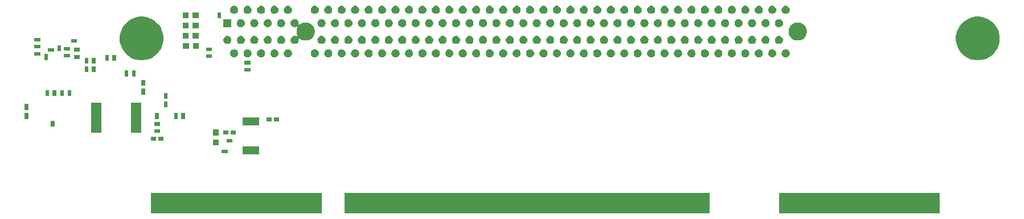
<source format=gbr>
G04 #@! TF.GenerationSoftware,KiCad,Pcbnew,(5.1.5)-3*
G04 #@! TF.CreationDate,2022-01-27T06:12:11+01:00*
G04 #@! TF.ProjectId,Riser Tioga Pass 1OU 1xPCIe x16,52697365-7220-4546-996f-676120506173,rev?*
G04 #@! TF.SameCoordinates,PX40f1fa0PY623a7c0*
G04 #@! TF.FileFunction,Soldermask,Bot*
G04 #@! TF.FilePolarity,Negative*
%FSLAX46Y46*%
G04 Gerber Fmt 4.6, Leading zero omitted, Abs format (unit mm)*
G04 Created by KiCad (PCBNEW (5.1.5)-3) date 2022-01-27 06:12:11*
%MOMM*%
%LPD*%
G04 APERTURE LIST*
%ADD10C,0.100000*%
G04 APERTURE END LIST*
D10*
G36*
X26821000Y-26131000D02*
G01*
X1369000Y-26131000D01*
X1369000Y-23029000D01*
X26821000Y-23029000D01*
X26821000Y-26131000D01*
G37*
G36*
X84421000Y-26131000D02*
G01*
X30169000Y-26131000D01*
X30169000Y-23029000D01*
X84421000Y-23029000D01*
X84421000Y-26131000D01*
G37*
G36*
X118621000Y-26131000D02*
G01*
X94769000Y-26131000D01*
X94769000Y-23029000D01*
X118621000Y-23029000D01*
X118621000Y-26131000D01*
G37*
G36*
X17451000Y-17326000D02*
G01*
X14999000Y-17326000D01*
X14999000Y-16124000D01*
X17451000Y-16124000D01*
X17451000Y-17326000D01*
G37*
G36*
X12801000Y-17141000D02*
G01*
X11899000Y-17141000D01*
X11899000Y-16609000D01*
X12801000Y-16609000D01*
X12801000Y-17141000D01*
G37*
G36*
X11501000Y-15976000D02*
G01*
X10649000Y-15976000D01*
X10649000Y-15074000D01*
X11501000Y-15074000D01*
X11501000Y-15976000D01*
G37*
G36*
X13526000Y-15566000D02*
G01*
X12624000Y-15566000D01*
X12624000Y-15034000D01*
X13526000Y-15034000D01*
X13526000Y-15566000D01*
G37*
G36*
X2126000Y-15301000D02*
G01*
X1424000Y-15301000D01*
X1424000Y-14699000D01*
X2126000Y-14699000D01*
X2126000Y-15301000D01*
G37*
G36*
X3226000Y-15301000D02*
G01*
X2524000Y-15301000D01*
X2524000Y-14699000D01*
X3226000Y-14699000D01*
X3226000Y-15301000D01*
G37*
G36*
X11501000Y-14476000D02*
G01*
X10649000Y-14476000D01*
X10649000Y-13574000D01*
X11501000Y-13574000D01*
X11501000Y-14476000D01*
G37*
G36*
X13976000Y-14376000D02*
G01*
X13274000Y-14376000D01*
X13274000Y-13774000D01*
X13976000Y-13774000D01*
X13976000Y-14376000D01*
G37*
G36*
X12876000Y-14376000D02*
G01*
X12174000Y-14376000D01*
X12174000Y-13774000D01*
X12876000Y-13774000D01*
X12876000Y-14376000D01*
G37*
G36*
X2776000Y-14116000D02*
G01*
X1874000Y-14116000D01*
X1874000Y-13584000D01*
X2776000Y-13584000D01*
X2776000Y-14116000D01*
G37*
G36*
X-49000Y-14051000D02*
G01*
X-1601000Y-14051000D01*
X-1601000Y-9599000D01*
X-49000Y-9599000D01*
X-49000Y-14051000D01*
G37*
G36*
X-5949000Y-14051000D02*
G01*
X-7501000Y-14051000D01*
X-7501000Y-9599000D01*
X-5949000Y-9599000D01*
X-5949000Y-14051000D01*
G37*
G36*
X-12934000Y-13186000D02*
G01*
X-13466000Y-13186000D01*
X-13466000Y-12284000D01*
X-12934000Y-12284000D01*
X-12934000Y-13186000D01*
G37*
G36*
X2776000Y-13041000D02*
G01*
X1874000Y-13041000D01*
X1874000Y-12509000D01*
X2776000Y-12509000D01*
X2776000Y-13041000D01*
G37*
G36*
X17451000Y-13026000D02*
G01*
X14999000Y-13026000D01*
X14999000Y-11824000D01*
X17451000Y-11824000D01*
X17451000Y-13026000D01*
G37*
G36*
X20426000Y-12376000D02*
G01*
X19724000Y-12376000D01*
X19724000Y-11774000D01*
X20426000Y-11774000D01*
X20426000Y-12376000D01*
G37*
G36*
X19326000Y-12376000D02*
G01*
X18624000Y-12376000D01*
X18624000Y-11774000D01*
X19326000Y-11774000D01*
X19326000Y-12376000D01*
G37*
G36*
X5366000Y-12051000D02*
G01*
X4834000Y-12051000D01*
X4834000Y-11149000D01*
X5366000Y-11149000D01*
X5366000Y-12051000D01*
G37*
G36*
X6441000Y-12051000D02*
G01*
X5909000Y-12051000D01*
X5909000Y-11149000D01*
X6441000Y-11149000D01*
X6441000Y-12051000D01*
G37*
G36*
X-16834000Y-12051000D02*
G01*
X-17366000Y-12051000D01*
X-17366000Y-11149000D01*
X-16834000Y-11149000D01*
X-16834000Y-12051000D01*
G37*
G36*
X2541000Y-12026000D02*
G01*
X2009000Y-12026000D01*
X2009000Y-11124000D01*
X2541000Y-11124000D01*
X2541000Y-12026000D01*
G37*
G36*
X-16834000Y-10701000D02*
G01*
X-17366000Y-10701000D01*
X-17366000Y-9799000D01*
X-16834000Y-9799000D01*
X-16834000Y-10701000D01*
G37*
G36*
X3841000Y-10301000D02*
G01*
X3309000Y-10301000D01*
X3309000Y-9399000D01*
X3841000Y-9399000D01*
X3841000Y-10301000D01*
G37*
G36*
X3841000Y-9026000D02*
G01*
X3309000Y-9026000D01*
X3309000Y-8124000D01*
X3841000Y-8124000D01*
X3841000Y-9026000D01*
G37*
G36*
X-11534000Y-8601000D02*
G01*
X-12066000Y-8601000D01*
X-12066000Y-7699000D01*
X-11534000Y-7699000D01*
X-11534000Y-8601000D01*
G37*
G36*
X-10459000Y-8601000D02*
G01*
X-10991000Y-8601000D01*
X-10991000Y-7699000D01*
X-10459000Y-7699000D01*
X-10459000Y-8601000D01*
G37*
G36*
X-12684000Y-8601000D02*
G01*
X-13216000Y-8601000D01*
X-13216000Y-7699000D01*
X-12684000Y-7699000D01*
X-12684000Y-8601000D01*
G37*
G36*
X-13734000Y-8601000D02*
G01*
X-14266000Y-8601000D01*
X-14266000Y-7699000D01*
X-13734000Y-7699000D01*
X-13734000Y-8601000D01*
G37*
G36*
X516000Y-8376000D02*
G01*
X-16000Y-8376000D01*
X-16000Y-7474000D01*
X516000Y-7474000D01*
X516000Y-8376000D01*
G37*
G36*
X516000Y-7076000D02*
G01*
X-16000Y-7076000D01*
X-16000Y-6174000D01*
X516000Y-6174000D01*
X516000Y-7076000D01*
G37*
G36*
X-909000Y-5676000D02*
G01*
X-1441000Y-5676000D01*
X-1441000Y-4774000D01*
X-909000Y-4774000D01*
X-909000Y-5676000D01*
G37*
G36*
X-1984000Y-5666000D02*
G01*
X-2516000Y-5666000D01*
X-2516000Y-4764000D01*
X-1984000Y-4764000D01*
X-1984000Y-5666000D01*
G37*
G36*
X-7909000Y-5051000D02*
G01*
X-8441000Y-5051000D01*
X-8441000Y-4149000D01*
X-7909000Y-4149000D01*
X-7909000Y-5051000D01*
G37*
G36*
X-6859000Y-5051000D02*
G01*
X-7391000Y-5051000D01*
X-7391000Y-4149000D01*
X-6859000Y-4149000D01*
X-6859000Y-5051000D01*
G37*
G36*
X16201000Y-4966000D02*
G01*
X15299000Y-4966000D01*
X15299000Y-4434000D01*
X16201000Y-4434000D01*
X16201000Y-4966000D01*
G37*
G36*
X16201000Y-3891000D02*
G01*
X15299000Y-3891000D01*
X15299000Y-3359000D01*
X16201000Y-3359000D01*
X16201000Y-3891000D01*
G37*
G36*
X-7909000Y-3801000D02*
G01*
X-8441000Y-3801000D01*
X-8441000Y-2899000D01*
X-7909000Y-2899000D01*
X-7909000Y-3801000D01*
G37*
G36*
X-6859000Y-3801000D02*
G01*
X-7391000Y-3801000D01*
X-7391000Y-2899000D01*
X-6859000Y-2899000D01*
X-6859000Y-3801000D01*
G37*
G36*
X-4859000Y-3351000D02*
G01*
X-5391000Y-3351000D01*
X-5391000Y-2449000D01*
X-4859000Y-2449000D01*
X-4859000Y-3351000D01*
G37*
G36*
X-3809000Y-3351000D02*
G01*
X-4341000Y-3351000D01*
X-4341000Y-2449000D01*
X-3809000Y-2449000D01*
X-3809000Y-3351000D01*
G37*
G36*
X124939239Y3168533D02*
G01*
X125253282Y3106066D01*
X125844926Y2860999D01*
X126245073Y2593629D01*
X126377391Y2505217D01*
X126830217Y2052391D01*
X126875032Y1985320D01*
X127185999Y1519926D01*
X127422782Y948281D01*
X127431066Y928281D01*
X127556000Y300197D01*
X127556000Y-340197D01*
X127521293Y-514680D01*
X127431066Y-968282D01*
X127185999Y-1559926D01*
X126901083Y-1986332D01*
X126843581Y-2072391D01*
X126830216Y-2092392D01*
X126377392Y-2545216D01*
X125844926Y-2900999D01*
X125253282Y-3146066D01*
X124939239Y-3208533D01*
X124625197Y-3271000D01*
X123984803Y-3271000D01*
X123670761Y-3208533D01*
X123356718Y-3146066D01*
X122765074Y-2900999D01*
X122232608Y-2545216D01*
X121779784Y-2092392D01*
X121766420Y-2072391D01*
X121708917Y-1986332D01*
X121424001Y-1559926D01*
X121178934Y-968282D01*
X121088707Y-514680D01*
X121054000Y-340197D01*
X121054000Y300197D01*
X121178934Y928281D01*
X121187218Y948281D01*
X121424001Y1519926D01*
X121734968Y1985320D01*
X121779783Y2052391D01*
X122232609Y2505217D01*
X122364927Y2593629D01*
X122765074Y2860999D01*
X123356718Y3106066D01*
X123670761Y3168533D01*
X123984803Y3231000D01*
X124625197Y3231000D01*
X124939239Y3168533D01*
G37*
G36*
X634239Y3188533D02*
G01*
X948282Y3126066D01*
X1539926Y2880999D01*
X1829523Y2687496D01*
X2072391Y2525217D01*
X2525217Y2072391D01*
X2538843Y2051998D01*
X2880999Y1539926D01*
X3041243Y1153062D01*
X3126066Y948281D01*
X3251000Y320197D01*
X3251000Y-320197D01*
X3224451Y-453668D01*
X3126066Y-948282D01*
X2880999Y-1539926D01*
X2675895Y-1846885D01*
X2525217Y-2072391D01*
X2072391Y-2525217D01*
X2011355Y-2566000D01*
X1539926Y-2880999D01*
X948282Y-3126066D01*
X634239Y-3188533D01*
X320197Y-3251000D01*
X-320197Y-3251000D01*
X-634239Y-3188533D01*
X-948282Y-3126066D01*
X-1539926Y-2880999D01*
X-2011355Y-2566000D01*
X-2072391Y-2525217D01*
X-2525217Y-2072391D01*
X-2675895Y-1846885D01*
X-2880999Y-1539926D01*
X-3126066Y-948282D01*
X-3224451Y-453668D01*
X-3251000Y-320197D01*
X-3251000Y320197D01*
X-3126066Y948281D01*
X-3041243Y1153062D01*
X-2880999Y1539926D01*
X-2538843Y2051998D01*
X-2525217Y2072391D01*
X-2072391Y2525217D01*
X-1829523Y2687496D01*
X-1539926Y2880999D01*
X-948282Y3126066D01*
X-634239Y3188533D01*
X-320197Y3251000D01*
X320197Y3251000D01*
X634239Y3188533D01*
G37*
G36*
X-13909000Y-3251000D02*
G01*
X-14441000Y-3251000D01*
X-14441000Y-2349000D01*
X-13909000Y-2349000D01*
X-13909000Y-3251000D01*
G37*
G36*
X-9149000Y-3041000D02*
G01*
X-10051000Y-3041000D01*
X-10051000Y-2509000D01*
X-9149000Y-2509000D01*
X-9149000Y-3041000D01*
G37*
G36*
X10476000Y-2941000D02*
G01*
X9574000Y-2941000D01*
X9574000Y-2409000D01*
X10476000Y-2409000D01*
X10476000Y-2941000D01*
G37*
G36*
X-10649000Y-2866000D02*
G01*
X-11551000Y-2866000D01*
X-11551000Y-2334000D01*
X-10649000Y-2334000D01*
X-10649000Y-2866000D01*
G37*
G36*
X87891601Y-1644397D02*
G01*
X87930305Y-1652096D01*
X87962340Y-1665365D01*
X88039680Y-1697400D01*
X88138115Y-1763173D01*
X88221827Y-1846885D01*
X88287600Y-1945320D01*
X88332904Y-2054696D01*
X88356000Y-2170805D01*
X88356000Y-2289195D01*
X88332904Y-2405304D01*
X88287600Y-2514680D01*
X88221827Y-2613115D01*
X88138115Y-2696827D01*
X88039680Y-2762600D01*
X87962340Y-2794635D01*
X87930305Y-2807904D01*
X87891601Y-2815603D01*
X87814195Y-2831000D01*
X87695805Y-2831000D01*
X87618399Y-2815603D01*
X87579695Y-2807904D01*
X87547660Y-2794635D01*
X87470320Y-2762600D01*
X87371885Y-2696827D01*
X87288173Y-2613115D01*
X87222400Y-2514680D01*
X87177096Y-2405304D01*
X87154000Y-2289195D01*
X87154000Y-2170805D01*
X87177096Y-2054696D01*
X87222400Y-1945320D01*
X87288173Y-1846885D01*
X87371885Y-1763173D01*
X87470320Y-1697400D01*
X87547660Y-1665365D01*
X87579695Y-1652096D01*
X87618399Y-1644397D01*
X87695805Y-1629000D01*
X87814195Y-1629000D01*
X87891601Y-1644397D01*
G37*
G36*
X89891601Y-1644397D02*
G01*
X89930305Y-1652096D01*
X89962340Y-1665365D01*
X90039680Y-1697400D01*
X90138115Y-1763173D01*
X90221827Y-1846885D01*
X90287600Y-1945320D01*
X90332904Y-2054696D01*
X90356000Y-2170805D01*
X90356000Y-2289195D01*
X90332904Y-2405304D01*
X90287600Y-2514680D01*
X90221827Y-2613115D01*
X90138115Y-2696827D01*
X90039680Y-2762600D01*
X89962340Y-2794635D01*
X89930305Y-2807904D01*
X89891601Y-2815603D01*
X89814195Y-2831000D01*
X89695805Y-2831000D01*
X89618399Y-2815603D01*
X89579695Y-2807904D01*
X89547660Y-2794635D01*
X89470320Y-2762600D01*
X89371885Y-2696827D01*
X89288173Y-2613115D01*
X89222400Y-2514680D01*
X89177096Y-2405304D01*
X89154000Y-2289195D01*
X89154000Y-2170805D01*
X89177096Y-2054696D01*
X89222400Y-1945320D01*
X89288173Y-1846885D01*
X89371885Y-1763173D01*
X89470320Y-1697400D01*
X89547660Y-1665365D01*
X89579695Y-1652096D01*
X89618399Y-1644397D01*
X89695805Y-1629000D01*
X89814195Y-1629000D01*
X89891601Y-1644397D01*
G37*
G36*
X91891601Y-1644397D02*
G01*
X91930305Y-1652096D01*
X91962340Y-1665365D01*
X92039680Y-1697400D01*
X92138115Y-1763173D01*
X92221827Y-1846885D01*
X92287600Y-1945320D01*
X92332904Y-2054696D01*
X92356000Y-2170805D01*
X92356000Y-2289195D01*
X92332904Y-2405304D01*
X92287600Y-2514680D01*
X92221827Y-2613115D01*
X92138115Y-2696827D01*
X92039680Y-2762600D01*
X91962340Y-2794635D01*
X91930305Y-2807904D01*
X91891601Y-2815603D01*
X91814195Y-2831000D01*
X91695805Y-2831000D01*
X91618399Y-2815603D01*
X91579695Y-2807904D01*
X91547660Y-2794635D01*
X91470320Y-2762600D01*
X91371885Y-2696827D01*
X91288173Y-2613115D01*
X91222400Y-2514680D01*
X91177096Y-2405304D01*
X91154000Y-2289195D01*
X91154000Y-2170805D01*
X91177096Y-2054696D01*
X91222400Y-1945320D01*
X91288173Y-1846885D01*
X91371885Y-1763173D01*
X91470320Y-1697400D01*
X91547660Y-1665365D01*
X91579695Y-1652096D01*
X91618399Y-1644397D01*
X91695805Y-1629000D01*
X91814195Y-1629000D01*
X91891601Y-1644397D01*
G37*
G36*
X93891601Y-1644397D02*
G01*
X93930305Y-1652096D01*
X93962340Y-1665365D01*
X94039680Y-1697400D01*
X94138115Y-1763173D01*
X94221827Y-1846885D01*
X94287600Y-1945320D01*
X94332904Y-2054696D01*
X94356000Y-2170805D01*
X94356000Y-2289195D01*
X94332904Y-2405304D01*
X94287600Y-2514680D01*
X94221827Y-2613115D01*
X94138115Y-2696827D01*
X94039680Y-2762600D01*
X93962340Y-2794635D01*
X93930305Y-2807904D01*
X93891601Y-2815603D01*
X93814195Y-2831000D01*
X93695805Y-2831000D01*
X93618399Y-2815603D01*
X93579695Y-2807904D01*
X93547660Y-2794635D01*
X93470320Y-2762600D01*
X93371885Y-2696827D01*
X93288173Y-2613115D01*
X93222400Y-2514680D01*
X93177096Y-2405304D01*
X93154000Y-2289195D01*
X93154000Y-2170805D01*
X93177096Y-2054696D01*
X93222400Y-1945320D01*
X93288173Y-1846885D01*
X93371885Y-1763173D01*
X93470320Y-1697400D01*
X93547660Y-1665365D01*
X93579695Y-1652096D01*
X93618399Y-1644397D01*
X93695805Y-1629000D01*
X93814195Y-1629000D01*
X93891601Y-1644397D01*
G37*
G36*
X95891601Y-1644397D02*
G01*
X95930305Y-1652096D01*
X95962340Y-1665365D01*
X96039680Y-1697400D01*
X96138115Y-1763173D01*
X96221827Y-1846885D01*
X96287600Y-1945320D01*
X96332904Y-2054696D01*
X96356000Y-2170805D01*
X96356000Y-2289195D01*
X96332904Y-2405304D01*
X96287600Y-2514680D01*
X96221827Y-2613115D01*
X96138115Y-2696827D01*
X96039680Y-2762600D01*
X95962340Y-2794635D01*
X95930305Y-2807904D01*
X95891601Y-2815603D01*
X95814195Y-2831000D01*
X95695805Y-2831000D01*
X95618399Y-2815603D01*
X95579695Y-2807904D01*
X95547660Y-2794635D01*
X95470320Y-2762600D01*
X95371885Y-2696827D01*
X95288173Y-2613115D01*
X95222400Y-2514680D01*
X95177096Y-2405304D01*
X95154000Y-2289195D01*
X95154000Y-2170805D01*
X95177096Y-2054696D01*
X95222400Y-1945320D01*
X95288173Y-1846885D01*
X95371885Y-1763173D01*
X95470320Y-1697400D01*
X95547660Y-1665365D01*
X95579695Y-1652096D01*
X95618399Y-1644397D01*
X95695805Y-1629000D01*
X95814195Y-1629000D01*
X95891601Y-1644397D01*
G37*
G36*
X35891601Y-1644397D02*
G01*
X35930305Y-1652096D01*
X35962340Y-1665365D01*
X36039680Y-1697400D01*
X36138115Y-1763173D01*
X36221827Y-1846885D01*
X36287600Y-1945320D01*
X36332904Y-2054696D01*
X36356000Y-2170805D01*
X36356000Y-2289195D01*
X36332904Y-2405304D01*
X36287600Y-2514680D01*
X36221827Y-2613115D01*
X36138115Y-2696827D01*
X36039680Y-2762600D01*
X35962340Y-2794635D01*
X35930305Y-2807904D01*
X35891601Y-2815603D01*
X35814195Y-2831000D01*
X35695805Y-2831000D01*
X35618399Y-2815603D01*
X35579695Y-2807904D01*
X35547660Y-2794635D01*
X35470320Y-2762600D01*
X35371885Y-2696827D01*
X35288173Y-2613115D01*
X35222400Y-2514680D01*
X35177096Y-2405304D01*
X35154000Y-2289195D01*
X35154000Y-2170805D01*
X35177096Y-2054696D01*
X35222400Y-1945320D01*
X35288173Y-1846885D01*
X35371885Y-1763173D01*
X35470320Y-1697400D01*
X35547660Y-1665365D01*
X35579695Y-1652096D01*
X35618399Y-1644397D01*
X35695805Y-1629000D01*
X35814195Y-1629000D01*
X35891601Y-1644397D01*
G37*
G36*
X43891601Y-1644397D02*
G01*
X43930305Y-1652096D01*
X43962340Y-1665365D01*
X44039680Y-1697400D01*
X44138115Y-1763173D01*
X44221827Y-1846885D01*
X44287600Y-1945320D01*
X44332904Y-2054696D01*
X44356000Y-2170805D01*
X44356000Y-2289195D01*
X44332904Y-2405304D01*
X44287600Y-2514680D01*
X44221827Y-2613115D01*
X44138115Y-2696827D01*
X44039680Y-2762600D01*
X43962340Y-2794635D01*
X43930305Y-2807904D01*
X43891601Y-2815603D01*
X43814195Y-2831000D01*
X43695805Y-2831000D01*
X43618399Y-2815603D01*
X43579695Y-2807904D01*
X43547660Y-2794635D01*
X43470320Y-2762600D01*
X43371885Y-2696827D01*
X43288173Y-2613115D01*
X43222400Y-2514680D01*
X43177096Y-2405304D01*
X43154000Y-2289195D01*
X43154000Y-2170805D01*
X43177096Y-2054696D01*
X43222400Y-1945320D01*
X43288173Y-1846885D01*
X43371885Y-1763173D01*
X43470320Y-1697400D01*
X43547660Y-1665365D01*
X43579695Y-1652096D01*
X43618399Y-1644397D01*
X43695805Y-1629000D01*
X43814195Y-1629000D01*
X43891601Y-1644397D01*
G37*
G36*
X41891601Y-1644397D02*
G01*
X41930305Y-1652096D01*
X41962340Y-1665365D01*
X42039680Y-1697400D01*
X42138115Y-1763173D01*
X42221827Y-1846885D01*
X42287600Y-1945320D01*
X42332904Y-2054696D01*
X42356000Y-2170805D01*
X42356000Y-2289195D01*
X42332904Y-2405304D01*
X42287600Y-2514680D01*
X42221827Y-2613115D01*
X42138115Y-2696827D01*
X42039680Y-2762600D01*
X41962340Y-2794635D01*
X41930305Y-2807904D01*
X41891601Y-2815603D01*
X41814195Y-2831000D01*
X41695805Y-2831000D01*
X41618399Y-2815603D01*
X41579695Y-2807904D01*
X41547660Y-2794635D01*
X41470320Y-2762600D01*
X41371885Y-2696827D01*
X41288173Y-2613115D01*
X41222400Y-2514680D01*
X41177096Y-2405304D01*
X41154000Y-2289195D01*
X41154000Y-2170805D01*
X41177096Y-2054696D01*
X41222400Y-1945320D01*
X41288173Y-1846885D01*
X41371885Y-1763173D01*
X41470320Y-1697400D01*
X41547660Y-1665365D01*
X41579695Y-1652096D01*
X41618399Y-1644397D01*
X41695805Y-1629000D01*
X41814195Y-1629000D01*
X41891601Y-1644397D01*
G37*
G36*
X37891601Y-1644397D02*
G01*
X37930305Y-1652096D01*
X37962340Y-1665365D01*
X38039680Y-1697400D01*
X38138115Y-1763173D01*
X38221827Y-1846885D01*
X38287600Y-1945320D01*
X38332904Y-2054696D01*
X38356000Y-2170805D01*
X38356000Y-2289195D01*
X38332904Y-2405304D01*
X38287600Y-2514680D01*
X38221827Y-2613115D01*
X38138115Y-2696827D01*
X38039680Y-2762600D01*
X37962340Y-2794635D01*
X37930305Y-2807904D01*
X37891601Y-2815603D01*
X37814195Y-2831000D01*
X37695805Y-2831000D01*
X37618399Y-2815603D01*
X37579695Y-2807904D01*
X37547660Y-2794635D01*
X37470320Y-2762600D01*
X37371885Y-2696827D01*
X37288173Y-2613115D01*
X37222400Y-2514680D01*
X37177096Y-2405304D01*
X37154000Y-2289195D01*
X37154000Y-2170805D01*
X37177096Y-2054696D01*
X37222400Y-1945320D01*
X37288173Y-1846885D01*
X37371885Y-1763173D01*
X37470320Y-1697400D01*
X37547660Y-1665365D01*
X37579695Y-1652096D01*
X37618399Y-1644397D01*
X37695805Y-1629000D01*
X37814195Y-1629000D01*
X37891601Y-1644397D01*
G37*
G36*
X45891601Y-1644397D02*
G01*
X45930305Y-1652096D01*
X45962340Y-1665365D01*
X46039680Y-1697400D01*
X46138115Y-1763173D01*
X46221827Y-1846885D01*
X46287600Y-1945320D01*
X46332904Y-2054696D01*
X46356000Y-2170805D01*
X46356000Y-2289195D01*
X46332904Y-2405304D01*
X46287600Y-2514680D01*
X46221827Y-2613115D01*
X46138115Y-2696827D01*
X46039680Y-2762600D01*
X45962340Y-2794635D01*
X45930305Y-2807904D01*
X45891601Y-2815603D01*
X45814195Y-2831000D01*
X45695805Y-2831000D01*
X45618399Y-2815603D01*
X45579695Y-2807904D01*
X45547660Y-2794635D01*
X45470320Y-2762600D01*
X45371885Y-2696827D01*
X45288173Y-2613115D01*
X45222400Y-2514680D01*
X45177096Y-2405304D01*
X45154000Y-2289195D01*
X45154000Y-2170805D01*
X45177096Y-2054696D01*
X45222400Y-1945320D01*
X45288173Y-1846885D01*
X45371885Y-1763173D01*
X45470320Y-1697400D01*
X45547660Y-1665365D01*
X45579695Y-1652096D01*
X45618399Y-1644397D01*
X45695805Y-1629000D01*
X45814195Y-1629000D01*
X45891601Y-1644397D01*
G37*
G36*
X33891601Y-1644397D02*
G01*
X33930305Y-1652096D01*
X33962340Y-1665365D01*
X34039680Y-1697400D01*
X34138115Y-1763173D01*
X34221827Y-1846885D01*
X34287600Y-1945320D01*
X34332904Y-2054696D01*
X34356000Y-2170805D01*
X34356000Y-2289195D01*
X34332904Y-2405304D01*
X34287600Y-2514680D01*
X34221827Y-2613115D01*
X34138115Y-2696827D01*
X34039680Y-2762600D01*
X33962340Y-2794635D01*
X33930305Y-2807904D01*
X33891601Y-2815603D01*
X33814195Y-2831000D01*
X33695805Y-2831000D01*
X33618399Y-2815603D01*
X33579695Y-2807904D01*
X33547660Y-2794635D01*
X33470320Y-2762600D01*
X33371885Y-2696827D01*
X33288173Y-2613115D01*
X33222400Y-2514680D01*
X33177096Y-2405304D01*
X33154000Y-2289195D01*
X33154000Y-2170805D01*
X33177096Y-2054696D01*
X33222400Y-1945320D01*
X33288173Y-1846885D01*
X33371885Y-1763173D01*
X33470320Y-1697400D01*
X33547660Y-1665365D01*
X33579695Y-1652096D01*
X33618399Y-1644397D01*
X33695805Y-1629000D01*
X33814195Y-1629000D01*
X33891601Y-1644397D01*
G37*
G36*
X31891601Y-1644397D02*
G01*
X31930305Y-1652096D01*
X31962340Y-1665365D01*
X32039680Y-1697400D01*
X32138115Y-1763173D01*
X32221827Y-1846885D01*
X32287600Y-1945320D01*
X32332904Y-2054696D01*
X32356000Y-2170805D01*
X32356000Y-2289195D01*
X32332904Y-2405304D01*
X32287600Y-2514680D01*
X32221827Y-2613115D01*
X32138115Y-2696827D01*
X32039680Y-2762600D01*
X31962340Y-2794635D01*
X31930305Y-2807904D01*
X31891601Y-2815603D01*
X31814195Y-2831000D01*
X31695805Y-2831000D01*
X31618399Y-2815603D01*
X31579695Y-2807904D01*
X31547660Y-2794635D01*
X31470320Y-2762600D01*
X31371885Y-2696827D01*
X31288173Y-2613115D01*
X31222400Y-2514680D01*
X31177096Y-2405304D01*
X31154000Y-2289195D01*
X31154000Y-2170805D01*
X31177096Y-2054696D01*
X31222400Y-1945320D01*
X31288173Y-1846885D01*
X31371885Y-1763173D01*
X31470320Y-1697400D01*
X31547660Y-1665365D01*
X31579695Y-1652096D01*
X31618399Y-1644397D01*
X31695805Y-1629000D01*
X31814195Y-1629000D01*
X31891601Y-1644397D01*
G37*
G36*
X29891601Y-1644397D02*
G01*
X29930305Y-1652096D01*
X29962340Y-1665365D01*
X30039680Y-1697400D01*
X30138115Y-1763173D01*
X30221827Y-1846885D01*
X30287600Y-1945320D01*
X30332904Y-2054696D01*
X30356000Y-2170805D01*
X30356000Y-2289195D01*
X30332904Y-2405304D01*
X30287600Y-2514680D01*
X30221827Y-2613115D01*
X30138115Y-2696827D01*
X30039680Y-2762600D01*
X29962340Y-2794635D01*
X29930305Y-2807904D01*
X29891601Y-2815603D01*
X29814195Y-2831000D01*
X29695805Y-2831000D01*
X29618399Y-2815603D01*
X29579695Y-2807904D01*
X29547660Y-2794635D01*
X29470320Y-2762600D01*
X29371885Y-2696827D01*
X29288173Y-2613115D01*
X29222400Y-2514680D01*
X29177096Y-2405304D01*
X29154000Y-2289195D01*
X29154000Y-2170805D01*
X29177096Y-2054696D01*
X29222400Y-1945320D01*
X29288173Y-1846885D01*
X29371885Y-1763173D01*
X29470320Y-1697400D01*
X29547660Y-1665365D01*
X29579695Y-1652096D01*
X29618399Y-1644397D01*
X29695805Y-1629000D01*
X29814195Y-1629000D01*
X29891601Y-1644397D01*
G37*
G36*
X27891601Y-1644397D02*
G01*
X27930305Y-1652096D01*
X27962340Y-1665365D01*
X28039680Y-1697400D01*
X28138115Y-1763173D01*
X28221827Y-1846885D01*
X28287600Y-1945320D01*
X28332904Y-2054696D01*
X28356000Y-2170805D01*
X28356000Y-2289195D01*
X28332904Y-2405304D01*
X28287600Y-2514680D01*
X28221827Y-2613115D01*
X28138115Y-2696827D01*
X28039680Y-2762600D01*
X27962340Y-2794635D01*
X27930305Y-2807904D01*
X27891601Y-2815603D01*
X27814195Y-2831000D01*
X27695805Y-2831000D01*
X27618399Y-2815603D01*
X27579695Y-2807904D01*
X27547660Y-2794635D01*
X27470320Y-2762600D01*
X27371885Y-2696827D01*
X27288173Y-2613115D01*
X27222400Y-2514680D01*
X27177096Y-2405304D01*
X27154000Y-2289195D01*
X27154000Y-2170805D01*
X27177096Y-2054696D01*
X27222400Y-1945320D01*
X27288173Y-1846885D01*
X27371885Y-1763173D01*
X27470320Y-1697400D01*
X27547660Y-1665365D01*
X27579695Y-1652096D01*
X27618399Y-1644397D01*
X27695805Y-1629000D01*
X27814195Y-1629000D01*
X27891601Y-1644397D01*
G37*
G36*
X25891601Y-1644397D02*
G01*
X25930305Y-1652096D01*
X25962340Y-1665365D01*
X26039680Y-1697400D01*
X26138115Y-1763173D01*
X26221827Y-1846885D01*
X26287600Y-1945320D01*
X26332904Y-2054696D01*
X26356000Y-2170805D01*
X26356000Y-2289195D01*
X26332904Y-2405304D01*
X26287600Y-2514680D01*
X26221827Y-2613115D01*
X26138115Y-2696827D01*
X26039680Y-2762600D01*
X25962340Y-2794635D01*
X25930305Y-2807904D01*
X25891601Y-2815603D01*
X25814195Y-2831000D01*
X25695805Y-2831000D01*
X25618399Y-2815603D01*
X25579695Y-2807904D01*
X25547660Y-2794635D01*
X25470320Y-2762600D01*
X25371885Y-2696827D01*
X25288173Y-2613115D01*
X25222400Y-2514680D01*
X25177096Y-2405304D01*
X25154000Y-2289195D01*
X25154000Y-2170805D01*
X25177096Y-2054696D01*
X25222400Y-1945320D01*
X25288173Y-1846885D01*
X25371885Y-1763173D01*
X25470320Y-1697400D01*
X25547660Y-1665365D01*
X25579695Y-1652096D01*
X25618399Y-1644397D01*
X25695805Y-1629000D01*
X25814195Y-1629000D01*
X25891601Y-1644397D01*
G37*
G36*
X21891601Y-1644397D02*
G01*
X21930305Y-1652096D01*
X21962340Y-1665365D01*
X22039680Y-1697400D01*
X22138115Y-1763173D01*
X22221827Y-1846885D01*
X22287600Y-1945320D01*
X22332904Y-2054696D01*
X22356000Y-2170805D01*
X22356000Y-2289195D01*
X22332904Y-2405304D01*
X22287600Y-2514680D01*
X22221827Y-2613115D01*
X22138115Y-2696827D01*
X22039680Y-2762600D01*
X21962340Y-2794635D01*
X21930305Y-2807904D01*
X21891601Y-2815603D01*
X21814195Y-2831000D01*
X21695805Y-2831000D01*
X21618399Y-2815603D01*
X21579695Y-2807904D01*
X21547660Y-2794635D01*
X21470320Y-2762600D01*
X21371885Y-2696827D01*
X21288173Y-2613115D01*
X21222400Y-2514680D01*
X21177096Y-2405304D01*
X21154000Y-2289195D01*
X21154000Y-2170805D01*
X21177096Y-2054696D01*
X21222400Y-1945320D01*
X21288173Y-1846885D01*
X21371885Y-1763173D01*
X21470320Y-1697400D01*
X21547660Y-1665365D01*
X21579695Y-1652096D01*
X21618399Y-1644397D01*
X21695805Y-1629000D01*
X21814195Y-1629000D01*
X21891601Y-1644397D01*
G37*
G36*
X19891601Y-1644397D02*
G01*
X19930305Y-1652096D01*
X19962340Y-1665365D01*
X20039680Y-1697400D01*
X20138115Y-1763173D01*
X20221827Y-1846885D01*
X20287600Y-1945320D01*
X20332904Y-2054696D01*
X20356000Y-2170805D01*
X20356000Y-2289195D01*
X20332904Y-2405304D01*
X20287600Y-2514680D01*
X20221827Y-2613115D01*
X20138115Y-2696827D01*
X20039680Y-2762600D01*
X19962340Y-2794635D01*
X19930305Y-2807904D01*
X19891601Y-2815603D01*
X19814195Y-2831000D01*
X19695805Y-2831000D01*
X19618399Y-2815603D01*
X19579695Y-2807904D01*
X19547660Y-2794635D01*
X19470320Y-2762600D01*
X19371885Y-2696827D01*
X19288173Y-2613115D01*
X19222400Y-2514680D01*
X19177096Y-2405304D01*
X19154000Y-2289195D01*
X19154000Y-2170805D01*
X19177096Y-2054696D01*
X19222400Y-1945320D01*
X19288173Y-1846885D01*
X19371885Y-1763173D01*
X19470320Y-1697400D01*
X19547660Y-1665365D01*
X19579695Y-1652096D01*
X19618399Y-1644397D01*
X19695805Y-1629000D01*
X19814195Y-1629000D01*
X19891601Y-1644397D01*
G37*
G36*
X17891601Y-1644397D02*
G01*
X17930305Y-1652096D01*
X17962340Y-1665365D01*
X18039680Y-1697400D01*
X18138115Y-1763173D01*
X18221827Y-1846885D01*
X18287600Y-1945320D01*
X18332904Y-2054696D01*
X18356000Y-2170805D01*
X18356000Y-2289195D01*
X18332904Y-2405304D01*
X18287600Y-2514680D01*
X18221827Y-2613115D01*
X18138115Y-2696827D01*
X18039680Y-2762600D01*
X17962340Y-2794635D01*
X17930305Y-2807904D01*
X17891601Y-2815603D01*
X17814195Y-2831000D01*
X17695805Y-2831000D01*
X17618399Y-2815603D01*
X17579695Y-2807904D01*
X17547660Y-2794635D01*
X17470320Y-2762600D01*
X17371885Y-2696827D01*
X17288173Y-2613115D01*
X17222400Y-2514680D01*
X17177096Y-2405304D01*
X17154000Y-2289195D01*
X17154000Y-2170805D01*
X17177096Y-2054696D01*
X17222400Y-1945320D01*
X17288173Y-1846885D01*
X17371885Y-1763173D01*
X17470320Y-1697400D01*
X17547660Y-1665365D01*
X17579695Y-1652096D01*
X17618399Y-1644397D01*
X17695805Y-1629000D01*
X17814195Y-1629000D01*
X17891601Y-1644397D01*
G37*
G36*
X15891601Y-1644397D02*
G01*
X15930305Y-1652096D01*
X15962340Y-1665365D01*
X16039680Y-1697400D01*
X16138115Y-1763173D01*
X16221827Y-1846885D01*
X16287600Y-1945320D01*
X16332904Y-2054696D01*
X16356000Y-2170805D01*
X16356000Y-2289195D01*
X16332904Y-2405304D01*
X16287600Y-2514680D01*
X16221827Y-2613115D01*
X16138115Y-2696827D01*
X16039680Y-2762600D01*
X15962340Y-2794635D01*
X15930305Y-2807904D01*
X15891601Y-2815603D01*
X15814195Y-2831000D01*
X15695805Y-2831000D01*
X15618399Y-2815603D01*
X15579695Y-2807904D01*
X15547660Y-2794635D01*
X15470320Y-2762600D01*
X15371885Y-2696827D01*
X15288173Y-2613115D01*
X15222400Y-2514680D01*
X15177096Y-2405304D01*
X15154000Y-2289195D01*
X15154000Y-2170805D01*
X15177096Y-2054696D01*
X15222400Y-1945320D01*
X15288173Y-1846885D01*
X15371885Y-1763173D01*
X15470320Y-1697400D01*
X15547660Y-1665365D01*
X15579695Y-1652096D01*
X15618399Y-1644397D01*
X15695805Y-1629000D01*
X15814195Y-1629000D01*
X15891601Y-1644397D01*
G37*
G36*
X13891601Y-1644397D02*
G01*
X13930305Y-1652096D01*
X13962340Y-1665365D01*
X14039680Y-1697400D01*
X14138115Y-1763173D01*
X14221827Y-1846885D01*
X14287600Y-1945320D01*
X14332904Y-2054696D01*
X14356000Y-2170805D01*
X14356000Y-2289195D01*
X14332904Y-2405304D01*
X14287600Y-2514680D01*
X14221827Y-2613115D01*
X14138115Y-2696827D01*
X14039680Y-2762600D01*
X13962340Y-2794635D01*
X13930305Y-2807904D01*
X13891601Y-2815603D01*
X13814195Y-2831000D01*
X13695805Y-2831000D01*
X13618399Y-2815603D01*
X13579695Y-2807904D01*
X13547660Y-2794635D01*
X13470320Y-2762600D01*
X13371885Y-2696827D01*
X13288173Y-2613115D01*
X13222400Y-2514680D01*
X13177096Y-2405304D01*
X13154000Y-2289195D01*
X13154000Y-2170805D01*
X13177096Y-2054696D01*
X13222400Y-1945320D01*
X13288173Y-1846885D01*
X13371885Y-1763173D01*
X13470320Y-1697400D01*
X13547660Y-1665365D01*
X13579695Y-1652096D01*
X13618399Y-1644397D01*
X13695805Y-1629000D01*
X13814195Y-1629000D01*
X13891601Y-1644397D01*
G37*
G36*
X49891601Y-1644397D02*
G01*
X49930305Y-1652096D01*
X49962340Y-1665365D01*
X50039680Y-1697400D01*
X50138115Y-1763173D01*
X50221827Y-1846885D01*
X50287600Y-1945320D01*
X50332904Y-2054696D01*
X50356000Y-2170805D01*
X50356000Y-2289195D01*
X50332904Y-2405304D01*
X50287600Y-2514680D01*
X50221827Y-2613115D01*
X50138115Y-2696827D01*
X50039680Y-2762600D01*
X49962340Y-2794635D01*
X49930305Y-2807904D01*
X49891601Y-2815603D01*
X49814195Y-2831000D01*
X49695805Y-2831000D01*
X49618399Y-2815603D01*
X49579695Y-2807904D01*
X49547660Y-2794635D01*
X49470320Y-2762600D01*
X49371885Y-2696827D01*
X49288173Y-2613115D01*
X49222400Y-2514680D01*
X49177096Y-2405304D01*
X49154000Y-2289195D01*
X49154000Y-2170805D01*
X49177096Y-2054696D01*
X49222400Y-1945320D01*
X49288173Y-1846885D01*
X49371885Y-1763173D01*
X49470320Y-1697400D01*
X49547660Y-1665365D01*
X49579695Y-1652096D01*
X49618399Y-1644397D01*
X49695805Y-1629000D01*
X49814195Y-1629000D01*
X49891601Y-1644397D01*
G37*
G36*
X59891601Y-1644397D02*
G01*
X59930305Y-1652096D01*
X59962340Y-1665365D01*
X60039680Y-1697400D01*
X60138115Y-1763173D01*
X60221827Y-1846885D01*
X60287600Y-1945320D01*
X60332904Y-2054696D01*
X60356000Y-2170805D01*
X60356000Y-2289195D01*
X60332904Y-2405304D01*
X60287600Y-2514680D01*
X60221827Y-2613115D01*
X60138115Y-2696827D01*
X60039680Y-2762600D01*
X59962340Y-2794635D01*
X59930305Y-2807904D01*
X59891601Y-2815603D01*
X59814195Y-2831000D01*
X59695805Y-2831000D01*
X59618399Y-2815603D01*
X59579695Y-2807904D01*
X59547660Y-2794635D01*
X59470320Y-2762600D01*
X59371885Y-2696827D01*
X59288173Y-2613115D01*
X59222400Y-2514680D01*
X59177096Y-2405304D01*
X59154000Y-2289195D01*
X59154000Y-2170805D01*
X59177096Y-2054696D01*
X59222400Y-1945320D01*
X59288173Y-1846885D01*
X59371885Y-1763173D01*
X59470320Y-1697400D01*
X59547660Y-1665365D01*
X59579695Y-1652096D01*
X59618399Y-1644397D01*
X59695805Y-1629000D01*
X59814195Y-1629000D01*
X59891601Y-1644397D01*
G37*
G36*
X85891601Y-1644397D02*
G01*
X85930305Y-1652096D01*
X85962340Y-1665365D01*
X86039680Y-1697400D01*
X86138115Y-1763173D01*
X86221827Y-1846885D01*
X86287600Y-1945320D01*
X86332904Y-2054696D01*
X86356000Y-2170805D01*
X86356000Y-2289195D01*
X86332904Y-2405304D01*
X86287600Y-2514680D01*
X86221827Y-2613115D01*
X86138115Y-2696827D01*
X86039680Y-2762600D01*
X85962340Y-2794635D01*
X85930305Y-2807904D01*
X85891601Y-2815603D01*
X85814195Y-2831000D01*
X85695805Y-2831000D01*
X85618399Y-2815603D01*
X85579695Y-2807904D01*
X85547660Y-2794635D01*
X85470320Y-2762600D01*
X85371885Y-2696827D01*
X85288173Y-2613115D01*
X85222400Y-2514680D01*
X85177096Y-2405304D01*
X85154000Y-2289195D01*
X85154000Y-2170805D01*
X85177096Y-2054696D01*
X85222400Y-1945320D01*
X85288173Y-1846885D01*
X85371885Y-1763173D01*
X85470320Y-1697400D01*
X85547660Y-1665365D01*
X85579695Y-1652096D01*
X85618399Y-1644397D01*
X85695805Y-1629000D01*
X85814195Y-1629000D01*
X85891601Y-1644397D01*
G37*
G36*
X47891601Y-1644397D02*
G01*
X47930305Y-1652096D01*
X47962340Y-1665365D01*
X48039680Y-1697400D01*
X48138115Y-1763173D01*
X48221827Y-1846885D01*
X48287600Y-1945320D01*
X48332904Y-2054696D01*
X48356000Y-2170805D01*
X48356000Y-2289195D01*
X48332904Y-2405304D01*
X48287600Y-2514680D01*
X48221827Y-2613115D01*
X48138115Y-2696827D01*
X48039680Y-2762600D01*
X47962340Y-2794635D01*
X47930305Y-2807904D01*
X47891601Y-2815603D01*
X47814195Y-2831000D01*
X47695805Y-2831000D01*
X47618399Y-2815603D01*
X47579695Y-2807904D01*
X47547660Y-2794635D01*
X47470320Y-2762600D01*
X47371885Y-2696827D01*
X47288173Y-2613115D01*
X47222400Y-2514680D01*
X47177096Y-2405304D01*
X47154000Y-2289195D01*
X47154000Y-2170805D01*
X47177096Y-2054696D01*
X47222400Y-1945320D01*
X47288173Y-1846885D01*
X47371885Y-1763173D01*
X47470320Y-1697400D01*
X47547660Y-1665365D01*
X47579695Y-1652096D01*
X47618399Y-1644397D01*
X47695805Y-1629000D01*
X47814195Y-1629000D01*
X47891601Y-1644397D01*
G37*
G36*
X69891601Y-1644397D02*
G01*
X69930305Y-1652096D01*
X69962340Y-1665365D01*
X70039680Y-1697400D01*
X70138115Y-1763173D01*
X70221827Y-1846885D01*
X70287600Y-1945320D01*
X70332904Y-2054696D01*
X70356000Y-2170805D01*
X70356000Y-2289195D01*
X70332904Y-2405304D01*
X70287600Y-2514680D01*
X70221827Y-2613115D01*
X70138115Y-2696827D01*
X70039680Y-2762600D01*
X69962340Y-2794635D01*
X69930305Y-2807904D01*
X69891601Y-2815603D01*
X69814195Y-2831000D01*
X69695805Y-2831000D01*
X69618399Y-2815603D01*
X69579695Y-2807904D01*
X69547660Y-2794635D01*
X69470320Y-2762600D01*
X69371885Y-2696827D01*
X69288173Y-2613115D01*
X69222400Y-2514680D01*
X69177096Y-2405304D01*
X69154000Y-2289195D01*
X69154000Y-2170805D01*
X69177096Y-2054696D01*
X69222400Y-1945320D01*
X69288173Y-1846885D01*
X69371885Y-1763173D01*
X69470320Y-1697400D01*
X69547660Y-1665365D01*
X69579695Y-1652096D01*
X69618399Y-1644397D01*
X69695805Y-1629000D01*
X69814195Y-1629000D01*
X69891601Y-1644397D01*
G37*
G36*
X67891601Y-1644397D02*
G01*
X67930305Y-1652096D01*
X67962340Y-1665365D01*
X68039680Y-1697400D01*
X68138115Y-1763173D01*
X68221827Y-1846885D01*
X68287600Y-1945320D01*
X68332904Y-2054696D01*
X68356000Y-2170805D01*
X68356000Y-2289195D01*
X68332904Y-2405304D01*
X68287600Y-2514680D01*
X68221827Y-2613115D01*
X68138115Y-2696827D01*
X68039680Y-2762600D01*
X67962340Y-2794635D01*
X67930305Y-2807904D01*
X67891601Y-2815603D01*
X67814195Y-2831000D01*
X67695805Y-2831000D01*
X67618399Y-2815603D01*
X67579695Y-2807904D01*
X67547660Y-2794635D01*
X67470320Y-2762600D01*
X67371885Y-2696827D01*
X67288173Y-2613115D01*
X67222400Y-2514680D01*
X67177096Y-2405304D01*
X67154000Y-2289195D01*
X67154000Y-2170805D01*
X67177096Y-2054696D01*
X67222400Y-1945320D01*
X67288173Y-1846885D01*
X67371885Y-1763173D01*
X67470320Y-1697400D01*
X67547660Y-1665365D01*
X67579695Y-1652096D01*
X67618399Y-1644397D01*
X67695805Y-1629000D01*
X67814195Y-1629000D01*
X67891601Y-1644397D01*
G37*
G36*
X65891601Y-1644397D02*
G01*
X65930305Y-1652096D01*
X65962340Y-1665365D01*
X66039680Y-1697400D01*
X66138115Y-1763173D01*
X66221827Y-1846885D01*
X66287600Y-1945320D01*
X66332904Y-2054696D01*
X66356000Y-2170805D01*
X66356000Y-2289195D01*
X66332904Y-2405304D01*
X66287600Y-2514680D01*
X66221827Y-2613115D01*
X66138115Y-2696827D01*
X66039680Y-2762600D01*
X65962340Y-2794635D01*
X65930305Y-2807904D01*
X65891601Y-2815603D01*
X65814195Y-2831000D01*
X65695805Y-2831000D01*
X65618399Y-2815603D01*
X65579695Y-2807904D01*
X65547660Y-2794635D01*
X65470320Y-2762600D01*
X65371885Y-2696827D01*
X65288173Y-2613115D01*
X65222400Y-2514680D01*
X65177096Y-2405304D01*
X65154000Y-2289195D01*
X65154000Y-2170805D01*
X65177096Y-2054696D01*
X65222400Y-1945320D01*
X65288173Y-1846885D01*
X65371885Y-1763173D01*
X65470320Y-1697400D01*
X65547660Y-1665365D01*
X65579695Y-1652096D01*
X65618399Y-1644397D01*
X65695805Y-1629000D01*
X65814195Y-1629000D01*
X65891601Y-1644397D01*
G37*
G36*
X63891601Y-1644397D02*
G01*
X63930305Y-1652096D01*
X63962340Y-1665365D01*
X64039680Y-1697400D01*
X64138115Y-1763173D01*
X64221827Y-1846885D01*
X64287600Y-1945320D01*
X64332904Y-2054696D01*
X64356000Y-2170805D01*
X64356000Y-2289195D01*
X64332904Y-2405304D01*
X64287600Y-2514680D01*
X64221827Y-2613115D01*
X64138115Y-2696827D01*
X64039680Y-2762600D01*
X63962340Y-2794635D01*
X63930305Y-2807904D01*
X63891601Y-2815603D01*
X63814195Y-2831000D01*
X63695805Y-2831000D01*
X63618399Y-2815603D01*
X63579695Y-2807904D01*
X63547660Y-2794635D01*
X63470320Y-2762600D01*
X63371885Y-2696827D01*
X63288173Y-2613115D01*
X63222400Y-2514680D01*
X63177096Y-2405304D01*
X63154000Y-2289195D01*
X63154000Y-2170805D01*
X63177096Y-2054696D01*
X63222400Y-1945320D01*
X63288173Y-1846885D01*
X63371885Y-1763173D01*
X63470320Y-1697400D01*
X63547660Y-1665365D01*
X63579695Y-1652096D01*
X63618399Y-1644397D01*
X63695805Y-1629000D01*
X63814195Y-1629000D01*
X63891601Y-1644397D01*
G37*
G36*
X61891601Y-1644397D02*
G01*
X61930305Y-1652096D01*
X61962340Y-1665365D01*
X62039680Y-1697400D01*
X62138115Y-1763173D01*
X62221827Y-1846885D01*
X62287600Y-1945320D01*
X62332904Y-2054696D01*
X62356000Y-2170805D01*
X62356000Y-2289195D01*
X62332904Y-2405304D01*
X62287600Y-2514680D01*
X62221827Y-2613115D01*
X62138115Y-2696827D01*
X62039680Y-2762600D01*
X61962340Y-2794635D01*
X61930305Y-2807904D01*
X61891601Y-2815603D01*
X61814195Y-2831000D01*
X61695805Y-2831000D01*
X61618399Y-2815603D01*
X61579695Y-2807904D01*
X61547660Y-2794635D01*
X61470320Y-2762600D01*
X61371885Y-2696827D01*
X61288173Y-2613115D01*
X61222400Y-2514680D01*
X61177096Y-2405304D01*
X61154000Y-2289195D01*
X61154000Y-2170805D01*
X61177096Y-2054696D01*
X61222400Y-1945320D01*
X61288173Y-1846885D01*
X61371885Y-1763173D01*
X61470320Y-1697400D01*
X61547660Y-1665365D01*
X61579695Y-1652096D01*
X61618399Y-1644397D01*
X61695805Y-1629000D01*
X61814195Y-1629000D01*
X61891601Y-1644397D01*
G37*
G36*
X57891601Y-1644397D02*
G01*
X57930305Y-1652096D01*
X57962340Y-1665365D01*
X58039680Y-1697400D01*
X58138115Y-1763173D01*
X58221827Y-1846885D01*
X58287600Y-1945320D01*
X58332904Y-2054696D01*
X58356000Y-2170805D01*
X58356000Y-2289195D01*
X58332904Y-2405304D01*
X58287600Y-2514680D01*
X58221827Y-2613115D01*
X58138115Y-2696827D01*
X58039680Y-2762600D01*
X57962340Y-2794635D01*
X57930305Y-2807904D01*
X57891601Y-2815603D01*
X57814195Y-2831000D01*
X57695805Y-2831000D01*
X57618399Y-2815603D01*
X57579695Y-2807904D01*
X57547660Y-2794635D01*
X57470320Y-2762600D01*
X57371885Y-2696827D01*
X57288173Y-2613115D01*
X57222400Y-2514680D01*
X57177096Y-2405304D01*
X57154000Y-2289195D01*
X57154000Y-2170805D01*
X57177096Y-2054696D01*
X57222400Y-1945320D01*
X57288173Y-1846885D01*
X57371885Y-1763173D01*
X57470320Y-1697400D01*
X57547660Y-1665365D01*
X57579695Y-1652096D01*
X57618399Y-1644397D01*
X57695805Y-1629000D01*
X57814195Y-1629000D01*
X57891601Y-1644397D01*
G37*
G36*
X55891601Y-1644397D02*
G01*
X55930305Y-1652096D01*
X55962340Y-1665365D01*
X56039680Y-1697400D01*
X56138115Y-1763173D01*
X56221827Y-1846885D01*
X56287600Y-1945320D01*
X56332904Y-2054696D01*
X56356000Y-2170805D01*
X56356000Y-2289195D01*
X56332904Y-2405304D01*
X56287600Y-2514680D01*
X56221827Y-2613115D01*
X56138115Y-2696827D01*
X56039680Y-2762600D01*
X55962340Y-2794635D01*
X55930305Y-2807904D01*
X55891601Y-2815603D01*
X55814195Y-2831000D01*
X55695805Y-2831000D01*
X55618399Y-2815603D01*
X55579695Y-2807904D01*
X55547660Y-2794635D01*
X55470320Y-2762600D01*
X55371885Y-2696827D01*
X55288173Y-2613115D01*
X55222400Y-2514680D01*
X55177096Y-2405304D01*
X55154000Y-2289195D01*
X55154000Y-2170805D01*
X55177096Y-2054696D01*
X55222400Y-1945320D01*
X55288173Y-1846885D01*
X55371885Y-1763173D01*
X55470320Y-1697400D01*
X55547660Y-1665365D01*
X55579695Y-1652096D01*
X55618399Y-1644397D01*
X55695805Y-1629000D01*
X55814195Y-1629000D01*
X55891601Y-1644397D01*
G37*
G36*
X81891601Y-1644397D02*
G01*
X81930305Y-1652096D01*
X81962340Y-1665365D01*
X82039680Y-1697400D01*
X82138115Y-1763173D01*
X82221827Y-1846885D01*
X82287600Y-1945320D01*
X82332904Y-2054696D01*
X82356000Y-2170805D01*
X82356000Y-2289195D01*
X82332904Y-2405304D01*
X82287600Y-2514680D01*
X82221827Y-2613115D01*
X82138115Y-2696827D01*
X82039680Y-2762600D01*
X81962340Y-2794635D01*
X81930305Y-2807904D01*
X81891601Y-2815603D01*
X81814195Y-2831000D01*
X81695805Y-2831000D01*
X81618399Y-2815603D01*
X81579695Y-2807904D01*
X81547660Y-2794635D01*
X81470320Y-2762600D01*
X81371885Y-2696827D01*
X81288173Y-2613115D01*
X81222400Y-2514680D01*
X81177096Y-2405304D01*
X81154000Y-2289195D01*
X81154000Y-2170805D01*
X81177096Y-2054696D01*
X81222400Y-1945320D01*
X81288173Y-1846885D01*
X81371885Y-1763173D01*
X81470320Y-1697400D01*
X81547660Y-1665365D01*
X81579695Y-1652096D01*
X81618399Y-1644397D01*
X81695805Y-1629000D01*
X81814195Y-1629000D01*
X81891601Y-1644397D01*
G37*
G36*
X39891601Y-1644397D02*
G01*
X39930305Y-1652096D01*
X39962340Y-1665365D01*
X40039680Y-1697400D01*
X40138115Y-1763173D01*
X40221827Y-1846885D01*
X40287600Y-1945320D01*
X40332904Y-2054696D01*
X40356000Y-2170805D01*
X40356000Y-2289195D01*
X40332904Y-2405304D01*
X40287600Y-2514680D01*
X40221827Y-2613115D01*
X40138115Y-2696827D01*
X40039680Y-2762600D01*
X39962340Y-2794635D01*
X39930305Y-2807904D01*
X39891601Y-2815603D01*
X39814195Y-2831000D01*
X39695805Y-2831000D01*
X39618399Y-2815603D01*
X39579695Y-2807904D01*
X39547660Y-2794635D01*
X39470320Y-2762600D01*
X39371885Y-2696827D01*
X39288173Y-2613115D01*
X39222400Y-2514680D01*
X39177096Y-2405304D01*
X39154000Y-2289195D01*
X39154000Y-2170805D01*
X39177096Y-2054696D01*
X39222400Y-1945320D01*
X39288173Y-1846885D01*
X39371885Y-1763173D01*
X39470320Y-1697400D01*
X39547660Y-1665365D01*
X39579695Y-1652096D01*
X39618399Y-1644397D01*
X39695805Y-1629000D01*
X39814195Y-1629000D01*
X39891601Y-1644397D01*
G37*
G36*
X83891601Y-1644397D02*
G01*
X83930305Y-1652096D01*
X83962340Y-1665365D01*
X84039680Y-1697400D01*
X84138115Y-1763173D01*
X84221827Y-1846885D01*
X84287600Y-1945320D01*
X84332904Y-2054696D01*
X84356000Y-2170805D01*
X84356000Y-2289195D01*
X84332904Y-2405304D01*
X84287600Y-2514680D01*
X84221827Y-2613115D01*
X84138115Y-2696827D01*
X84039680Y-2762600D01*
X83962340Y-2794635D01*
X83930305Y-2807904D01*
X83891601Y-2815603D01*
X83814195Y-2831000D01*
X83695805Y-2831000D01*
X83618399Y-2815603D01*
X83579695Y-2807904D01*
X83547660Y-2794635D01*
X83470320Y-2762600D01*
X83371885Y-2696827D01*
X83288173Y-2613115D01*
X83222400Y-2514680D01*
X83177096Y-2405304D01*
X83154000Y-2289195D01*
X83154000Y-2170805D01*
X83177096Y-2054696D01*
X83222400Y-1945320D01*
X83288173Y-1846885D01*
X83371885Y-1763173D01*
X83470320Y-1697400D01*
X83547660Y-1665365D01*
X83579695Y-1652096D01*
X83618399Y-1644397D01*
X83695805Y-1629000D01*
X83814195Y-1629000D01*
X83891601Y-1644397D01*
G37*
G36*
X53891601Y-1644397D02*
G01*
X53930305Y-1652096D01*
X53962340Y-1665365D01*
X54039680Y-1697400D01*
X54138115Y-1763173D01*
X54221827Y-1846885D01*
X54287600Y-1945320D01*
X54332904Y-2054696D01*
X54356000Y-2170805D01*
X54356000Y-2289195D01*
X54332904Y-2405304D01*
X54287600Y-2514680D01*
X54221827Y-2613115D01*
X54138115Y-2696827D01*
X54039680Y-2762600D01*
X53962340Y-2794635D01*
X53930305Y-2807904D01*
X53891601Y-2815603D01*
X53814195Y-2831000D01*
X53695805Y-2831000D01*
X53618399Y-2815603D01*
X53579695Y-2807904D01*
X53547660Y-2794635D01*
X53470320Y-2762600D01*
X53371885Y-2696827D01*
X53288173Y-2613115D01*
X53222400Y-2514680D01*
X53177096Y-2405304D01*
X53154000Y-2289195D01*
X53154000Y-2170805D01*
X53177096Y-2054696D01*
X53222400Y-1945320D01*
X53288173Y-1846885D01*
X53371885Y-1763173D01*
X53470320Y-1697400D01*
X53547660Y-1665365D01*
X53579695Y-1652096D01*
X53618399Y-1644397D01*
X53695805Y-1629000D01*
X53814195Y-1629000D01*
X53891601Y-1644397D01*
G37*
G36*
X79891601Y-1644397D02*
G01*
X79930305Y-1652096D01*
X79962340Y-1665365D01*
X80039680Y-1697400D01*
X80138115Y-1763173D01*
X80221827Y-1846885D01*
X80287600Y-1945320D01*
X80332904Y-2054696D01*
X80356000Y-2170805D01*
X80356000Y-2289195D01*
X80332904Y-2405304D01*
X80287600Y-2514680D01*
X80221827Y-2613115D01*
X80138115Y-2696827D01*
X80039680Y-2762600D01*
X79962340Y-2794635D01*
X79930305Y-2807904D01*
X79891601Y-2815603D01*
X79814195Y-2831000D01*
X79695805Y-2831000D01*
X79618399Y-2815603D01*
X79579695Y-2807904D01*
X79547660Y-2794635D01*
X79470320Y-2762600D01*
X79371885Y-2696827D01*
X79288173Y-2613115D01*
X79222400Y-2514680D01*
X79177096Y-2405304D01*
X79154000Y-2289195D01*
X79154000Y-2170805D01*
X79177096Y-2054696D01*
X79222400Y-1945320D01*
X79288173Y-1846885D01*
X79371885Y-1763173D01*
X79470320Y-1697400D01*
X79547660Y-1665365D01*
X79579695Y-1652096D01*
X79618399Y-1644397D01*
X79695805Y-1629000D01*
X79814195Y-1629000D01*
X79891601Y-1644397D01*
G37*
G36*
X77891601Y-1644397D02*
G01*
X77930305Y-1652096D01*
X77962340Y-1665365D01*
X78039680Y-1697400D01*
X78138115Y-1763173D01*
X78221827Y-1846885D01*
X78287600Y-1945320D01*
X78332904Y-2054696D01*
X78356000Y-2170805D01*
X78356000Y-2289195D01*
X78332904Y-2405304D01*
X78287600Y-2514680D01*
X78221827Y-2613115D01*
X78138115Y-2696827D01*
X78039680Y-2762600D01*
X77962340Y-2794635D01*
X77930305Y-2807904D01*
X77891601Y-2815603D01*
X77814195Y-2831000D01*
X77695805Y-2831000D01*
X77618399Y-2815603D01*
X77579695Y-2807904D01*
X77547660Y-2794635D01*
X77470320Y-2762600D01*
X77371885Y-2696827D01*
X77288173Y-2613115D01*
X77222400Y-2514680D01*
X77177096Y-2405304D01*
X77154000Y-2289195D01*
X77154000Y-2170805D01*
X77177096Y-2054696D01*
X77222400Y-1945320D01*
X77288173Y-1846885D01*
X77371885Y-1763173D01*
X77470320Y-1697400D01*
X77547660Y-1665365D01*
X77579695Y-1652096D01*
X77618399Y-1644397D01*
X77695805Y-1629000D01*
X77814195Y-1629000D01*
X77891601Y-1644397D01*
G37*
G36*
X75891601Y-1644397D02*
G01*
X75930305Y-1652096D01*
X75962340Y-1665365D01*
X76039680Y-1697400D01*
X76138115Y-1763173D01*
X76221827Y-1846885D01*
X76287600Y-1945320D01*
X76332904Y-2054696D01*
X76356000Y-2170805D01*
X76356000Y-2289195D01*
X76332904Y-2405304D01*
X76287600Y-2514680D01*
X76221827Y-2613115D01*
X76138115Y-2696827D01*
X76039680Y-2762600D01*
X75962340Y-2794635D01*
X75930305Y-2807904D01*
X75891601Y-2815603D01*
X75814195Y-2831000D01*
X75695805Y-2831000D01*
X75618399Y-2815603D01*
X75579695Y-2807904D01*
X75547660Y-2794635D01*
X75470320Y-2762600D01*
X75371885Y-2696827D01*
X75288173Y-2613115D01*
X75222400Y-2514680D01*
X75177096Y-2405304D01*
X75154000Y-2289195D01*
X75154000Y-2170805D01*
X75177096Y-2054696D01*
X75222400Y-1945320D01*
X75288173Y-1846885D01*
X75371885Y-1763173D01*
X75470320Y-1697400D01*
X75547660Y-1665365D01*
X75579695Y-1652096D01*
X75618399Y-1644397D01*
X75695805Y-1629000D01*
X75814195Y-1629000D01*
X75891601Y-1644397D01*
G37*
G36*
X73891601Y-1644397D02*
G01*
X73930305Y-1652096D01*
X73962340Y-1665365D01*
X74039680Y-1697400D01*
X74138115Y-1763173D01*
X74221827Y-1846885D01*
X74287600Y-1945320D01*
X74332904Y-2054696D01*
X74356000Y-2170805D01*
X74356000Y-2289195D01*
X74332904Y-2405304D01*
X74287600Y-2514680D01*
X74221827Y-2613115D01*
X74138115Y-2696827D01*
X74039680Y-2762600D01*
X73962340Y-2794635D01*
X73930305Y-2807904D01*
X73891601Y-2815603D01*
X73814195Y-2831000D01*
X73695805Y-2831000D01*
X73618399Y-2815603D01*
X73579695Y-2807904D01*
X73547660Y-2794635D01*
X73470320Y-2762600D01*
X73371885Y-2696827D01*
X73288173Y-2613115D01*
X73222400Y-2514680D01*
X73177096Y-2405304D01*
X73154000Y-2289195D01*
X73154000Y-2170805D01*
X73177096Y-2054696D01*
X73222400Y-1945320D01*
X73288173Y-1846885D01*
X73371885Y-1763173D01*
X73470320Y-1697400D01*
X73547660Y-1665365D01*
X73579695Y-1652096D01*
X73618399Y-1644397D01*
X73695805Y-1629000D01*
X73814195Y-1629000D01*
X73891601Y-1644397D01*
G37*
G36*
X71891601Y-1644397D02*
G01*
X71930305Y-1652096D01*
X71962340Y-1665365D01*
X72039680Y-1697400D01*
X72138115Y-1763173D01*
X72221827Y-1846885D01*
X72287600Y-1945320D01*
X72332904Y-2054696D01*
X72356000Y-2170805D01*
X72356000Y-2289195D01*
X72332904Y-2405304D01*
X72287600Y-2514680D01*
X72221827Y-2613115D01*
X72138115Y-2696827D01*
X72039680Y-2762600D01*
X71962340Y-2794635D01*
X71930305Y-2807904D01*
X71891601Y-2815603D01*
X71814195Y-2831000D01*
X71695805Y-2831000D01*
X71618399Y-2815603D01*
X71579695Y-2807904D01*
X71547660Y-2794635D01*
X71470320Y-2762600D01*
X71371885Y-2696827D01*
X71288173Y-2613115D01*
X71222400Y-2514680D01*
X71177096Y-2405304D01*
X71154000Y-2289195D01*
X71154000Y-2170805D01*
X71177096Y-2054696D01*
X71222400Y-1945320D01*
X71288173Y-1846885D01*
X71371885Y-1763173D01*
X71470320Y-1697400D01*
X71547660Y-1665365D01*
X71579695Y-1652096D01*
X71618399Y-1644397D01*
X71695805Y-1629000D01*
X71814195Y-1629000D01*
X71891601Y-1644397D01*
G37*
G36*
X51891601Y-1644397D02*
G01*
X51930305Y-1652096D01*
X51962340Y-1665365D01*
X52039680Y-1697400D01*
X52138115Y-1763173D01*
X52221827Y-1846885D01*
X52287600Y-1945320D01*
X52332904Y-2054696D01*
X52356000Y-2170805D01*
X52356000Y-2289195D01*
X52332904Y-2405304D01*
X52287600Y-2514680D01*
X52221827Y-2613115D01*
X52138115Y-2696827D01*
X52039680Y-2762600D01*
X51962340Y-2794635D01*
X51930305Y-2807904D01*
X51891601Y-2815603D01*
X51814195Y-2831000D01*
X51695805Y-2831000D01*
X51618399Y-2815603D01*
X51579695Y-2807904D01*
X51547660Y-2794635D01*
X51470320Y-2762600D01*
X51371885Y-2696827D01*
X51288173Y-2613115D01*
X51222400Y-2514680D01*
X51177096Y-2405304D01*
X51154000Y-2289195D01*
X51154000Y-2170805D01*
X51177096Y-2054696D01*
X51222400Y-1945320D01*
X51288173Y-1846885D01*
X51371885Y-1763173D01*
X51470320Y-1697400D01*
X51547660Y-1665365D01*
X51579695Y-1652096D01*
X51618399Y-1644397D01*
X51695805Y-1629000D01*
X51814195Y-1629000D01*
X51891601Y-1644397D01*
G37*
G36*
X-15024000Y-2566000D02*
G01*
X-15926000Y-2566000D01*
X-15926000Y-2034000D01*
X-15024000Y-2034000D01*
X-15024000Y-2566000D01*
G37*
G36*
X-13034000Y-1991000D02*
G01*
X-13936000Y-1991000D01*
X-13936000Y-1459000D01*
X-13034000Y-1459000D01*
X-13034000Y-1991000D01*
G37*
G36*
X-9149000Y-1941000D02*
G01*
X-10051000Y-1941000D01*
X-10051000Y-1409000D01*
X-9149000Y-1409000D01*
X-9149000Y-1941000D01*
G37*
G36*
X-11959000Y-1926000D02*
G01*
X-12491000Y-1926000D01*
X-12491000Y-1024000D01*
X-11959000Y-1024000D01*
X-11959000Y-1926000D01*
G37*
G36*
X10476000Y-1891000D02*
G01*
X9574000Y-1891000D01*
X9574000Y-1359000D01*
X10476000Y-1359000D01*
X10476000Y-1891000D01*
G37*
G36*
X-10649000Y-1816000D02*
G01*
X-11551000Y-1816000D01*
X-11551000Y-1284000D01*
X-10649000Y-1284000D01*
X-10649000Y-1816000D01*
G37*
G36*
X8526000Y-1576000D02*
G01*
X7624000Y-1576000D01*
X7624000Y-724000D01*
X8526000Y-724000D01*
X8526000Y-1576000D01*
G37*
G36*
X7026000Y-1576000D02*
G01*
X6124000Y-1576000D01*
X6124000Y-724000D01*
X7026000Y-724000D01*
X7026000Y-1576000D01*
G37*
G36*
X-15024000Y-1516000D02*
G01*
X-15926000Y-1516000D01*
X-15926000Y-984000D01*
X-15024000Y-984000D01*
X-15024000Y-1516000D01*
G37*
G36*
X62891601Y355603D02*
G01*
X62930305Y347904D01*
X62962340Y334635D01*
X63039680Y302600D01*
X63138115Y236827D01*
X63221827Y153115D01*
X63287600Y54680D01*
X63332904Y-54696D01*
X63356000Y-170805D01*
X63356000Y-289195D01*
X63349833Y-320196D01*
X63334025Y-399671D01*
X63332904Y-405304D01*
X63287600Y-514680D01*
X63221827Y-613115D01*
X63138115Y-696827D01*
X63039680Y-762600D01*
X62962340Y-794635D01*
X62930305Y-807904D01*
X62891601Y-815603D01*
X62814195Y-831000D01*
X62695805Y-831000D01*
X62618399Y-815603D01*
X62579695Y-807904D01*
X62547660Y-794635D01*
X62470320Y-762600D01*
X62371885Y-696827D01*
X62288173Y-613115D01*
X62222400Y-514680D01*
X62177096Y-405304D01*
X62175976Y-399671D01*
X62160167Y-320196D01*
X62154000Y-289195D01*
X62154000Y-170805D01*
X62177096Y-54696D01*
X62222400Y54680D01*
X62288173Y153115D01*
X62371885Y236827D01*
X62470320Y302600D01*
X62547660Y334635D01*
X62579695Y347904D01*
X62618399Y355603D01*
X62695805Y371000D01*
X62814195Y371000D01*
X62891601Y355603D01*
G37*
G36*
X70891601Y355603D02*
G01*
X70930305Y347904D01*
X70962340Y334635D01*
X71039680Y302600D01*
X71138115Y236827D01*
X71221827Y153115D01*
X71287600Y54680D01*
X71332904Y-54696D01*
X71356000Y-170805D01*
X71356000Y-289195D01*
X71349833Y-320196D01*
X71334025Y-399671D01*
X71332904Y-405304D01*
X71287600Y-514680D01*
X71221827Y-613115D01*
X71138115Y-696827D01*
X71039680Y-762600D01*
X70962340Y-794635D01*
X70930305Y-807904D01*
X70891601Y-815603D01*
X70814195Y-831000D01*
X70695805Y-831000D01*
X70618399Y-815603D01*
X70579695Y-807904D01*
X70547660Y-794635D01*
X70470320Y-762600D01*
X70371885Y-696827D01*
X70288173Y-613115D01*
X70222400Y-514680D01*
X70177096Y-405304D01*
X70175976Y-399671D01*
X70160167Y-320196D01*
X70154000Y-289195D01*
X70154000Y-170805D01*
X70177096Y-54696D01*
X70222400Y54680D01*
X70288173Y153115D01*
X70371885Y236827D01*
X70470320Y302600D01*
X70547660Y334635D01*
X70579695Y347904D01*
X70618399Y355603D01*
X70695805Y371000D01*
X70814195Y371000D01*
X70891601Y355603D01*
G37*
G36*
X60891601Y355603D02*
G01*
X60930305Y347904D01*
X60962340Y334635D01*
X61039680Y302600D01*
X61138115Y236827D01*
X61221827Y153115D01*
X61287600Y54680D01*
X61332904Y-54696D01*
X61356000Y-170805D01*
X61356000Y-289195D01*
X61349833Y-320196D01*
X61334025Y-399671D01*
X61332904Y-405304D01*
X61287600Y-514680D01*
X61221827Y-613115D01*
X61138115Y-696827D01*
X61039680Y-762600D01*
X60962340Y-794635D01*
X60930305Y-807904D01*
X60891601Y-815603D01*
X60814195Y-831000D01*
X60695805Y-831000D01*
X60618399Y-815603D01*
X60579695Y-807904D01*
X60547660Y-794635D01*
X60470320Y-762600D01*
X60371885Y-696827D01*
X60288173Y-613115D01*
X60222400Y-514680D01*
X60177096Y-405304D01*
X60175976Y-399671D01*
X60160167Y-320196D01*
X60154000Y-289195D01*
X60154000Y-170805D01*
X60177096Y-54696D01*
X60222400Y54680D01*
X60288173Y153115D01*
X60371885Y236827D01*
X60470320Y302600D01*
X60547660Y334635D01*
X60579695Y347904D01*
X60618399Y355603D01*
X60695805Y371000D01*
X60814195Y371000D01*
X60891601Y355603D01*
G37*
G36*
X72891601Y355603D02*
G01*
X72930305Y347904D01*
X72962340Y334635D01*
X73039680Y302600D01*
X73138115Y236827D01*
X73221827Y153115D01*
X73287600Y54680D01*
X73332904Y-54696D01*
X73356000Y-170805D01*
X73356000Y-289195D01*
X73349833Y-320196D01*
X73334025Y-399671D01*
X73332904Y-405304D01*
X73287600Y-514680D01*
X73221827Y-613115D01*
X73138115Y-696827D01*
X73039680Y-762600D01*
X72962340Y-794635D01*
X72930305Y-807904D01*
X72891601Y-815603D01*
X72814195Y-831000D01*
X72695805Y-831000D01*
X72618399Y-815603D01*
X72579695Y-807904D01*
X72547660Y-794635D01*
X72470320Y-762600D01*
X72371885Y-696827D01*
X72288173Y-613115D01*
X72222400Y-514680D01*
X72177096Y-405304D01*
X72175976Y-399671D01*
X72160167Y-320196D01*
X72154000Y-289195D01*
X72154000Y-170805D01*
X72177096Y-54696D01*
X72222400Y54680D01*
X72288173Y153115D01*
X72371885Y236827D01*
X72470320Y302600D01*
X72547660Y334635D01*
X72579695Y347904D01*
X72618399Y355603D01*
X72695805Y371000D01*
X72814195Y371000D01*
X72891601Y355603D01*
G37*
G36*
X14891601Y355603D02*
G01*
X14930305Y347904D01*
X14962340Y334635D01*
X15039680Y302600D01*
X15138115Y236827D01*
X15221827Y153115D01*
X15287600Y54680D01*
X15332904Y-54696D01*
X15356000Y-170805D01*
X15356000Y-289195D01*
X15349833Y-320196D01*
X15334025Y-399671D01*
X15332904Y-405304D01*
X15287600Y-514680D01*
X15221827Y-613115D01*
X15138115Y-696827D01*
X15039680Y-762600D01*
X14962340Y-794635D01*
X14930305Y-807904D01*
X14891601Y-815603D01*
X14814195Y-831000D01*
X14695805Y-831000D01*
X14618399Y-815603D01*
X14579695Y-807904D01*
X14547660Y-794635D01*
X14470320Y-762600D01*
X14371885Y-696827D01*
X14288173Y-613115D01*
X14222400Y-514680D01*
X14177096Y-405304D01*
X14175976Y-399671D01*
X14160167Y-320196D01*
X14154000Y-289195D01*
X14154000Y-170805D01*
X14177096Y-54696D01*
X14222400Y54680D01*
X14288173Y153115D01*
X14371885Y236827D01*
X14470320Y302600D01*
X14547660Y334635D01*
X14579695Y347904D01*
X14618399Y355603D01*
X14695805Y371000D01*
X14814195Y371000D01*
X14891601Y355603D01*
G37*
G36*
X58891601Y355603D02*
G01*
X58930305Y347904D01*
X58962340Y334635D01*
X59039680Y302600D01*
X59138115Y236827D01*
X59221827Y153115D01*
X59287600Y54680D01*
X59332904Y-54696D01*
X59356000Y-170805D01*
X59356000Y-289195D01*
X59349833Y-320196D01*
X59334025Y-399671D01*
X59332904Y-405304D01*
X59287600Y-514680D01*
X59221827Y-613115D01*
X59138115Y-696827D01*
X59039680Y-762600D01*
X58962340Y-794635D01*
X58930305Y-807904D01*
X58891601Y-815603D01*
X58814195Y-831000D01*
X58695805Y-831000D01*
X58618399Y-815603D01*
X58579695Y-807904D01*
X58547660Y-794635D01*
X58470320Y-762600D01*
X58371885Y-696827D01*
X58288173Y-613115D01*
X58222400Y-514680D01*
X58177096Y-405304D01*
X58175976Y-399671D01*
X58160167Y-320196D01*
X58154000Y-289195D01*
X58154000Y-170805D01*
X58177096Y-54696D01*
X58222400Y54680D01*
X58288173Y153115D01*
X58371885Y236827D01*
X58470320Y302600D01*
X58547660Y334635D01*
X58579695Y347904D01*
X58618399Y355603D01*
X58695805Y371000D01*
X58814195Y371000D01*
X58891601Y355603D01*
G37*
G36*
X74891601Y355603D02*
G01*
X74930305Y347904D01*
X74962340Y334635D01*
X75039680Y302600D01*
X75138115Y236827D01*
X75221827Y153115D01*
X75287600Y54680D01*
X75332904Y-54696D01*
X75356000Y-170805D01*
X75356000Y-289195D01*
X75349833Y-320196D01*
X75334025Y-399671D01*
X75332904Y-405304D01*
X75287600Y-514680D01*
X75221827Y-613115D01*
X75138115Y-696827D01*
X75039680Y-762600D01*
X74962340Y-794635D01*
X74930305Y-807904D01*
X74891601Y-815603D01*
X74814195Y-831000D01*
X74695805Y-831000D01*
X74618399Y-815603D01*
X74579695Y-807904D01*
X74547660Y-794635D01*
X74470320Y-762600D01*
X74371885Y-696827D01*
X74288173Y-613115D01*
X74222400Y-514680D01*
X74177096Y-405304D01*
X74175976Y-399671D01*
X74160167Y-320196D01*
X74154000Y-289195D01*
X74154000Y-170805D01*
X74177096Y-54696D01*
X74222400Y54680D01*
X74288173Y153115D01*
X74371885Y236827D01*
X74470320Y302600D01*
X74547660Y334635D01*
X74579695Y347904D01*
X74618399Y355603D01*
X74695805Y371000D01*
X74814195Y371000D01*
X74891601Y355603D01*
G37*
G36*
X56891601Y355603D02*
G01*
X56930305Y347904D01*
X56962340Y334635D01*
X57039680Y302600D01*
X57138115Y236827D01*
X57221827Y153115D01*
X57287600Y54680D01*
X57332904Y-54696D01*
X57356000Y-170805D01*
X57356000Y-289195D01*
X57349833Y-320196D01*
X57334025Y-399671D01*
X57332904Y-405304D01*
X57287600Y-514680D01*
X57221827Y-613115D01*
X57138115Y-696827D01*
X57039680Y-762600D01*
X56962340Y-794635D01*
X56930305Y-807904D01*
X56891601Y-815603D01*
X56814195Y-831000D01*
X56695805Y-831000D01*
X56618399Y-815603D01*
X56579695Y-807904D01*
X56547660Y-794635D01*
X56470320Y-762600D01*
X56371885Y-696827D01*
X56288173Y-613115D01*
X56222400Y-514680D01*
X56177096Y-405304D01*
X56175976Y-399671D01*
X56160167Y-320196D01*
X56154000Y-289195D01*
X56154000Y-170805D01*
X56177096Y-54696D01*
X56222400Y54680D01*
X56288173Y153115D01*
X56371885Y236827D01*
X56470320Y302600D01*
X56547660Y334635D01*
X56579695Y347904D01*
X56618399Y355603D01*
X56695805Y371000D01*
X56814195Y371000D01*
X56891601Y355603D01*
G37*
G36*
X76891601Y355603D02*
G01*
X76930305Y347904D01*
X76962340Y334635D01*
X77039680Y302600D01*
X77138115Y236827D01*
X77221827Y153115D01*
X77287600Y54680D01*
X77332904Y-54696D01*
X77356000Y-170805D01*
X77356000Y-289195D01*
X77349833Y-320196D01*
X77334025Y-399671D01*
X77332904Y-405304D01*
X77287600Y-514680D01*
X77221827Y-613115D01*
X77138115Y-696827D01*
X77039680Y-762600D01*
X76962340Y-794635D01*
X76930305Y-807904D01*
X76891601Y-815603D01*
X76814195Y-831000D01*
X76695805Y-831000D01*
X76618399Y-815603D01*
X76579695Y-807904D01*
X76547660Y-794635D01*
X76470320Y-762600D01*
X76371885Y-696827D01*
X76288173Y-613115D01*
X76222400Y-514680D01*
X76177096Y-405304D01*
X76175976Y-399671D01*
X76160167Y-320196D01*
X76154000Y-289195D01*
X76154000Y-170805D01*
X76177096Y-54696D01*
X76222400Y54680D01*
X76288173Y153115D01*
X76371885Y236827D01*
X76470320Y302600D01*
X76547660Y334635D01*
X76579695Y347904D01*
X76618399Y355603D01*
X76695805Y371000D01*
X76814195Y371000D01*
X76891601Y355603D01*
G37*
G36*
X54891601Y355603D02*
G01*
X54930305Y347904D01*
X54962340Y334635D01*
X55039680Y302600D01*
X55138115Y236827D01*
X55221827Y153115D01*
X55287600Y54680D01*
X55332904Y-54696D01*
X55356000Y-170805D01*
X55356000Y-289195D01*
X55349833Y-320196D01*
X55334025Y-399671D01*
X55332904Y-405304D01*
X55287600Y-514680D01*
X55221827Y-613115D01*
X55138115Y-696827D01*
X55039680Y-762600D01*
X54962340Y-794635D01*
X54930305Y-807904D01*
X54891601Y-815603D01*
X54814195Y-831000D01*
X54695805Y-831000D01*
X54618399Y-815603D01*
X54579695Y-807904D01*
X54547660Y-794635D01*
X54470320Y-762600D01*
X54371885Y-696827D01*
X54288173Y-613115D01*
X54222400Y-514680D01*
X54177096Y-405304D01*
X54175976Y-399671D01*
X54160167Y-320196D01*
X54154000Y-289195D01*
X54154000Y-170805D01*
X54177096Y-54696D01*
X54222400Y54680D01*
X54288173Y153115D01*
X54371885Y236827D01*
X54470320Y302600D01*
X54547660Y334635D01*
X54579695Y347904D01*
X54618399Y355603D01*
X54695805Y371000D01*
X54814195Y371000D01*
X54891601Y355603D01*
G37*
G36*
X90891601Y355603D02*
G01*
X90930305Y347904D01*
X90962340Y334635D01*
X91039680Y302600D01*
X91138115Y236827D01*
X91221827Y153115D01*
X91287600Y54680D01*
X91332904Y-54696D01*
X91356000Y-170805D01*
X91356000Y-289195D01*
X91349833Y-320196D01*
X91334025Y-399671D01*
X91332904Y-405304D01*
X91287600Y-514680D01*
X91221827Y-613115D01*
X91138115Y-696827D01*
X91039680Y-762600D01*
X90962340Y-794635D01*
X90930305Y-807904D01*
X90891601Y-815603D01*
X90814195Y-831000D01*
X90695805Y-831000D01*
X90618399Y-815603D01*
X90579695Y-807904D01*
X90547660Y-794635D01*
X90470320Y-762600D01*
X90371885Y-696827D01*
X90288173Y-613115D01*
X90222400Y-514680D01*
X90177096Y-405304D01*
X90175976Y-399671D01*
X90160167Y-320196D01*
X90154000Y-289195D01*
X90154000Y-170805D01*
X90177096Y-54696D01*
X90222400Y54680D01*
X90288173Y153115D01*
X90371885Y236827D01*
X90470320Y302600D01*
X90547660Y334635D01*
X90579695Y347904D01*
X90618399Y355603D01*
X90695805Y371000D01*
X90814195Y371000D01*
X90891601Y355603D01*
G37*
G36*
X52891601Y355603D02*
G01*
X52930305Y347904D01*
X52962340Y334635D01*
X53039680Y302600D01*
X53138115Y236827D01*
X53221827Y153115D01*
X53287600Y54680D01*
X53332904Y-54696D01*
X53356000Y-170805D01*
X53356000Y-289195D01*
X53349833Y-320196D01*
X53334025Y-399671D01*
X53332904Y-405304D01*
X53287600Y-514680D01*
X53221827Y-613115D01*
X53138115Y-696827D01*
X53039680Y-762600D01*
X52962340Y-794635D01*
X52930305Y-807904D01*
X52891601Y-815603D01*
X52814195Y-831000D01*
X52695805Y-831000D01*
X52618399Y-815603D01*
X52579695Y-807904D01*
X52547660Y-794635D01*
X52470320Y-762600D01*
X52371885Y-696827D01*
X52288173Y-613115D01*
X52222400Y-514680D01*
X52177096Y-405304D01*
X52175976Y-399671D01*
X52160167Y-320196D01*
X52154000Y-289195D01*
X52154000Y-170805D01*
X52177096Y-54696D01*
X52222400Y54680D01*
X52288173Y153115D01*
X52371885Y236827D01*
X52470320Y302600D01*
X52547660Y334635D01*
X52579695Y347904D01*
X52618399Y355603D01*
X52695805Y371000D01*
X52814195Y371000D01*
X52891601Y355603D01*
G37*
G36*
X80891601Y355603D02*
G01*
X80930305Y347904D01*
X80962340Y334635D01*
X81039680Y302600D01*
X81138115Y236827D01*
X81221827Y153115D01*
X81287600Y54680D01*
X81332904Y-54696D01*
X81356000Y-170805D01*
X81356000Y-289195D01*
X81349833Y-320196D01*
X81334025Y-399671D01*
X81332904Y-405304D01*
X81287600Y-514680D01*
X81221827Y-613115D01*
X81138115Y-696827D01*
X81039680Y-762600D01*
X80962340Y-794635D01*
X80930305Y-807904D01*
X80891601Y-815603D01*
X80814195Y-831000D01*
X80695805Y-831000D01*
X80618399Y-815603D01*
X80579695Y-807904D01*
X80547660Y-794635D01*
X80470320Y-762600D01*
X80371885Y-696827D01*
X80288173Y-613115D01*
X80222400Y-514680D01*
X80177096Y-405304D01*
X80175976Y-399671D01*
X80160167Y-320196D01*
X80154000Y-289195D01*
X80154000Y-170805D01*
X80177096Y-54696D01*
X80222400Y54680D01*
X80288173Y153115D01*
X80371885Y236827D01*
X80470320Y302600D01*
X80547660Y334635D01*
X80579695Y347904D01*
X80618399Y355603D01*
X80695805Y371000D01*
X80814195Y371000D01*
X80891601Y355603D01*
G37*
G36*
X50891601Y355603D02*
G01*
X50930305Y347904D01*
X50962340Y334635D01*
X51039680Y302600D01*
X51138115Y236827D01*
X51221827Y153115D01*
X51287600Y54680D01*
X51332904Y-54696D01*
X51356000Y-170805D01*
X51356000Y-289195D01*
X51349833Y-320196D01*
X51334025Y-399671D01*
X51332904Y-405304D01*
X51287600Y-514680D01*
X51221827Y-613115D01*
X51138115Y-696827D01*
X51039680Y-762600D01*
X50962340Y-794635D01*
X50930305Y-807904D01*
X50891601Y-815603D01*
X50814195Y-831000D01*
X50695805Y-831000D01*
X50618399Y-815603D01*
X50579695Y-807904D01*
X50547660Y-794635D01*
X50470320Y-762600D01*
X50371885Y-696827D01*
X50288173Y-613115D01*
X50222400Y-514680D01*
X50177096Y-405304D01*
X50175976Y-399671D01*
X50160167Y-320196D01*
X50154000Y-289195D01*
X50154000Y-170805D01*
X50177096Y-54696D01*
X50222400Y54680D01*
X50288173Y153115D01*
X50371885Y236827D01*
X50470320Y302600D01*
X50547660Y334635D01*
X50579695Y347904D01*
X50618399Y355603D01*
X50695805Y371000D01*
X50814195Y371000D01*
X50891601Y355603D01*
G37*
G36*
X82891601Y355603D02*
G01*
X82930305Y347904D01*
X82962340Y334635D01*
X83039680Y302600D01*
X83138115Y236827D01*
X83221827Y153115D01*
X83287600Y54680D01*
X83332904Y-54696D01*
X83356000Y-170805D01*
X83356000Y-289195D01*
X83349833Y-320196D01*
X83334025Y-399671D01*
X83332904Y-405304D01*
X83287600Y-514680D01*
X83221827Y-613115D01*
X83138115Y-696827D01*
X83039680Y-762600D01*
X82962340Y-794635D01*
X82930305Y-807904D01*
X82891601Y-815603D01*
X82814195Y-831000D01*
X82695805Y-831000D01*
X82618399Y-815603D01*
X82579695Y-807904D01*
X82547660Y-794635D01*
X82470320Y-762600D01*
X82371885Y-696827D01*
X82288173Y-613115D01*
X82222400Y-514680D01*
X82177096Y-405304D01*
X82175976Y-399671D01*
X82160167Y-320196D01*
X82154000Y-289195D01*
X82154000Y-170805D01*
X82177096Y-54696D01*
X82222400Y54680D01*
X82288173Y153115D01*
X82371885Y236827D01*
X82470320Y302600D01*
X82547660Y334635D01*
X82579695Y347904D01*
X82618399Y355603D01*
X82695805Y371000D01*
X82814195Y371000D01*
X82891601Y355603D01*
G37*
G36*
X48891601Y355603D02*
G01*
X48930305Y347904D01*
X48962340Y334635D01*
X49039680Y302600D01*
X49138115Y236827D01*
X49221827Y153115D01*
X49287600Y54680D01*
X49332904Y-54696D01*
X49356000Y-170805D01*
X49356000Y-289195D01*
X49349833Y-320196D01*
X49334025Y-399671D01*
X49332904Y-405304D01*
X49287600Y-514680D01*
X49221827Y-613115D01*
X49138115Y-696827D01*
X49039680Y-762600D01*
X48962340Y-794635D01*
X48930305Y-807904D01*
X48891601Y-815603D01*
X48814195Y-831000D01*
X48695805Y-831000D01*
X48618399Y-815603D01*
X48579695Y-807904D01*
X48547660Y-794635D01*
X48470320Y-762600D01*
X48371885Y-696827D01*
X48288173Y-613115D01*
X48222400Y-514680D01*
X48177096Y-405304D01*
X48175976Y-399671D01*
X48160167Y-320196D01*
X48154000Y-289195D01*
X48154000Y-170805D01*
X48177096Y-54696D01*
X48222400Y54680D01*
X48288173Y153115D01*
X48371885Y236827D01*
X48470320Y302600D01*
X48547660Y334635D01*
X48579695Y347904D01*
X48618399Y355603D01*
X48695805Y371000D01*
X48814195Y371000D01*
X48891601Y355603D01*
G37*
G36*
X84891601Y355603D02*
G01*
X84930305Y347904D01*
X84962340Y334635D01*
X85039680Y302600D01*
X85138115Y236827D01*
X85221827Y153115D01*
X85287600Y54680D01*
X85332904Y-54696D01*
X85356000Y-170805D01*
X85356000Y-289195D01*
X85349833Y-320196D01*
X85334025Y-399671D01*
X85332904Y-405304D01*
X85287600Y-514680D01*
X85221827Y-613115D01*
X85138115Y-696827D01*
X85039680Y-762600D01*
X84962340Y-794635D01*
X84930305Y-807904D01*
X84891601Y-815603D01*
X84814195Y-831000D01*
X84695805Y-831000D01*
X84618399Y-815603D01*
X84579695Y-807904D01*
X84547660Y-794635D01*
X84470320Y-762600D01*
X84371885Y-696827D01*
X84288173Y-613115D01*
X84222400Y-514680D01*
X84177096Y-405304D01*
X84175976Y-399671D01*
X84160167Y-320196D01*
X84154000Y-289195D01*
X84154000Y-170805D01*
X84177096Y-54696D01*
X84222400Y54680D01*
X84288173Y153115D01*
X84371885Y236827D01*
X84470320Y302600D01*
X84547660Y334635D01*
X84579695Y347904D01*
X84618399Y355603D01*
X84695805Y371000D01*
X84814195Y371000D01*
X84891601Y355603D01*
G37*
G36*
X46891601Y355603D02*
G01*
X46930305Y347904D01*
X46962340Y334635D01*
X47039680Y302600D01*
X47138115Y236827D01*
X47221827Y153115D01*
X47287600Y54680D01*
X47332904Y-54696D01*
X47356000Y-170805D01*
X47356000Y-289195D01*
X47349833Y-320196D01*
X47334025Y-399671D01*
X47332904Y-405304D01*
X47287600Y-514680D01*
X47221827Y-613115D01*
X47138115Y-696827D01*
X47039680Y-762600D01*
X46962340Y-794635D01*
X46930305Y-807904D01*
X46891601Y-815603D01*
X46814195Y-831000D01*
X46695805Y-831000D01*
X46618399Y-815603D01*
X46579695Y-807904D01*
X46547660Y-794635D01*
X46470320Y-762600D01*
X46371885Y-696827D01*
X46288173Y-613115D01*
X46222400Y-514680D01*
X46177096Y-405304D01*
X46175976Y-399671D01*
X46160167Y-320196D01*
X46154000Y-289195D01*
X46154000Y-170805D01*
X46177096Y-54696D01*
X46222400Y54680D01*
X46288173Y153115D01*
X46371885Y236827D01*
X46470320Y302600D01*
X46547660Y334635D01*
X46579695Y347904D01*
X46618399Y355603D01*
X46695805Y371000D01*
X46814195Y371000D01*
X46891601Y355603D01*
G37*
G36*
X44891601Y355603D02*
G01*
X44930305Y347904D01*
X44962340Y334635D01*
X45039680Y302600D01*
X45138115Y236827D01*
X45221827Y153115D01*
X45287600Y54680D01*
X45332904Y-54696D01*
X45356000Y-170805D01*
X45356000Y-289195D01*
X45349833Y-320196D01*
X45334025Y-399671D01*
X45332904Y-405304D01*
X45287600Y-514680D01*
X45221827Y-613115D01*
X45138115Y-696827D01*
X45039680Y-762600D01*
X44962340Y-794635D01*
X44930305Y-807904D01*
X44891601Y-815603D01*
X44814195Y-831000D01*
X44695805Y-831000D01*
X44618399Y-815603D01*
X44579695Y-807904D01*
X44547660Y-794635D01*
X44470320Y-762600D01*
X44371885Y-696827D01*
X44288173Y-613115D01*
X44222400Y-514680D01*
X44177096Y-405304D01*
X44175976Y-399671D01*
X44160167Y-320196D01*
X44154000Y-289195D01*
X44154000Y-170805D01*
X44177096Y-54696D01*
X44222400Y54680D01*
X44288173Y153115D01*
X44371885Y236827D01*
X44470320Y302600D01*
X44547660Y334635D01*
X44579695Y347904D01*
X44618399Y355603D01*
X44695805Y371000D01*
X44814195Y371000D01*
X44891601Y355603D01*
G37*
G36*
X86891601Y355603D02*
G01*
X86930305Y347904D01*
X86962340Y334635D01*
X87039680Y302600D01*
X87138115Y236827D01*
X87221827Y153115D01*
X87287600Y54680D01*
X87332904Y-54696D01*
X87356000Y-170805D01*
X87356000Y-289195D01*
X87349833Y-320196D01*
X87334025Y-399671D01*
X87332904Y-405304D01*
X87287600Y-514680D01*
X87221827Y-613115D01*
X87138115Y-696827D01*
X87039680Y-762600D01*
X86962340Y-794635D01*
X86930305Y-807904D01*
X86891601Y-815603D01*
X86814195Y-831000D01*
X86695805Y-831000D01*
X86618399Y-815603D01*
X86579695Y-807904D01*
X86547660Y-794635D01*
X86470320Y-762600D01*
X86371885Y-696827D01*
X86288173Y-613115D01*
X86222400Y-514680D01*
X86177096Y-405304D01*
X86175976Y-399671D01*
X86160167Y-320196D01*
X86154000Y-289195D01*
X86154000Y-170805D01*
X86177096Y-54696D01*
X86222400Y54680D01*
X86288173Y153115D01*
X86371885Y236827D01*
X86470320Y302600D01*
X86547660Y334635D01*
X86579695Y347904D01*
X86618399Y355603D01*
X86695805Y371000D01*
X86814195Y371000D01*
X86891601Y355603D01*
G37*
G36*
X42891601Y355603D02*
G01*
X42930305Y347904D01*
X42962340Y334635D01*
X43039680Y302600D01*
X43138115Y236827D01*
X43221827Y153115D01*
X43287600Y54680D01*
X43332904Y-54696D01*
X43356000Y-170805D01*
X43356000Y-289195D01*
X43349833Y-320196D01*
X43334025Y-399671D01*
X43332904Y-405304D01*
X43287600Y-514680D01*
X43221827Y-613115D01*
X43138115Y-696827D01*
X43039680Y-762600D01*
X42962340Y-794635D01*
X42930305Y-807904D01*
X42891601Y-815603D01*
X42814195Y-831000D01*
X42695805Y-831000D01*
X42618399Y-815603D01*
X42579695Y-807904D01*
X42547660Y-794635D01*
X42470320Y-762600D01*
X42371885Y-696827D01*
X42288173Y-613115D01*
X42222400Y-514680D01*
X42177096Y-405304D01*
X42175976Y-399671D01*
X42160167Y-320196D01*
X42154000Y-289195D01*
X42154000Y-170805D01*
X42177096Y-54696D01*
X42222400Y54680D01*
X42288173Y153115D01*
X42371885Y236827D01*
X42470320Y302600D01*
X42547660Y334635D01*
X42579695Y347904D01*
X42618399Y355603D01*
X42695805Y371000D01*
X42814195Y371000D01*
X42891601Y355603D01*
G37*
G36*
X88891601Y355603D02*
G01*
X88930305Y347904D01*
X88962340Y334635D01*
X89039680Y302600D01*
X89138115Y236827D01*
X89221827Y153115D01*
X89287600Y54680D01*
X89332904Y-54696D01*
X89356000Y-170805D01*
X89356000Y-289195D01*
X89349833Y-320196D01*
X89334025Y-399671D01*
X89332904Y-405304D01*
X89287600Y-514680D01*
X89221827Y-613115D01*
X89138115Y-696827D01*
X89039680Y-762600D01*
X88962340Y-794635D01*
X88930305Y-807904D01*
X88891601Y-815603D01*
X88814195Y-831000D01*
X88695805Y-831000D01*
X88618399Y-815603D01*
X88579695Y-807904D01*
X88547660Y-794635D01*
X88470320Y-762600D01*
X88371885Y-696827D01*
X88288173Y-613115D01*
X88222400Y-514680D01*
X88177096Y-405304D01*
X88175976Y-399671D01*
X88160167Y-320196D01*
X88154000Y-289195D01*
X88154000Y-170805D01*
X88177096Y-54696D01*
X88222400Y54680D01*
X88288173Y153115D01*
X88371885Y236827D01*
X88470320Y302600D01*
X88547660Y334635D01*
X88579695Y347904D01*
X88618399Y355603D01*
X88695805Y371000D01*
X88814195Y371000D01*
X88891601Y355603D01*
G37*
G36*
X40891601Y355603D02*
G01*
X40930305Y347904D01*
X40962340Y334635D01*
X41039680Y302600D01*
X41138115Y236827D01*
X41221827Y153115D01*
X41287600Y54680D01*
X41332904Y-54696D01*
X41356000Y-170805D01*
X41356000Y-289195D01*
X41349833Y-320196D01*
X41334025Y-399671D01*
X41332904Y-405304D01*
X41287600Y-514680D01*
X41221827Y-613115D01*
X41138115Y-696827D01*
X41039680Y-762600D01*
X40962340Y-794635D01*
X40930305Y-807904D01*
X40891601Y-815603D01*
X40814195Y-831000D01*
X40695805Y-831000D01*
X40618399Y-815603D01*
X40579695Y-807904D01*
X40547660Y-794635D01*
X40470320Y-762600D01*
X40371885Y-696827D01*
X40288173Y-613115D01*
X40222400Y-514680D01*
X40177096Y-405304D01*
X40175976Y-399671D01*
X40160167Y-320196D01*
X40154000Y-289195D01*
X40154000Y-170805D01*
X40177096Y-54696D01*
X40222400Y54680D01*
X40288173Y153115D01*
X40371885Y236827D01*
X40470320Y302600D01*
X40547660Y334635D01*
X40579695Y347904D01*
X40618399Y355603D01*
X40695805Y371000D01*
X40814195Y371000D01*
X40891601Y355603D01*
G37*
G36*
X66891601Y355603D02*
G01*
X66930305Y347904D01*
X66962340Y334635D01*
X67039680Y302600D01*
X67138115Y236827D01*
X67221827Y153115D01*
X67287600Y54680D01*
X67332904Y-54696D01*
X67356000Y-170805D01*
X67356000Y-289195D01*
X67349833Y-320196D01*
X67334025Y-399671D01*
X67332904Y-405304D01*
X67287600Y-514680D01*
X67221827Y-613115D01*
X67138115Y-696827D01*
X67039680Y-762600D01*
X66962340Y-794635D01*
X66930305Y-807904D01*
X66891601Y-815603D01*
X66814195Y-831000D01*
X66695805Y-831000D01*
X66618399Y-815603D01*
X66579695Y-807904D01*
X66547660Y-794635D01*
X66470320Y-762600D01*
X66371885Y-696827D01*
X66288173Y-613115D01*
X66222400Y-514680D01*
X66177096Y-405304D01*
X66175976Y-399671D01*
X66160167Y-320196D01*
X66154000Y-289195D01*
X66154000Y-170805D01*
X66177096Y-54696D01*
X66222400Y54680D01*
X66288173Y153115D01*
X66371885Y236827D01*
X66470320Y302600D01*
X66547660Y334635D01*
X66579695Y347904D01*
X66618399Y355603D01*
X66695805Y371000D01*
X66814195Y371000D01*
X66891601Y355603D01*
G37*
G36*
X38891601Y355603D02*
G01*
X38930305Y347904D01*
X38962340Y334635D01*
X39039680Y302600D01*
X39138115Y236827D01*
X39221827Y153115D01*
X39287600Y54680D01*
X39332904Y-54696D01*
X39356000Y-170805D01*
X39356000Y-289195D01*
X39349833Y-320196D01*
X39334025Y-399671D01*
X39332904Y-405304D01*
X39287600Y-514680D01*
X39221827Y-613115D01*
X39138115Y-696827D01*
X39039680Y-762600D01*
X38962340Y-794635D01*
X38930305Y-807904D01*
X38891601Y-815603D01*
X38814195Y-831000D01*
X38695805Y-831000D01*
X38618399Y-815603D01*
X38579695Y-807904D01*
X38547660Y-794635D01*
X38470320Y-762600D01*
X38371885Y-696827D01*
X38288173Y-613115D01*
X38222400Y-514680D01*
X38177096Y-405304D01*
X38175976Y-399671D01*
X38160167Y-320196D01*
X38154000Y-289195D01*
X38154000Y-170805D01*
X38177096Y-54696D01*
X38222400Y54680D01*
X38288173Y153115D01*
X38371885Y236827D01*
X38470320Y302600D01*
X38547660Y334635D01*
X38579695Y347904D01*
X38618399Y355603D01*
X38695805Y371000D01*
X38814195Y371000D01*
X38891601Y355603D01*
G37*
G36*
X92891601Y355603D02*
G01*
X92930305Y347904D01*
X92962340Y334635D01*
X93039680Y302600D01*
X93138115Y236827D01*
X93221827Y153115D01*
X93287600Y54680D01*
X93332904Y-54696D01*
X93356000Y-170805D01*
X93356000Y-289195D01*
X93349833Y-320196D01*
X93334025Y-399671D01*
X93332904Y-405304D01*
X93287600Y-514680D01*
X93221827Y-613115D01*
X93138115Y-696827D01*
X93039680Y-762600D01*
X92962340Y-794635D01*
X92930305Y-807904D01*
X92891601Y-815603D01*
X92814195Y-831000D01*
X92695805Y-831000D01*
X92618399Y-815603D01*
X92579695Y-807904D01*
X92547660Y-794635D01*
X92470320Y-762600D01*
X92371885Y-696827D01*
X92288173Y-613115D01*
X92222400Y-514680D01*
X92177096Y-405304D01*
X92175976Y-399671D01*
X92160167Y-320196D01*
X92154000Y-289195D01*
X92154000Y-170805D01*
X92177096Y-54696D01*
X92222400Y54680D01*
X92288173Y153115D01*
X92371885Y236827D01*
X92470320Y302600D01*
X92547660Y334635D01*
X92579695Y347904D01*
X92618399Y355603D01*
X92695805Y371000D01*
X92814195Y371000D01*
X92891601Y355603D01*
G37*
G36*
X36891601Y355603D02*
G01*
X36930305Y347904D01*
X36962340Y334635D01*
X37039680Y302600D01*
X37138115Y236827D01*
X37221827Y153115D01*
X37287600Y54680D01*
X37332904Y-54696D01*
X37356000Y-170805D01*
X37356000Y-289195D01*
X37349833Y-320196D01*
X37334025Y-399671D01*
X37332904Y-405304D01*
X37287600Y-514680D01*
X37221827Y-613115D01*
X37138115Y-696827D01*
X37039680Y-762600D01*
X36962340Y-794635D01*
X36930305Y-807904D01*
X36891601Y-815603D01*
X36814195Y-831000D01*
X36695805Y-831000D01*
X36618399Y-815603D01*
X36579695Y-807904D01*
X36547660Y-794635D01*
X36470320Y-762600D01*
X36371885Y-696827D01*
X36288173Y-613115D01*
X36222400Y-514680D01*
X36177096Y-405304D01*
X36175976Y-399671D01*
X36160167Y-320196D01*
X36154000Y-289195D01*
X36154000Y-170805D01*
X36177096Y-54696D01*
X36222400Y54680D01*
X36288173Y153115D01*
X36371885Y236827D01*
X36470320Y302600D01*
X36547660Y334635D01*
X36579695Y347904D01*
X36618399Y355603D01*
X36695805Y371000D01*
X36814195Y371000D01*
X36891601Y355603D01*
G37*
G36*
X94891601Y355603D02*
G01*
X94930305Y347904D01*
X94962340Y334635D01*
X95039680Y302600D01*
X95138115Y236827D01*
X95221827Y153115D01*
X95287600Y54680D01*
X95332904Y-54696D01*
X95356000Y-170805D01*
X95356000Y-289195D01*
X95349833Y-320196D01*
X95334025Y-399671D01*
X95332904Y-405304D01*
X95287600Y-514680D01*
X95221827Y-613115D01*
X95138115Y-696827D01*
X95039680Y-762600D01*
X94962340Y-794635D01*
X94930305Y-807904D01*
X94891601Y-815603D01*
X94814195Y-831000D01*
X94695805Y-831000D01*
X94618399Y-815603D01*
X94579695Y-807904D01*
X94547660Y-794635D01*
X94470320Y-762600D01*
X94371885Y-696827D01*
X94288173Y-613115D01*
X94222400Y-514680D01*
X94177096Y-405304D01*
X94175976Y-399671D01*
X94160167Y-320196D01*
X94154000Y-289195D01*
X94154000Y-170805D01*
X94177096Y-54696D01*
X94222400Y54680D01*
X94288173Y153115D01*
X94371885Y236827D01*
X94470320Y302600D01*
X94547660Y334635D01*
X94579695Y347904D01*
X94618399Y355603D01*
X94695805Y371000D01*
X94814195Y371000D01*
X94891601Y355603D01*
G37*
G36*
X34891601Y355603D02*
G01*
X34930305Y347904D01*
X34962340Y334635D01*
X35039680Y302600D01*
X35138115Y236827D01*
X35221827Y153115D01*
X35287600Y54680D01*
X35332904Y-54696D01*
X35356000Y-170805D01*
X35356000Y-289195D01*
X35349833Y-320196D01*
X35334025Y-399671D01*
X35332904Y-405304D01*
X35287600Y-514680D01*
X35221827Y-613115D01*
X35138115Y-696827D01*
X35039680Y-762600D01*
X34962340Y-794635D01*
X34930305Y-807904D01*
X34891601Y-815603D01*
X34814195Y-831000D01*
X34695805Y-831000D01*
X34618399Y-815603D01*
X34579695Y-807904D01*
X34547660Y-794635D01*
X34470320Y-762600D01*
X34371885Y-696827D01*
X34288173Y-613115D01*
X34222400Y-514680D01*
X34177096Y-405304D01*
X34175976Y-399671D01*
X34160167Y-320196D01*
X34154000Y-289195D01*
X34154000Y-170805D01*
X34177096Y-54696D01*
X34222400Y54680D01*
X34288173Y153115D01*
X34371885Y236827D01*
X34470320Y302600D01*
X34547660Y334635D01*
X34579695Y347904D01*
X34618399Y355603D01*
X34695805Y371000D01*
X34814195Y371000D01*
X34891601Y355603D01*
G37*
G36*
X32891601Y355603D02*
G01*
X32930305Y347904D01*
X32962340Y334635D01*
X33039680Y302600D01*
X33138115Y236827D01*
X33221827Y153115D01*
X33287600Y54680D01*
X33332904Y-54696D01*
X33356000Y-170805D01*
X33356000Y-289195D01*
X33349833Y-320196D01*
X33334025Y-399671D01*
X33332904Y-405304D01*
X33287600Y-514680D01*
X33221827Y-613115D01*
X33138115Y-696827D01*
X33039680Y-762600D01*
X32962340Y-794635D01*
X32930305Y-807904D01*
X32891601Y-815603D01*
X32814195Y-831000D01*
X32695805Y-831000D01*
X32618399Y-815603D01*
X32579695Y-807904D01*
X32547660Y-794635D01*
X32470320Y-762600D01*
X32371885Y-696827D01*
X32288173Y-613115D01*
X32222400Y-514680D01*
X32177096Y-405304D01*
X32175976Y-399671D01*
X32160167Y-320196D01*
X32154000Y-289195D01*
X32154000Y-170805D01*
X32177096Y-54696D01*
X32222400Y54680D01*
X32288173Y153115D01*
X32371885Y236827D01*
X32470320Y302600D01*
X32547660Y334635D01*
X32579695Y347904D01*
X32618399Y355603D01*
X32695805Y371000D01*
X32814195Y371000D01*
X32891601Y355603D01*
G37*
G36*
X30891601Y355603D02*
G01*
X30930305Y347904D01*
X30962340Y334635D01*
X31039680Y302600D01*
X31138115Y236827D01*
X31221827Y153115D01*
X31287600Y54680D01*
X31332904Y-54696D01*
X31356000Y-170805D01*
X31356000Y-289195D01*
X31349833Y-320196D01*
X31334025Y-399671D01*
X31332904Y-405304D01*
X31287600Y-514680D01*
X31221827Y-613115D01*
X31138115Y-696827D01*
X31039680Y-762600D01*
X30962340Y-794635D01*
X30930305Y-807904D01*
X30891601Y-815603D01*
X30814195Y-831000D01*
X30695805Y-831000D01*
X30618399Y-815603D01*
X30579695Y-807904D01*
X30547660Y-794635D01*
X30470320Y-762600D01*
X30371885Y-696827D01*
X30288173Y-613115D01*
X30222400Y-514680D01*
X30177096Y-405304D01*
X30175976Y-399671D01*
X30160167Y-320196D01*
X30154000Y-289195D01*
X30154000Y-170805D01*
X30177096Y-54696D01*
X30222400Y54680D01*
X30288173Y153115D01*
X30371885Y236827D01*
X30470320Y302600D01*
X30547660Y334635D01*
X30579695Y347904D01*
X30618399Y355603D01*
X30695805Y371000D01*
X30814195Y371000D01*
X30891601Y355603D01*
G37*
G36*
X28891601Y355603D02*
G01*
X28930305Y347904D01*
X28962340Y334635D01*
X29039680Y302600D01*
X29138115Y236827D01*
X29221827Y153115D01*
X29287600Y54680D01*
X29332904Y-54696D01*
X29356000Y-170805D01*
X29356000Y-289195D01*
X29349833Y-320196D01*
X29334025Y-399671D01*
X29332904Y-405304D01*
X29287600Y-514680D01*
X29221827Y-613115D01*
X29138115Y-696827D01*
X29039680Y-762600D01*
X28962340Y-794635D01*
X28930305Y-807904D01*
X28891601Y-815603D01*
X28814195Y-831000D01*
X28695805Y-831000D01*
X28618399Y-815603D01*
X28579695Y-807904D01*
X28547660Y-794635D01*
X28470320Y-762600D01*
X28371885Y-696827D01*
X28288173Y-613115D01*
X28222400Y-514680D01*
X28177096Y-405304D01*
X28175976Y-399671D01*
X28160167Y-320196D01*
X28154000Y-289195D01*
X28154000Y-170805D01*
X28177096Y-54696D01*
X28222400Y54680D01*
X28288173Y153115D01*
X28371885Y236827D01*
X28470320Y302600D01*
X28547660Y334635D01*
X28579695Y347904D01*
X28618399Y355603D01*
X28695805Y371000D01*
X28814195Y371000D01*
X28891601Y355603D01*
G37*
G36*
X22864472Y2860999D02*
G01*
X22930305Y2847904D01*
X22962340Y2834635D01*
X23039680Y2802600D01*
X23138115Y2736827D01*
X23221827Y2653115D01*
X23287600Y2554680D01*
X23332904Y2445304D01*
X23356000Y2329195D01*
X23356000Y2210805D01*
X23353648Y2198981D01*
X23351246Y2174595D01*
X23353648Y2150209D01*
X23360761Y2126760D01*
X23372312Y2105149D01*
X23387857Y2086207D01*
X23406799Y2070662D01*
X23428410Y2059111D01*
X23451859Y2051998D01*
X23476245Y2049596D01*
X23500631Y2051998D01*
X23524080Y2059111D01*
X23545691Y2070662D01*
X23718861Y2186371D01*
X23765061Y2217241D01*
X23840402Y2248448D01*
X24010928Y2319082D01*
X24271937Y2371000D01*
X24538063Y2371000D01*
X24799072Y2319082D01*
X24969599Y2248448D01*
X25044939Y2217241D01*
X25091139Y2186371D01*
X25264309Y2070662D01*
X25266212Y2069390D01*
X25454390Y1881212D01*
X25596187Y1669000D01*
X25602242Y1659937D01*
X25704082Y1414072D01*
X25756000Y1153063D01*
X25756000Y886937D01*
X25704082Y625928D01*
X25616162Y413668D01*
X25602241Y380061D01*
X25540391Y287496D01*
X25454391Y158789D01*
X25266211Y-29391D01*
X25180352Y-86760D01*
X25044939Y-177241D01*
X25044938Y-177242D01*
X25044937Y-177242D01*
X24799072Y-279082D01*
X24538063Y-331000D01*
X24271937Y-331000D01*
X24010928Y-279082D01*
X23765063Y-177242D01*
X23765062Y-177242D01*
X23765061Y-177241D01*
X23662932Y-109000D01*
X23545691Y-30662D01*
X23524080Y-19111D01*
X23500631Y-11998D01*
X23476245Y-9596D01*
X23451859Y-11998D01*
X23428410Y-19111D01*
X23406799Y-30662D01*
X23387857Y-46207D01*
X23372312Y-65149D01*
X23360761Y-86760D01*
X23353648Y-110209D01*
X23351246Y-134595D01*
X23353648Y-158981D01*
X23356000Y-170805D01*
X23356000Y-289195D01*
X23349833Y-320196D01*
X23334025Y-399671D01*
X23332904Y-405304D01*
X23287600Y-514680D01*
X23221827Y-613115D01*
X23138115Y-696827D01*
X23039680Y-762600D01*
X22962340Y-794635D01*
X22930305Y-807904D01*
X22891601Y-815603D01*
X22814195Y-831000D01*
X22695805Y-831000D01*
X22618399Y-815603D01*
X22579695Y-807904D01*
X22547660Y-794635D01*
X22470320Y-762600D01*
X22371885Y-696827D01*
X22288173Y-613115D01*
X22222400Y-514680D01*
X22177096Y-405304D01*
X22175976Y-399671D01*
X22160167Y-320196D01*
X22154000Y-289195D01*
X22154000Y-170805D01*
X22177096Y-54696D01*
X22222400Y54680D01*
X22288173Y153115D01*
X22371885Y236827D01*
X22470320Y302600D01*
X22547660Y334635D01*
X22579695Y347904D01*
X22618399Y355603D01*
X22695805Y371000D01*
X22814195Y371000D01*
X22891601Y355603D01*
X22930305Y347904D01*
X22974610Y329552D01*
X23002497Y318001D01*
X23025946Y310888D01*
X23050332Y308486D01*
X23074718Y310888D01*
X23098167Y318001D01*
X23119778Y329552D01*
X23138720Y345098D01*
X23154265Y364039D01*
X23165816Y385650D01*
X23172929Y409099D01*
X23175331Y433485D01*
X23172929Y457871D01*
X23165816Y481320D01*
X23105918Y625928D01*
X23054000Y886937D01*
X23054000Y1153063D01*
X23105918Y1414072D01*
X23165816Y1558680D01*
X23172929Y1582129D01*
X23175331Y1606516D01*
X23172929Y1630902D01*
X23165816Y1654351D01*
X23154265Y1675961D01*
X23138719Y1694903D01*
X23119777Y1710448D01*
X23098167Y1721999D01*
X23074718Y1729112D01*
X23050331Y1731514D01*
X23025945Y1729112D01*
X23002496Y1721999D01*
X22930305Y1692096D01*
X22891601Y1684397D01*
X22814195Y1669000D01*
X22695805Y1669000D01*
X22618399Y1684397D01*
X22579695Y1692096D01*
X22547660Y1705365D01*
X22470320Y1737400D01*
X22371885Y1803173D01*
X22288173Y1886885D01*
X22222400Y1985320D01*
X22177096Y2094696D01*
X22154000Y2210805D01*
X22154000Y2329195D01*
X22177096Y2445304D01*
X22222400Y2554680D01*
X22288173Y2653115D01*
X22371885Y2736827D01*
X22470320Y2802600D01*
X22547660Y2834635D01*
X22579695Y2847904D01*
X22645528Y2860999D01*
X22695805Y2871000D01*
X22814195Y2871000D01*
X22864472Y2860999D01*
G37*
G36*
X26891601Y355603D02*
G01*
X26930305Y347904D01*
X26962340Y334635D01*
X27039680Y302600D01*
X27138115Y236827D01*
X27221827Y153115D01*
X27287600Y54680D01*
X27332904Y-54696D01*
X27356000Y-170805D01*
X27356000Y-289195D01*
X27349833Y-320196D01*
X27334025Y-399671D01*
X27332904Y-405304D01*
X27287600Y-514680D01*
X27221827Y-613115D01*
X27138115Y-696827D01*
X27039680Y-762600D01*
X26962340Y-794635D01*
X26930305Y-807904D01*
X26891601Y-815603D01*
X26814195Y-831000D01*
X26695805Y-831000D01*
X26618399Y-815603D01*
X26579695Y-807904D01*
X26547660Y-794635D01*
X26470320Y-762600D01*
X26371885Y-696827D01*
X26288173Y-613115D01*
X26222400Y-514680D01*
X26177096Y-405304D01*
X26175976Y-399671D01*
X26160167Y-320196D01*
X26154000Y-289195D01*
X26154000Y-170805D01*
X26177096Y-54696D01*
X26222400Y54680D01*
X26288173Y153115D01*
X26371885Y236827D01*
X26470320Y302600D01*
X26547660Y334635D01*
X26579695Y347904D01*
X26618399Y355603D01*
X26695805Y371000D01*
X26814195Y371000D01*
X26891601Y355603D01*
G37*
G36*
X64891601Y355603D02*
G01*
X64930305Y347904D01*
X64962340Y334635D01*
X65039680Y302600D01*
X65138115Y236827D01*
X65221827Y153115D01*
X65287600Y54680D01*
X65332904Y-54696D01*
X65356000Y-170805D01*
X65356000Y-289195D01*
X65349833Y-320196D01*
X65334025Y-399671D01*
X65332904Y-405304D01*
X65287600Y-514680D01*
X65221827Y-613115D01*
X65138115Y-696827D01*
X65039680Y-762600D01*
X64962340Y-794635D01*
X64930305Y-807904D01*
X64891601Y-815603D01*
X64814195Y-831000D01*
X64695805Y-831000D01*
X64618399Y-815603D01*
X64579695Y-807904D01*
X64547660Y-794635D01*
X64470320Y-762600D01*
X64371885Y-696827D01*
X64288173Y-613115D01*
X64222400Y-514680D01*
X64177096Y-405304D01*
X64175976Y-399671D01*
X64160167Y-320196D01*
X64154000Y-289195D01*
X64154000Y-170805D01*
X64177096Y-54696D01*
X64222400Y54680D01*
X64288173Y153115D01*
X64371885Y236827D01*
X64470320Y302600D01*
X64547660Y334635D01*
X64579695Y347904D01*
X64618399Y355603D01*
X64695805Y371000D01*
X64814195Y371000D01*
X64891601Y355603D01*
G37*
G36*
X12891601Y355603D02*
G01*
X12930305Y347904D01*
X12962340Y334635D01*
X13039680Y302600D01*
X13138115Y236827D01*
X13221827Y153115D01*
X13287600Y54680D01*
X13332904Y-54696D01*
X13356000Y-170805D01*
X13356000Y-289195D01*
X13349833Y-320196D01*
X13334025Y-399671D01*
X13332904Y-405304D01*
X13287600Y-514680D01*
X13221827Y-613115D01*
X13138115Y-696827D01*
X13039680Y-762600D01*
X12962340Y-794635D01*
X12930305Y-807904D01*
X12891601Y-815603D01*
X12814195Y-831000D01*
X12695805Y-831000D01*
X12618399Y-815603D01*
X12579695Y-807904D01*
X12547660Y-794635D01*
X12470320Y-762600D01*
X12371885Y-696827D01*
X12288173Y-613115D01*
X12222400Y-514680D01*
X12177096Y-405304D01*
X12175976Y-399671D01*
X12160167Y-320196D01*
X12154000Y-289195D01*
X12154000Y-170805D01*
X12177096Y-54696D01*
X12222400Y54680D01*
X12288173Y153115D01*
X12371885Y236827D01*
X12470320Y302600D01*
X12547660Y334635D01*
X12579695Y347904D01*
X12618399Y355603D01*
X12695805Y371000D01*
X12814195Y371000D01*
X12891601Y355603D01*
G37*
G36*
X20891601Y355603D02*
G01*
X20930305Y347904D01*
X20962340Y334635D01*
X21039680Y302600D01*
X21138115Y236827D01*
X21221827Y153115D01*
X21287600Y54680D01*
X21332904Y-54696D01*
X21356000Y-170805D01*
X21356000Y-289195D01*
X21349833Y-320196D01*
X21334025Y-399671D01*
X21332904Y-405304D01*
X21287600Y-514680D01*
X21221827Y-613115D01*
X21138115Y-696827D01*
X21039680Y-762600D01*
X20962340Y-794635D01*
X20930305Y-807904D01*
X20891601Y-815603D01*
X20814195Y-831000D01*
X20695805Y-831000D01*
X20618399Y-815603D01*
X20579695Y-807904D01*
X20547660Y-794635D01*
X20470320Y-762600D01*
X20371885Y-696827D01*
X20288173Y-613115D01*
X20222400Y-514680D01*
X20177096Y-405304D01*
X20175976Y-399671D01*
X20160167Y-320196D01*
X20154000Y-289195D01*
X20154000Y-170805D01*
X20177096Y-54696D01*
X20222400Y54680D01*
X20288173Y153115D01*
X20371885Y236827D01*
X20470320Y302600D01*
X20547660Y334635D01*
X20579695Y347904D01*
X20618399Y355603D01*
X20695805Y371000D01*
X20814195Y371000D01*
X20891601Y355603D01*
G37*
G36*
X18891601Y355603D02*
G01*
X18930305Y347904D01*
X18962340Y334635D01*
X19039680Y302600D01*
X19138115Y236827D01*
X19221827Y153115D01*
X19287600Y54680D01*
X19332904Y-54696D01*
X19356000Y-170805D01*
X19356000Y-289195D01*
X19349833Y-320196D01*
X19334025Y-399671D01*
X19332904Y-405304D01*
X19287600Y-514680D01*
X19221827Y-613115D01*
X19138115Y-696827D01*
X19039680Y-762600D01*
X18962340Y-794635D01*
X18930305Y-807904D01*
X18891601Y-815603D01*
X18814195Y-831000D01*
X18695805Y-831000D01*
X18618399Y-815603D01*
X18579695Y-807904D01*
X18547660Y-794635D01*
X18470320Y-762600D01*
X18371885Y-696827D01*
X18288173Y-613115D01*
X18222400Y-514680D01*
X18177096Y-405304D01*
X18175976Y-399671D01*
X18160167Y-320196D01*
X18154000Y-289195D01*
X18154000Y-170805D01*
X18177096Y-54696D01*
X18222400Y54680D01*
X18288173Y153115D01*
X18371885Y236827D01*
X18470320Y302600D01*
X18547660Y334635D01*
X18579695Y347904D01*
X18618399Y355603D01*
X18695805Y371000D01*
X18814195Y371000D01*
X18891601Y355603D01*
G37*
G36*
X16891601Y355603D02*
G01*
X16930305Y347904D01*
X16962340Y334635D01*
X17039680Y302600D01*
X17138115Y236827D01*
X17221827Y153115D01*
X17287600Y54680D01*
X17332904Y-54696D01*
X17356000Y-170805D01*
X17356000Y-289195D01*
X17349833Y-320196D01*
X17334025Y-399671D01*
X17332904Y-405304D01*
X17287600Y-514680D01*
X17221827Y-613115D01*
X17138115Y-696827D01*
X17039680Y-762600D01*
X16962340Y-794635D01*
X16930305Y-807904D01*
X16891601Y-815603D01*
X16814195Y-831000D01*
X16695805Y-831000D01*
X16618399Y-815603D01*
X16579695Y-807904D01*
X16547660Y-794635D01*
X16470320Y-762600D01*
X16371885Y-696827D01*
X16288173Y-613115D01*
X16222400Y-514680D01*
X16177096Y-405304D01*
X16175976Y-399671D01*
X16160167Y-320196D01*
X16154000Y-289195D01*
X16154000Y-170805D01*
X16177096Y-54696D01*
X16222400Y54680D01*
X16288173Y153115D01*
X16371885Y236827D01*
X16470320Y302600D01*
X16547660Y334635D01*
X16579695Y347904D01*
X16618399Y355603D01*
X16695805Y371000D01*
X16814195Y371000D01*
X16891601Y355603D01*
G37*
G36*
X78891601Y355603D02*
G01*
X78930305Y347904D01*
X78962340Y334635D01*
X79039680Y302600D01*
X79138115Y236827D01*
X79221827Y153115D01*
X79287600Y54680D01*
X79332904Y-54696D01*
X79356000Y-170805D01*
X79356000Y-289195D01*
X79349833Y-320196D01*
X79334025Y-399671D01*
X79332904Y-405304D01*
X79287600Y-514680D01*
X79221827Y-613115D01*
X79138115Y-696827D01*
X79039680Y-762600D01*
X78962340Y-794635D01*
X78930305Y-807904D01*
X78891601Y-815603D01*
X78814195Y-831000D01*
X78695805Y-831000D01*
X78618399Y-815603D01*
X78579695Y-807904D01*
X78547660Y-794635D01*
X78470320Y-762600D01*
X78371885Y-696827D01*
X78288173Y-613115D01*
X78222400Y-514680D01*
X78177096Y-405304D01*
X78175976Y-399671D01*
X78160167Y-320196D01*
X78154000Y-289195D01*
X78154000Y-170805D01*
X78177096Y-54696D01*
X78222400Y54680D01*
X78288173Y153115D01*
X78371885Y236827D01*
X78470320Y302600D01*
X78547660Y334635D01*
X78579695Y347904D01*
X78618399Y355603D01*
X78695805Y371000D01*
X78814195Y371000D01*
X78891601Y355603D01*
G37*
G36*
X68891601Y355603D02*
G01*
X68930305Y347904D01*
X68962340Y334635D01*
X69039680Y302600D01*
X69138115Y236827D01*
X69221827Y153115D01*
X69287600Y54680D01*
X69332904Y-54696D01*
X69356000Y-170805D01*
X69356000Y-289195D01*
X69349833Y-320196D01*
X69334025Y-399671D01*
X69332904Y-405304D01*
X69287600Y-514680D01*
X69221827Y-613115D01*
X69138115Y-696827D01*
X69039680Y-762600D01*
X68962340Y-794635D01*
X68930305Y-807904D01*
X68891601Y-815603D01*
X68814195Y-831000D01*
X68695805Y-831000D01*
X68618399Y-815603D01*
X68579695Y-807904D01*
X68547660Y-794635D01*
X68470320Y-762600D01*
X68371885Y-696827D01*
X68288173Y-613115D01*
X68222400Y-514680D01*
X68177096Y-405304D01*
X68175976Y-399671D01*
X68160167Y-320196D01*
X68154000Y-289195D01*
X68154000Y-170805D01*
X68177096Y-54696D01*
X68222400Y54680D01*
X68288173Y153115D01*
X68371885Y236827D01*
X68470320Y302600D01*
X68547660Y334635D01*
X68579695Y347904D01*
X68618399Y355603D01*
X68695805Y371000D01*
X68814195Y371000D01*
X68891601Y355603D01*
G37*
G36*
X-9599000Y-641000D02*
G01*
X-10501000Y-641000D01*
X-10501000Y-109000D01*
X-9599000Y-109000D01*
X-9599000Y-641000D01*
G37*
G36*
X-15024000Y-466000D02*
G01*
X-15926000Y-466000D01*
X-15926000Y66000D01*
X-15024000Y66000D01*
X-15024000Y-466000D01*
G37*
G36*
X97949072Y2319082D02*
G01*
X98119599Y2248448D01*
X98194939Y2217241D01*
X98241139Y2186371D01*
X98414309Y2070662D01*
X98416212Y2069390D01*
X98604390Y1881212D01*
X98746187Y1669000D01*
X98752242Y1659937D01*
X98854082Y1414072D01*
X98906000Y1153063D01*
X98906000Y886937D01*
X98854082Y625928D01*
X98766162Y413668D01*
X98752241Y380061D01*
X98690391Y287496D01*
X98604391Y158789D01*
X98416211Y-29391D01*
X98330352Y-86760D01*
X98194939Y-177241D01*
X98194938Y-177242D01*
X98194937Y-177242D01*
X97949072Y-279082D01*
X97688063Y-331000D01*
X97421937Y-331000D01*
X97160928Y-279082D01*
X96915063Y-177242D01*
X96915062Y-177242D01*
X96915061Y-177241D01*
X96779648Y-86760D01*
X96693789Y-29391D01*
X96505609Y158789D01*
X96419609Y287496D01*
X96357759Y380061D01*
X96343839Y413668D01*
X96255918Y625928D01*
X96204000Y886937D01*
X96204000Y1153063D01*
X96255918Y1414072D01*
X96357758Y1659937D01*
X96363814Y1669000D01*
X96505610Y1881212D01*
X96693788Y2069390D01*
X96695692Y2070662D01*
X96868861Y2186371D01*
X96915061Y2217241D01*
X96990402Y2248448D01*
X97160928Y2319082D01*
X97421937Y2371000D01*
X97688063Y2371000D01*
X97949072Y2319082D01*
G37*
G36*
X7001000Y-26000D02*
G01*
X6099000Y-26000D01*
X6099000Y826000D01*
X7001000Y826000D01*
X7001000Y-26000D01*
G37*
G36*
X8501000Y-26000D02*
G01*
X7599000Y-26000D01*
X7599000Y826000D01*
X8501000Y826000D01*
X8501000Y-26000D01*
G37*
G36*
X8501000Y1499000D02*
G01*
X7599000Y1499000D01*
X7599000Y2351000D01*
X8501000Y2351000D01*
X8501000Y1499000D01*
G37*
G36*
X7001000Y1499000D02*
G01*
X6099000Y1499000D01*
X6099000Y2351000D01*
X7001000Y2351000D01*
X7001000Y1499000D01*
G37*
G36*
X50864472Y2860999D02*
G01*
X50930305Y2847904D01*
X50962340Y2834635D01*
X51039680Y2802600D01*
X51138115Y2736827D01*
X51221827Y2653115D01*
X51287600Y2554680D01*
X51332904Y2445304D01*
X51356000Y2329195D01*
X51356000Y2210805D01*
X51332904Y2094696D01*
X51287600Y1985320D01*
X51221827Y1886885D01*
X51138115Y1803173D01*
X51039680Y1737400D01*
X50962340Y1705365D01*
X50930305Y1692096D01*
X50891601Y1684397D01*
X50814195Y1669000D01*
X50695805Y1669000D01*
X50618399Y1684397D01*
X50579695Y1692096D01*
X50547660Y1705365D01*
X50470320Y1737400D01*
X50371885Y1803173D01*
X50288173Y1886885D01*
X50222400Y1985320D01*
X50177096Y2094696D01*
X50154000Y2210805D01*
X50154000Y2329195D01*
X50177096Y2445304D01*
X50222400Y2554680D01*
X50288173Y2653115D01*
X50371885Y2736827D01*
X50470320Y2802600D01*
X50547660Y2834635D01*
X50579695Y2847904D01*
X50645528Y2860999D01*
X50695805Y2871000D01*
X50814195Y2871000D01*
X50864472Y2860999D01*
G37*
G36*
X20864472Y2860999D02*
G01*
X20930305Y2847904D01*
X20962340Y2834635D01*
X21039680Y2802600D01*
X21138115Y2736827D01*
X21221827Y2653115D01*
X21287600Y2554680D01*
X21332904Y2445304D01*
X21356000Y2329195D01*
X21356000Y2210805D01*
X21332904Y2094696D01*
X21287600Y1985320D01*
X21221827Y1886885D01*
X21138115Y1803173D01*
X21039680Y1737400D01*
X20962340Y1705365D01*
X20930305Y1692096D01*
X20891601Y1684397D01*
X20814195Y1669000D01*
X20695805Y1669000D01*
X20618399Y1684397D01*
X20579695Y1692096D01*
X20547660Y1705365D01*
X20470320Y1737400D01*
X20371885Y1803173D01*
X20288173Y1886885D01*
X20222400Y1985320D01*
X20177096Y2094696D01*
X20154000Y2210805D01*
X20154000Y2329195D01*
X20177096Y2445304D01*
X20222400Y2554680D01*
X20288173Y2653115D01*
X20371885Y2736827D01*
X20470320Y2802600D01*
X20547660Y2834635D01*
X20579695Y2847904D01*
X20645528Y2860999D01*
X20695805Y2871000D01*
X20814195Y2871000D01*
X20864472Y2860999D01*
G37*
G36*
X26864472Y2860999D02*
G01*
X26930305Y2847904D01*
X26962340Y2834635D01*
X27039680Y2802600D01*
X27138115Y2736827D01*
X27221827Y2653115D01*
X27287600Y2554680D01*
X27332904Y2445304D01*
X27356000Y2329195D01*
X27356000Y2210805D01*
X27332904Y2094696D01*
X27287600Y1985320D01*
X27221827Y1886885D01*
X27138115Y1803173D01*
X27039680Y1737400D01*
X26962340Y1705365D01*
X26930305Y1692096D01*
X26891601Y1684397D01*
X26814195Y1669000D01*
X26695805Y1669000D01*
X26618399Y1684397D01*
X26579695Y1692096D01*
X26547660Y1705365D01*
X26470320Y1737400D01*
X26371885Y1803173D01*
X26288173Y1886885D01*
X26222400Y1985320D01*
X26177096Y2094696D01*
X26154000Y2210805D01*
X26154000Y2329195D01*
X26177096Y2445304D01*
X26222400Y2554680D01*
X26288173Y2653115D01*
X26371885Y2736827D01*
X26470320Y2802600D01*
X26547660Y2834635D01*
X26579695Y2847904D01*
X26645528Y2860999D01*
X26695805Y2871000D01*
X26814195Y2871000D01*
X26864472Y2860999D01*
G37*
G36*
X28864472Y2860999D02*
G01*
X28930305Y2847904D01*
X28962340Y2834635D01*
X29039680Y2802600D01*
X29138115Y2736827D01*
X29221827Y2653115D01*
X29287600Y2554680D01*
X29332904Y2445304D01*
X29356000Y2329195D01*
X29356000Y2210805D01*
X29332904Y2094696D01*
X29287600Y1985320D01*
X29221827Y1886885D01*
X29138115Y1803173D01*
X29039680Y1737400D01*
X28962340Y1705365D01*
X28930305Y1692096D01*
X28891601Y1684397D01*
X28814195Y1669000D01*
X28695805Y1669000D01*
X28618399Y1684397D01*
X28579695Y1692096D01*
X28547660Y1705365D01*
X28470320Y1737400D01*
X28371885Y1803173D01*
X28288173Y1886885D01*
X28222400Y1985320D01*
X28177096Y2094696D01*
X28154000Y2210805D01*
X28154000Y2329195D01*
X28177096Y2445304D01*
X28222400Y2554680D01*
X28288173Y2653115D01*
X28371885Y2736827D01*
X28470320Y2802600D01*
X28547660Y2834635D01*
X28579695Y2847904D01*
X28645528Y2860999D01*
X28695805Y2871000D01*
X28814195Y2871000D01*
X28864472Y2860999D01*
G37*
G36*
X30864472Y2860999D02*
G01*
X30930305Y2847904D01*
X30962340Y2834635D01*
X31039680Y2802600D01*
X31138115Y2736827D01*
X31221827Y2653115D01*
X31287600Y2554680D01*
X31332904Y2445304D01*
X31356000Y2329195D01*
X31356000Y2210805D01*
X31332904Y2094696D01*
X31287600Y1985320D01*
X31221827Y1886885D01*
X31138115Y1803173D01*
X31039680Y1737400D01*
X30962340Y1705365D01*
X30930305Y1692096D01*
X30891601Y1684397D01*
X30814195Y1669000D01*
X30695805Y1669000D01*
X30618399Y1684397D01*
X30579695Y1692096D01*
X30547660Y1705365D01*
X30470320Y1737400D01*
X30371885Y1803173D01*
X30288173Y1886885D01*
X30222400Y1985320D01*
X30177096Y2094696D01*
X30154000Y2210805D01*
X30154000Y2329195D01*
X30177096Y2445304D01*
X30222400Y2554680D01*
X30288173Y2653115D01*
X30371885Y2736827D01*
X30470320Y2802600D01*
X30547660Y2834635D01*
X30579695Y2847904D01*
X30645528Y2860999D01*
X30695805Y2871000D01*
X30814195Y2871000D01*
X30864472Y2860999D01*
G37*
G36*
X32864472Y2860999D02*
G01*
X32930305Y2847904D01*
X32962340Y2834635D01*
X33039680Y2802600D01*
X33138115Y2736827D01*
X33221827Y2653115D01*
X33287600Y2554680D01*
X33332904Y2445304D01*
X33356000Y2329195D01*
X33356000Y2210805D01*
X33332904Y2094696D01*
X33287600Y1985320D01*
X33221827Y1886885D01*
X33138115Y1803173D01*
X33039680Y1737400D01*
X32962340Y1705365D01*
X32930305Y1692096D01*
X32891601Y1684397D01*
X32814195Y1669000D01*
X32695805Y1669000D01*
X32618399Y1684397D01*
X32579695Y1692096D01*
X32547660Y1705365D01*
X32470320Y1737400D01*
X32371885Y1803173D01*
X32288173Y1886885D01*
X32222400Y1985320D01*
X32177096Y2094696D01*
X32154000Y2210805D01*
X32154000Y2329195D01*
X32177096Y2445304D01*
X32222400Y2554680D01*
X32288173Y2653115D01*
X32371885Y2736827D01*
X32470320Y2802600D01*
X32547660Y2834635D01*
X32579695Y2847904D01*
X32645528Y2860999D01*
X32695805Y2871000D01*
X32814195Y2871000D01*
X32864472Y2860999D01*
G37*
G36*
X34864472Y2860999D02*
G01*
X34930305Y2847904D01*
X34962340Y2834635D01*
X35039680Y2802600D01*
X35138115Y2736827D01*
X35221827Y2653115D01*
X35287600Y2554680D01*
X35332904Y2445304D01*
X35356000Y2329195D01*
X35356000Y2210805D01*
X35332904Y2094696D01*
X35287600Y1985320D01*
X35221827Y1886885D01*
X35138115Y1803173D01*
X35039680Y1737400D01*
X34962340Y1705365D01*
X34930305Y1692096D01*
X34891601Y1684397D01*
X34814195Y1669000D01*
X34695805Y1669000D01*
X34618399Y1684397D01*
X34579695Y1692096D01*
X34547660Y1705365D01*
X34470320Y1737400D01*
X34371885Y1803173D01*
X34288173Y1886885D01*
X34222400Y1985320D01*
X34177096Y2094696D01*
X34154000Y2210805D01*
X34154000Y2329195D01*
X34177096Y2445304D01*
X34222400Y2554680D01*
X34288173Y2653115D01*
X34371885Y2736827D01*
X34470320Y2802600D01*
X34547660Y2834635D01*
X34579695Y2847904D01*
X34645528Y2860999D01*
X34695805Y2871000D01*
X34814195Y2871000D01*
X34864472Y2860999D01*
G37*
G36*
X36864472Y2860999D02*
G01*
X36930305Y2847904D01*
X36962340Y2834635D01*
X37039680Y2802600D01*
X37138115Y2736827D01*
X37221827Y2653115D01*
X37287600Y2554680D01*
X37332904Y2445304D01*
X37356000Y2329195D01*
X37356000Y2210805D01*
X37332904Y2094696D01*
X37287600Y1985320D01*
X37221827Y1886885D01*
X37138115Y1803173D01*
X37039680Y1737400D01*
X36962340Y1705365D01*
X36930305Y1692096D01*
X36891601Y1684397D01*
X36814195Y1669000D01*
X36695805Y1669000D01*
X36618399Y1684397D01*
X36579695Y1692096D01*
X36547660Y1705365D01*
X36470320Y1737400D01*
X36371885Y1803173D01*
X36288173Y1886885D01*
X36222400Y1985320D01*
X36177096Y2094696D01*
X36154000Y2210805D01*
X36154000Y2329195D01*
X36177096Y2445304D01*
X36222400Y2554680D01*
X36288173Y2653115D01*
X36371885Y2736827D01*
X36470320Y2802600D01*
X36547660Y2834635D01*
X36579695Y2847904D01*
X36645528Y2860999D01*
X36695805Y2871000D01*
X36814195Y2871000D01*
X36864472Y2860999D01*
G37*
G36*
X60864472Y2860999D02*
G01*
X60930305Y2847904D01*
X60962340Y2834635D01*
X61039680Y2802600D01*
X61138115Y2736827D01*
X61221827Y2653115D01*
X61287600Y2554680D01*
X61332904Y2445304D01*
X61356000Y2329195D01*
X61356000Y2210805D01*
X61332904Y2094696D01*
X61287600Y1985320D01*
X61221827Y1886885D01*
X61138115Y1803173D01*
X61039680Y1737400D01*
X60962340Y1705365D01*
X60930305Y1692096D01*
X60891601Y1684397D01*
X60814195Y1669000D01*
X60695805Y1669000D01*
X60618399Y1684397D01*
X60579695Y1692096D01*
X60547660Y1705365D01*
X60470320Y1737400D01*
X60371885Y1803173D01*
X60288173Y1886885D01*
X60222400Y1985320D01*
X60177096Y2094696D01*
X60154000Y2210805D01*
X60154000Y2329195D01*
X60177096Y2445304D01*
X60222400Y2554680D01*
X60288173Y2653115D01*
X60371885Y2736827D01*
X60470320Y2802600D01*
X60547660Y2834635D01*
X60579695Y2847904D01*
X60645528Y2860999D01*
X60695805Y2871000D01*
X60814195Y2871000D01*
X60864472Y2860999D01*
G37*
G36*
X40864472Y2860999D02*
G01*
X40930305Y2847904D01*
X40962340Y2834635D01*
X41039680Y2802600D01*
X41138115Y2736827D01*
X41221827Y2653115D01*
X41287600Y2554680D01*
X41332904Y2445304D01*
X41356000Y2329195D01*
X41356000Y2210805D01*
X41332904Y2094696D01*
X41287600Y1985320D01*
X41221827Y1886885D01*
X41138115Y1803173D01*
X41039680Y1737400D01*
X40962340Y1705365D01*
X40930305Y1692096D01*
X40891601Y1684397D01*
X40814195Y1669000D01*
X40695805Y1669000D01*
X40618399Y1684397D01*
X40579695Y1692096D01*
X40547660Y1705365D01*
X40470320Y1737400D01*
X40371885Y1803173D01*
X40288173Y1886885D01*
X40222400Y1985320D01*
X40177096Y2094696D01*
X40154000Y2210805D01*
X40154000Y2329195D01*
X40177096Y2445304D01*
X40222400Y2554680D01*
X40288173Y2653115D01*
X40371885Y2736827D01*
X40470320Y2802600D01*
X40547660Y2834635D01*
X40579695Y2847904D01*
X40645528Y2860999D01*
X40695805Y2871000D01*
X40814195Y2871000D01*
X40864472Y2860999D01*
G37*
G36*
X42864472Y2860999D02*
G01*
X42930305Y2847904D01*
X42962340Y2834635D01*
X43039680Y2802600D01*
X43138115Y2736827D01*
X43221827Y2653115D01*
X43287600Y2554680D01*
X43332904Y2445304D01*
X43356000Y2329195D01*
X43356000Y2210805D01*
X43332904Y2094696D01*
X43287600Y1985320D01*
X43221827Y1886885D01*
X43138115Y1803173D01*
X43039680Y1737400D01*
X42962340Y1705365D01*
X42930305Y1692096D01*
X42891601Y1684397D01*
X42814195Y1669000D01*
X42695805Y1669000D01*
X42618399Y1684397D01*
X42579695Y1692096D01*
X42547660Y1705365D01*
X42470320Y1737400D01*
X42371885Y1803173D01*
X42288173Y1886885D01*
X42222400Y1985320D01*
X42177096Y2094696D01*
X42154000Y2210805D01*
X42154000Y2329195D01*
X42177096Y2445304D01*
X42222400Y2554680D01*
X42288173Y2653115D01*
X42371885Y2736827D01*
X42470320Y2802600D01*
X42547660Y2834635D01*
X42579695Y2847904D01*
X42645528Y2860999D01*
X42695805Y2871000D01*
X42814195Y2871000D01*
X42864472Y2860999D01*
G37*
G36*
X46864472Y2860999D02*
G01*
X46930305Y2847904D01*
X46962340Y2834635D01*
X47039680Y2802600D01*
X47138115Y2736827D01*
X47221827Y2653115D01*
X47287600Y2554680D01*
X47332904Y2445304D01*
X47356000Y2329195D01*
X47356000Y2210805D01*
X47332904Y2094696D01*
X47287600Y1985320D01*
X47221827Y1886885D01*
X47138115Y1803173D01*
X47039680Y1737400D01*
X46962340Y1705365D01*
X46930305Y1692096D01*
X46891601Y1684397D01*
X46814195Y1669000D01*
X46695805Y1669000D01*
X46618399Y1684397D01*
X46579695Y1692096D01*
X46547660Y1705365D01*
X46470320Y1737400D01*
X46371885Y1803173D01*
X46288173Y1886885D01*
X46222400Y1985320D01*
X46177096Y2094696D01*
X46154000Y2210805D01*
X46154000Y2329195D01*
X46177096Y2445304D01*
X46222400Y2554680D01*
X46288173Y2653115D01*
X46371885Y2736827D01*
X46470320Y2802600D01*
X46547660Y2834635D01*
X46579695Y2847904D01*
X46645528Y2860999D01*
X46695805Y2871000D01*
X46814195Y2871000D01*
X46864472Y2860999D01*
G37*
G36*
X48864472Y2860999D02*
G01*
X48930305Y2847904D01*
X48962340Y2834635D01*
X49039680Y2802600D01*
X49138115Y2736827D01*
X49221827Y2653115D01*
X49287600Y2554680D01*
X49332904Y2445304D01*
X49356000Y2329195D01*
X49356000Y2210805D01*
X49332904Y2094696D01*
X49287600Y1985320D01*
X49221827Y1886885D01*
X49138115Y1803173D01*
X49039680Y1737400D01*
X48962340Y1705365D01*
X48930305Y1692096D01*
X48891601Y1684397D01*
X48814195Y1669000D01*
X48695805Y1669000D01*
X48618399Y1684397D01*
X48579695Y1692096D01*
X48547660Y1705365D01*
X48470320Y1737400D01*
X48371885Y1803173D01*
X48288173Y1886885D01*
X48222400Y1985320D01*
X48177096Y2094696D01*
X48154000Y2210805D01*
X48154000Y2329195D01*
X48177096Y2445304D01*
X48222400Y2554680D01*
X48288173Y2653115D01*
X48371885Y2736827D01*
X48470320Y2802600D01*
X48547660Y2834635D01*
X48579695Y2847904D01*
X48645528Y2860999D01*
X48695805Y2871000D01*
X48814195Y2871000D01*
X48864472Y2860999D01*
G37*
G36*
X52864472Y2860999D02*
G01*
X52930305Y2847904D01*
X52962340Y2834635D01*
X53039680Y2802600D01*
X53138115Y2736827D01*
X53221827Y2653115D01*
X53287600Y2554680D01*
X53332904Y2445304D01*
X53356000Y2329195D01*
X53356000Y2210805D01*
X53332904Y2094696D01*
X53287600Y1985320D01*
X53221827Y1886885D01*
X53138115Y1803173D01*
X53039680Y1737400D01*
X52962340Y1705365D01*
X52930305Y1692096D01*
X52891601Y1684397D01*
X52814195Y1669000D01*
X52695805Y1669000D01*
X52618399Y1684397D01*
X52579695Y1692096D01*
X52547660Y1705365D01*
X52470320Y1737400D01*
X52371885Y1803173D01*
X52288173Y1886885D01*
X52222400Y1985320D01*
X52177096Y2094696D01*
X52154000Y2210805D01*
X52154000Y2329195D01*
X52177096Y2445304D01*
X52222400Y2554680D01*
X52288173Y2653115D01*
X52371885Y2736827D01*
X52470320Y2802600D01*
X52547660Y2834635D01*
X52579695Y2847904D01*
X52645528Y2860999D01*
X52695805Y2871000D01*
X52814195Y2871000D01*
X52864472Y2860999D01*
G37*
G36*
X54864472Y2860999D02*
G01*
X54930305Y2847904D01*
X54962340Y2834635D01*
X55039680Y2802600D01*
X55138115Y2736827D01*
X55221827Y2653115D01*
X55287600Y2554680D01*
X55332904Y2445304D01*
X55356000Y2329195D01*
X55356000Y2210805D01*
X55332904Y2094696D01*
X55287600Y1985320D01*
X55221827Y1886885D01*
X55138115Y1803173D01*
X55039680Y1737400D01*
X54962340Y1705365D01*
X54930305Y1692096D01*
X54891601Y1684397D01*
X54814195Y1669000D01*
X54695805Y1669000D01*
X54618399Y1684397D01*
X54579695Y1692096D01*
X54547660Y1705365D01*
X54470320Y1737400D01*
X54371885Y1803173D01*
X54288173Y1886885D01*
X54222400Y1985320D01*
X54177096Y2094696D01*
X54154000Y2210805D01*
X54154000Y2329195D01*
X54177096Y2445304D01*
X54222400Y2554680D01*
X54288173Y2653115D01*
X54371885Y2736827D01*
X54470320Y2802600D01*
X54547660Y2834635D01*
X54579695Y2847904D01*
X54645528Y2860999D01*
X54695805Y2871000D01*
X54814195Y2871000D01*
X54864472Y2860999D01*
G37*
G36*
X56864472Y2860999D02*
G01*
X56930305Y2847904D01*
X56962340Y2834635D01*
X57039680Y2802600D01*
X57138115Y2736827D01*
X57221827Y2653115D01*
X57287600Y2554680D01*
X57332904Y2445304D01*
X57356000Y2329195D01*
X57356000Y2210805D01*
X57332904Y2094696D01*
X57287600Y1985320D01*
X57221827Y1886885D01*
X57138115Y1803173D01*
X57039680Y1737400D01*
X56962340Y1705365D01*
X56930305Y1692096D01*
X56891601Y1684397D01*
X56814195Y1669000D01*
X56695805Y1669000D01*
X56618399Y1684397D01*
X56579695Y1692096D01*
X56547660Y1705365D01*
X56470320Y1737400D01*
X56371885Y1803173D01*
X56288173Y1886885D01*
X56222400Y1985320D01*
X56177096Y2094696D01*
X56154000Y2210805D01*
X56154000Y2329195D01*
X56177096Y2445304D01*
X56222400Y2554680D01*
X56288173Y2653115D01*
X56371885Y2736827D01*
X56470320Y2802600D01*
X56547660Y2834635D01*
X56579695Y2847904D01*
X56645528Y2860999D01*
X56695805Y2871000D01*
X56814195Y2871000D01*
X56864472Y2860999D01*
G37*
G36*
X82864472Y2860999D02*
G01*
X82930305Y2847904D01*
X82962340Y2834635D01*
X83039680Y2802600D01*
X83138115Y2736827D01*
X83221827Y2653115D01*
X83287600Y2554680D01*
X83332904Y2445304D01*
X83356000Y2329195D01*
X83356000Y2210805D01*
X83332904Y2094696D01*
X83287600Y1985320D01*
X83221827Y1886885D01*
X83138115Y1803173D01*
X83039680Y1737400D01*
X82962340Y1705365D01*
X82930305Y1692096D01*
X82891601Y1684397D01*
X82814195Y1669000D01*
X82695805Y1669000D01*
X82618399Y1684397D01*
X82579695Y1692096D01*
X82547660Y1705365D01*
X82470320Y1737400D01*
X82371885Y1803173D01*
X82288173Y1886885D01*
X82222400Y1985320D01*
X82177096Y2094696D01*
X82154000Y2210805D01*
X82154000Y2329195D01*
X82177096Y2445304D01*
X82222400Y2554680D01*
X82288173Y2653115D01*
X82371885Y2736827D01*
X82470320Y2802600D01*
X82547660Y2834635D01*
X82579695Y2847904D01*
X82645528Y2860999D01*
X82695805Y2871000D01*
X82814195Y2871000D01*
X82864472Y2860999D01*
G37*
G36*
X58864472Y2860999D02*
G01*
X58930305Y2847904D01*
X58962340Y2834635D01*
X59039680Y2802600D01*
X59138115Y2736827D01*
X59221827Y2653115D01*
X59287600Y2554680D01*
X59332904Y2445304D01*
X59356000Y2329195D01*
X59356000Y2210805D01*
X59332904Y2094696D01*
X59287600Y1985320D01*
X59221827Y1886885D01*
X59138115Y1803173D01*
X59039680Y1737400D01*
X58962340Y1705365D01*
X58930305Y1692096D01*
X58891601Y1684397D01*
X58814195Y1669000D01*
X58695805Y1669000D01*
X58618399Y1684397D01*
X58579695Y1692096D01*
X58547660Y1705365D01*
X58470320Y1737400D01*
X58371885Y1803173D01*
X58288173Y1886885D01*
X58222400Y1985320D01*
X58177096Y2094696D01*
X58154000Y2210805D01*
X58154000Y2329195D01*
X58177096Y2445304D01*
X58222400Y2554680D01*
X58288173Y2653115D01*
X58371885Y2736827D01*
X58470320Y2802600D01*
X58547660Y2834635D01*
X58579695Y2847904D01*
X58645528Y2860999D01*
X58695805Y2871000D01*
X58814195Y2871000D01*
X58864472Y2860999D01*
G37*
G36*
X44864472Y2860999D02*
G01*
X44930305Y2847904D01*
X44962340Y2834635D01*
X45039680Y2802600D01*
X45138115Y2736827D01*
X45221827Y2653115D01*
X45287600Y2554680D01*
X45332904Y2445304D01*
X45356000Y2329195D01*
X45356000Y2210805D01*
X45332904Y2094696D01*
X45287600Y1985320D01*
X45221827Y1886885D01*
X45138115Y1803173D01*
X45039680Y1737400D01*
X44962340Y1705365D01*
X44930305Y1692096D01*
X44891601Y1684397D01*
X44814195Y1669000D01*
X44695805Y1669000D01*
X44618399Y1684397D01*
X44579695Y1692096D01*
X44547660Y1705365D01*
X44470320Y1737400D01*
X44371885Y1803173D01*
X44288173Y1886885D01*
X44222400Y1985320D01*
X44177096Y2094696D01*
X44154000Y2210805D01*
X44154000Y2329195D01*
X44177096Y2445304D01*
X44222400Y2554680D01*
X44288173Y2653115D01*
X44371885Y2736827D01*
X44470320Y2802600D01*
X44547660Y2834635D01*
X44579695Y2847904D01*
X44645528Y2860999D01*
X44695805Y2871000D01*
X44814195Y2871000D01*
X44864472Y2860999D01*
G37*
G36*
X94864472Y2860999D02*
G01*
X94930305Y2847904D01*
X94962340Y2834635D01*
X95039680Y2802600D01*
X95138115Y2736827D01*
X95221827Y2653115D01*
X95287600Y2554680D01*
X95332904Y2445304D01*
X95356000Y2329195D01*
X95356000Y2210805D01*
X95332904Y2094696D01*
X95287600Y1985320D01*
X95221827Y1886885D01*
X95138115Y1803173D01*
X95039680Y1737400D01*
X94962340Y1705365D01*
X94930305Y1692096D01*
X94891601Y1684397D01*
X94814195Y1669000D01*
X94695805Y1669000D01*
X94618399Y1684397D01*
X94579695Y1692096D01*
X94547660Y1705365D01*
X94470320Y1737400D01*
X94371885Y1803173D01*
X94288173Y1886885D01*
X94222400Y1985320D01*
X94177096Y2094696D01*
X94154000Y2210805D01*
X94154000Y2329195D01*
X94177096Y2445304D01*
X94222400Y2554680D01*
X94288173Y2653115D01*
X94371885Y2736827D01*
X94470320Y2802600D01*
X94547660Y2834635D01*
X94579695Y2847904D01*
X94645528Y2860999D01*
X94695805Y2871000D01*
X94814195Y2871000D01*
X94864472Y2860999D01*
G37*
G36*
X92864472Y2860999D02*
G01*
X92930305Y2847904D01*
X92962340Y2834635D01*
X93039680Y2802600D01*
X93138115Y2736827D01*
X93221827Y2653115D01*
X93287600Y2554680D01*
X93332904Y2445304D01*
X93356000Y2329195D01*
X93356000Y2210805D01*
X93332904Y2094696D01*
X93287600Y1985320D01*
X93221827Y1886885D01*
X93138115Y1803173D01*
X93039680Y1737400D01*
X92962340Y1705365D01*
X92930305Y1692096D01*
X92891601Y1684397D01*
X92814195Y1669000D01*
X92695805Y1669000D01*
X92618399Y1684397D01*
X92579695Y1692096D01*
X92547660Y1705365D01*
X92470320Y1737400D01*
X92371885Y1803173D01*
X92288173Y1886885D01*
X92222400Y1985320D01*
X92177096Y2094696D01*
X92154000Y2210805D01*
X92154000Y2329195D01*
X92177096Y2445304D01*
X92222400Y2554680D01*
X92288173Y2653115D01*
X92371885Y2736827D01*
X92470320Y2802600D01*
X92547660Y2834635D01*
X92579695Y2847904D01*
X92645528Y2860999D01*
X92695805Y2871000D01*
X92814195Y2871000D01*
X92864472Y2860999D01*
G37*
G36*
X70864472Y2860999D02*
G01*
X70930305Y2847904D01*
X70962340Y2834635D01*
X71039680Y2802600D01*
X71138115Y2736827D01*
X71221827Y2653115D01*
X71287600Y2554680D01*
X71332904Y2445304D01*
X71356000Y2329195D01*
X71356000Y2210805D01*
X71332904Y2094696D01*
X71287600Y1985320D01*
X71221827Y1886885D01*
X71138115Y1803173D01*
X71039680Y1737400D01*
X70962340Y1705365D01*
X70930305Y1692096D01*
X70891601Y1684397D01*
X70814195Y1669000D01*
X70695805Y1669000D01*
X70618399Y1684397D01*
X70579695Y1692096D01*
X70547660Y1705365D01*
X70470320Y1737400D01*
X70371885Y1803173D01*
X70288173Y1886885D01*
X70222400Y1985320D01*
X70177096Y2094696D01*
X70154000Y2210805D01*
X70154000Y2329195D01*
X70177096Y2445304D01*
X70222400Y2554680D01*
X70288173Y2653115D01*
X70371885Y2736827D01*
X70470320Y2802600D01*
X70547660Y2834635D01*
X70579695Y2847904D01*
X70645528Y2860999D01*
X70695805Y2871000D01*
X70814195Y2871000D01*
X70864472Y2860999D01*
G37*
G36*
X18864472Y2860999D02*
G01*
X18930305Y2847904D01*
X18962340Y2834635D01*
X19039680Y2802600D01*
X19138115Y2736827D01*
X19221827Y2653115D01*
X19287600Y2554680D01*
X19332904Y2445304D01*
X19356000Y2329195D01*
X19356000Y2210805D01*
X19332904Y2094696D01*
X19287600Y1985320D01*
X19221827Y1886885D01*
X19138115Y1803173D01*
X19039680Y1737400D01*
X18962340Y1705365D01*
X18930305Y1692096D01*
X18891601Y1684397D01*
X18814195Y1669000D01*
X18695805Y1669000D01*
X18618399Y1684397D01*
X18579695Y1692096D01*
X18547660Y1705365D01*
X18470320Y1737400D01*
X18371885Y1803173D01*
X18288173Y1886885D01*
X18222400Y1985320D01*
X18177096Y2094696D01*
X18154000Y2210805D01*
X18154000Y2329195D01*
X18177096Y2445304D01*
X18222400Y2554680D01*
X18288173Y2653115D01*
X18371885Y2736827D01*
X18470320Y2802600D01*
X18547660Y2834635D01*
X18579695Y2847904D01*
X18645528Y2860999D01*
X18695805Y2871000D01*
X18814195Y2871000D01*
X18864472Y2860999D01*
G37*
G36*
X64864472Y2860999D02*
G01*
X64930305Y2847904D01*
X64962340Y2834635D01*
X65039680Y2802600D01*
X65138115Y2736827D01*
X65221827Y2653115D01*
X65287600Y2554680D01*
X65332904Y2445304D01*
X65356000Y2329195D01*
X65356000Y2210805D01*
X65332904Y2094696D01*
X65287600Y1985320D01*
X65221827Y1886885D01*
X65138115Y1803173D01*
X65039680Y1737400D01*
X64962340Y1705365D01*
X64930305Y1692096D01*
X64891601Y1684397D01*
X64814195Y1669000D01*
X64695805Y1669000D01*
X64618399Y1684397D01*
X64579695Y1692096D01*
X64547660Y1705365D01*
X64470320Y1737400D01*
X64371885Y1803173D01*
X64288173Y1886885D01*
X64222400Y1985320D01*
X64177096Y2094696D01*
X64154000Y2210805D01*
X64154000Y2329195D01*
X64177096Y2445304D01*
X64222400Y2554680D01*
X64288173Y2653115D01*
X64371885Y2736827D01*
X64470320Y2802600D01*
X64547660Y2834635D01*
X64579695Y2847904D01*
X64645528Y2860999D01*
X64695805Y2871000D01*
X64814195Y2871000D01*
X64864472Y2860999D01*
G37*
G36*
X62864472Y2860999D02*
G01*
X62930305Y2847904D01*
X62962340Y2834635D01*
X63039680Y2802600D01*
X63138115Y2736827D01*
X63221827Y2653115D01*
X63287600Y2554680D01*
X63332904Y2445304D01*
X63356000Y2329195D01*
X63356000Y2210805D01*
X63332904Y2094696D01*
X63287600Y1985320D01*
X63221827Y1886885D01*
X63138115Y1803173D01*
X63039680Y1737400D01*
X62962340Y1705365D01*
X62930305Y1692096D01*
X62891601Y1684397D01*
X62814195Y1669000D01*
X62695805Y1669000D01*
X62618399Y1684397D01*
X62579695Y1692096D01*
X62547660Y1705365D01*
X62470320Y1737400D01*
X62371885Y1803173D01*
X62288173Y1886885D01*
X62222400Y1985320D01*
X62177096Y2094696D01*
X62154000Y2210805D01*
X62154000Y2329195D01*
X62177096Y2445304D01*
X62222400Y2554680D01*
X62288173Y2653115D01*
X62371885Y2736827D01*
X62470320Y2802600D01*
X62547660Y2834635D01*
X62579695Y2847904D01*
X62645528Y2860999D01*
X62695805Y2871000D01*
X62814195Y2871000D01*
X62864472Y2860999D01*
G37*
G36*
X68864472Y2860999D02*
G01*
X68930305Y2847904D01*
X68962340Y2834635D01*
X69039680Y2802600D01*
X69138115Y2736827D01*
X69221827Y2653115D01*
X69287600Y2554680D01*
X69332904Y2445304D01*
X69356000Y2329195D01*
X69356000Y2210805D01*
X69332904Y2094696D01*
X69287600Y1985320D01*
X69221827Y1886885D01*
X69138115Y1803173D01*
X69039680Y1737400D01*
X68962340Y1705365D01*
X68930305Y1692096D01*
X68891601Y1684397D01*
X68814195Y1669000D01*
X68695805Y1669000D01*
X68618399Y1684397D01*
X68579695Y1692096D01*
X68547660Y1705365D01*
X68470320Y1737400D01*
X68371885Y1803173D01*
X68288173Y1886885D01*
X68222400Y1985320D01*
X68177096Y2094696D01*
X68154000Y2210805D01*
X68154000Y2329195D01*
X68177096Y2445304D01*
X68222400Y2554680D01*
X68288173Y2653115D01*
X68371885Y2736827D01*
X68470320Y2802600D01*
X68547660Y2834635D01*
X68579695Y2847904D01*
X68645528Y2860999D01*
X68695805Y2871000D01*
X68814195Y2871000D01*
X68864472Y2860999D01*
G37*
G36*
X84864472Y2860999D02*
G01*
X84930305Y2847904D01*
X84962340Y2834635D01*
X85039680Y2802600D01*
X85138115Y2736827D01*
X85221827Y2653115D01*
X85287600Y2554680D01*
X85332904Y2445304D01*
X85356000Y2329195D01*
X85356000Y2210805D01*
X85332904Y2094696D01*
X85287600Y1985320D01*
X85221827Y1886885D01*
X85138115Y1803173D01*
X85039680Y1737400D01*
X84962340Y1705365D01*
X84930305Y1692096D01*
X84891601Y1684397D01*
X84814195Y1669000D01*
X84695805Y1669000D01*
X84618399Y1684397D01*
X84579695Y1692096D01*
X84547660Y1705365D01*
X84470320Y1737400D01*
X84371885Y1803173D01*
X84288173Y1886885D01*
X84222400Y1985320D01*
X84177096Y2094696D01*
X84154000Y2210805D01*
X84154000Y2329195D01*
X84177096Y2445304D01*
X84222400Y2554680D01*
X84288173Y2653115D01*
X84371885Y2736827D01*
X84470320Y2802600D01*
X84547660Y2834635D01*
X84579695Y2847904D01*
X84645528Y2860999D01*
X84695805Y2871000D01*
X84814195Y2871000D01*
X84864472Y2860999D01*
G37*
G36*
X66864472Y2860999D02*
G01*
X66930305Y2847904D01*
X66962340Y2834635D01*
X67039680Y2802600D01*
X67138115Y2736827D01*
X67221827Y2653115D01*
X67287600Y2554680D01*
X67332904Y2445304D01*
X67356000Y2329195D01*
X67356000Y2210805D01*
X67332904Y2094696D01*
X67287600Y1985320D01*
X67221827Y1886885D01*
X67138115Y1803173D01*
X67039680Y1737400D01*
X66962340Y1705365D01*
X66930305Y1692096D01*
X66891601Y1684397D01*
X66814195Y1669000D01*
X66695805Y1669000D01*
X66618399Y1684397D01*
X66579695Y1692096D01*
X66547660Y1705365D01*
X66470320Y1737400D01*
X66371885Y1803173D01*
X66288173Y1886885D01*
X66222400Y1985320D01*
X66177096Y2094696D01*
X66154000Y2210805D01*
X66154000Y2329195D01*
X66177096Y2445304D01*
X66222400Y2554680D01*
X66288173Y2653115D01*
X66371885Y2736827D01*
X66470320Y2802600D01*
X66547660Y2834635D01*
X66579695Y2847904D01*
X66645528Y2860999D01*
X66695805Y2871000D01*
X66814195Y2871000D01*
X66864472Y2860999D01*
G37*
G36*
X78864472Y2860999D02*
G01*
X78930305Y2847904D01*
X78962340Y2834635D01*
X79039680Y2802600D01*
X79138115Y2736827D01*
X79221827Y2653115D01*
X79287600Y2554680D01*
X79332904Y2445304D01*
X79356000Y2329195D01*
X79356000Y2210805D01*
X79332904Y2094696D01*
X79287600Y1985320D01*
X79221827Y1886885D01*
X79138115Y1803173D01*
X79039680Y1737400D01*
X78962340Y1705365D01*
X78930305Y1692096D01*
X78891601Y1684397D01*
X78814195Y1669000D01*
X78695805Y1669000D01*
X78618399Y1684397D01*
X78579695Y1692096D01*
X78547660Y1705365D01*
X78470320Y1737400D01*
X78371885Y1803173D01*
X78288173Y1886885D01*
X78222400Y1985320D01*
X78177096Y2094696D01*
X78154000Y2210805D01*
X78154000Y2329195D01*
X78177096Y2445304D01*
X78222400Y2554680D01*
X78288173Y2653115D01*
X78371885Y2736827D01*
X78470320Y2802600D01*
X78547660Y2834635D01*
X78579695Y2847904D01*
X78645528Y2860999D01*
X78695805Y2871000D01*
X78814195Y2871000D01*
X78864472Y2860999D01*
G37*
G36*
X86864472Y2860999D02*
G01*
X86930305Y2847904D01*
X86962340Y2834635D01*
X87039680Y2802600D01*
X87138115Y2736827D01*
X87221827Y2653115D01*
X87287600Y2554680D01*
X87332904Y2445304D01*
X87356000Y2329195D01*
X87356000Y2210805D01*
X87332904Y2094696D01*
X87287600Y1985320D01*
X87221827Y1886885D01*
X87138115Y1803173D01*
X87039680Y1737400D01*
X86962340Y1705365D01*
X86930305Y1692096D01*
X86891601Y1684397D01*
X86814195Y1669000D01*
X86695805Y1669000D01*
X86618399Y1684397D01*
X86579695Y1692096D01*
X86547660Y1705365D01*
X86470320Y1737400D01*
X86371885Y1803173D01*
X86288173Y1886885D01*
X86222400Y1985320D01*
X86177096Y2094696D01*
X86154000Y2210805D01*
X86154000Y2329195D01*
X86177096Y2445304D01*
X86222400Y2554680D01*
X86288173Y2653115D01*
X86371885Y2736827D01*
X86470320Y2802600D01*
X86547660Y2834635D01*
X86579695Y2847904D01*
X86645528Y2860999D01*
X86695805Y2871000D01*
X86814195Y2871000D01*
X86864472Y2860999D01*
G37*
G36*
X72864472Y2860999D02*
G01*
X72930305Y2847904D01*
X72962340Y2834635D01*
X73039680Y2802600D01*
X73138115Y2736827D01*
X73221827Y2653115D01*
X73287600Y2554680D01*
X73332904Y2445304D01*
X73356000Y2329195D01*
X73356000Y2210805D01*
X73332904Y2094696D01*
X73287600Y1985320D01*
X73221827Y1886885D01*
X73138115Y1803173D01*
X73039680Y1737400D01*
X72962340Y1705365D01*
X72930305Y1692096D01*
X72891601Y1684397D01*
X72814195Y1669000D01*
X72695805Y1669000D01*
X72618399Y1684397D01*
X72579695Y1692096D01*
X72547660Y1705365D01*
X72470320Y1737400D01*
X72371885Y1803173D01*
X72288173Y1886885D01*
X72222400Y1985320D01*
X72177096Y2094696D01*
X72154000Y2210805D01*
X72154000Y2329195D01*
X72177096Y2445304D01*
X72222400Y2554680D01*
X72288173Y2653115D01*
X72371885Y2736827D01*
X72470320Y2802600D01*
X72547660Y2834635D01*
X72579695Y2847904D01*
X72645528Y2860999D01*
X72695805Y2871000D01*
X72814195Y2871000D01*
X72864472Y2860999D01*
G37*
G36*
X88864472Y2860999D02*
G01*
X88930305Y2847904D01*
X88962340Y2834635D01*
X89039680Y2802600D01*
X89138115Y2736827D01*
X89221827Y2653115D01*
X89287600Y2554680D01*
X89332904Y2445304D01*
X89356000Y2329195D01*
X89356000Y2210805D01*
X89332904Y2094696D01*
X89287600Y1985320D01*
X89221827Y1886885D01*
X89138115Y1803173D01*
X89039680Y1737400D01*
X88962340Y1705365D01*
X88930305Y1692096D01*
X88891601Y1684397D01*
X88814195Y1669000D01*
X88695805Y1669000D01*
X88618399Y1684397D01*
X88579695Y1692096D01*
X88547660Y1705365D01*
X88470320Y1737400D01*
X88371885Y1803173D01*
X88288173Y1886885D01*
X88222400Y1985320D01*
X88177096Y2094696D01*
X88154000Y2210805D01*
X88154000Y2329195D01*
X88177096Y2445304D01*
X88222400Y2554680D01*
X88288173Y2653115D01*
X88371885Y2736827D01*
X88470320Y2802600D01*
X88547660Y2834635D01*
X88579695Y2847904D01*
X88645528Y2860999D01*
X88695805Y2871000D01*
X88814195Y2871000D01*
X88864472Y2860999D01*
G37*
G36*
X74864472Y2860999D02*
G01*
X74930305Y2847904D01*
X74962340Y2834635D01*
X75039680Y2802600D01*
X75138115Y2736827D01*
X75221827Y2653115D01*
X75287600Y2554680D01*
X75332904Y2445304D01*
X75356000Y2329195D01*
X75356000Y2210805D01*
X75332904Y2094696D01*
X75287600Y1985320D01*
X75221827Y1886885D01*
X75138115Y1803173D01*
X75039680Y1737400D01*
X74962340Y1705365D01*
X74930305Y1692096D01*
X74891601Y1684397D01*
X74814195Y1669000D01*
X74695805Y1669000D01*
X74618399Y1684397D01*
X74579695Y1692096D01*
X74547660Y1705365D01*
X74470320Y1737400D01*
X74371885Y1803173D01*
X74288173Y1886885D01*
X74222400Y1985320D01*
X74177096Y2094696D01*
X74154000Y2210805D01*
X74154000Y2329195D01*
X74177096Y2445304D01*
X74222400Y2554680D01*
X74288173Y2653115D01*
X74371885Y2736827D01*
X74470320Y2802600D01*
X74547660Y2834635D01*
X74579695Y2847904D01*
X74645528Y2860999D01*
X74695805Y2871000D01*
X74814195Y2871000D01*
X74864472Y2860999D01*
G37*
G36*
X90864472Y2860999D02*
G01*
X90930305Y2847904D01*
X90962340Y2834635D01*
X91039680Y2802600D01*
X91138115Y2736827D01*
X91221827Y2653115D01*
X91287600Y2554680D01*
X91332904Y2445304D01*
X91356000Y2329195D01*
X91356000Y2210805D01*
X91332904Y2094696D01*
X91287600Y1985320D01*
X91221827Y1886885D01*
X91138115Y1803173D01*
X91039680Y1737400D01*
X90962340Y1705365D01*
X90930305Y1692096D01*
X90891601Y1684397D01*
X90814195Y1669000D01*
X90695805Y1669000D01*
X90618399Y1684397D01*
X90579695Y1692096D01*
X90547660Y1705365D01*
X90470320Y1737400D01*
X90371885Y1803173D01*
X90288173Y1886885D01*
X90222400Y1985320D01*
X90177096Y2094696D01*
X90154000Y2210805D01*
X90154000Y2329195D01*
X90177096Y2445304D01*
X90222400Y2554680D01*
X90288173Y2653115D01*
X90371885Y2736827D01*
X90470320Y2802600D01*
X90547660Y2834635D01*
X90579695Y2847904D01*
X90645528Y2860999D01*
X90695805Y2871000D01*
X90814195Y2871000D01*
X90864472Y2860999D01*
G37*
G36*
X76864472Y2860999D02*
G01*
X76930305Y2847904D01*
X76962340Y2834635D01*
X77039680Y2802600D01*
X77138115Y2736827D01*
X77221827Y2653115D01*
X77287600Y2554680D01*
X77332904Y2445304D01*
X77356000Y2329195D01*
X77356000Y2210805D01*
X77332904Y2094696D01*
X77287600Y1985320D01*
X77221827Y1886885D01*
X77138115Y1803173D01*
X77039680Y1737400D01*
X76962340Y1705365D01*
X76930305Y1692096D01*
X76891601Y1684397D01*
X76814195Y1669000D01*
X76695805Y1669000D01*
X76618399Y1684397D01*
X76579695Y1692096D01*
X76547660Y1705365D01*
X76470320Y1737400D01*
X76371885Y1803173D01*
X76288173Y1886885D01*
X76222400Y1985320D01*
X76177096Y2094696D01*
X76154000Y2210805D01*
X76154000Y2329195D01*
X76177096Y2445304D01*
X76222400Y2554680D01*
X76288173Y2653115D01*
X76371885Y2736827D01*
X76470320Y2802600D01*
X76547660Y2834635D01*
X76579695Y2847904D01*
X76645528Y2860999D01*
X76695805Y2871000D01*
X76814195Y2871000D01*
X76864472Y2860999D01*
G37*
G36*
X38864472Y2860999D02*
G01*
X38930305Y2847904D01*
X38962340Y2834635D01*
X39039680Y2802600D01*
X39138115Y2736827D01*
X39221827Y2653115D01*
X39287600Y2554680D01*
X39332904Y2445304D01*
X39356000Y2329195D01*
X39356000Y2210805D01*
X39332904Y2094696D01*
X39287600Y1985320D01*
X39221827Y1886885D01*
X39138115Y1803173D01*
X39039680Y1737400D01*
X38962340Y1705365D01*
X38930305Y1692096D01*
X38891601Y1684397D01*
X38814195Y1669000D01*
X38695805Y1669000D01*
X38618399Y1684397D01*
X38579695Y1692096D01*
X38547660Y1705365D01*
X38470320Y1737400D01*
X38371885Y1803173D01*
X38288173Y1886885D01*
X38222400Y1985320D01*
X38177096Y2094696D01*
X38154000Y2210805D01*
X38154000Y2329195D01*
X38177096Y2445304D01*
X38222400Y2554680D01*
X38288173Y2653115D01*
X38371885Y2736827D01*
X38470320Y2802600D01*
X38547660Y2834635D01*
X38579695Y2847904D01*
X38645528Y2860999D01*
X38695805Y2871000D01*
X38814195Y2871000D01*
X38864472Y2860999D01*
G37*
G36*
X80864472Y2860999D02*
G01*
X80930305Y2847904D01*
X80962340Y2834635D01*
X81039680Y2802600D01*
X81138115Y2736827D01*
X81221827Y2653115D01*
X81287600Y2554680D01*
X81332904Y2445304D01*
X81356000Y2329195D01*
X81356000Y2210805D01*
X81332904Y2094696D01*
X81287600Y1985320D01*
X81221827Y1886885D01*
X81138115Y1803173D01*
X81039680Y1737400D01*
X80962340Y1705365D01*
X80930305Y1692096D01*
X80891601Y1684397D01*
X80814195Y1669000D01*
X80695805Y1669000D01*
X80618399Y1684397D01*
X80579695Y1692096D01*
X80547660Y1705365D01*
X80470320Y1737400D01*
X80371885Y1803173D01*
X80288173Y1886885D01*
X80222400Y1985320D01*
X80177096Y2094696D01*
X80154000Y2210805D01*
X80154000Y2329195D01*
X80177096Y2445304D01*
X80222400Y2554680D01*
X80288173Y2653115D01*
X80371885Y2736827D01*
X80470320Y2802600D01*
X80547660Y2834635D01*
X80579695Y2847904D01*
X80645528Y2860999D01*
X80695805Y2871000D01*
X80814195Y2871000D01*
X80864472Y2860999D01*
G37*
G36*
X13356000Y1669000D02*
G01*
X12154000Y1669000D01*
X12154000Y2871000D01*
X13356000Y2871000D01*
X13356000Y1669000D01*
G37*
G36*
X14864472Y2860999D02*
G01*
X14930305Y2847904D01*
X14962340Y2834635D01*
X15039680Y2802600D01*
X15138115Y2736827D01*
X15221827Y2653115D01*
X15287600Y2554680D01*
X15332904Y2445304D01*
X15356000Y2329195D01*
X15356000Y2210805D01*
X15332904Y2094696D01*
X15287600Y1985320D01*
X15221827Y1886885D01*
X15138115Y1803173D01*
X15039680Y1737400D01*
X14962340Y1705365D01*
X14930305Y1692096D01*
X14891601Y1684397D01*
X14814195Y1669000D01*
X14695805Y1669000D01*
X14618399Y1684397D01*
X14579695Y1692096D01*
X14547660Y1705365D01*
X14470320Y1737400D01*
X14371885Y1803173D01*
X14288173Y1886885D01*
X14222400Y1985320D01*
X14177096Y2094696D01*
X14154000Y2210805D01*
X14154000Y2329195D01*
X14177096Y2445304D01*
X14222400Y2554680D01*
X14288173Y2653115D01*
X14371885Y2736827D01*
X14470320Y2802600D01*
X14547660Y2834635D01*
X14579695Y2847904D01*
X14645528Y2860999D01*
X14695805Y2871000D01*
X14814195Y2871000D01*
X14864472Y2860999D01*
G37*
G36*
X16864472Y2860999D02*
G01*
X16930305Y2847904D01*
X16962340Y2834635D01*
X17039680Y2802600D01*
X17138115Y2736827D01*
X17221827Y2653115D01*
X17287600Y2554680D01*
X17332904Y2445304D01*
X17356000Y2329195D01*
X17356000Y2210805D01*
X17332904Y2094696D01*
X17287600Y1985320D01*
X17221827Y1886885D01*
X17138115Y1803173D01*
X17039680Y1737400D01*
X16962340Y1705365D01*
X16930305Y1692096D01*
X16891601Y1684397D01*
X16814195Y1669000D01*
X16695805Y1669000D01*
X16618399Y1684397D01*
X16579695Y1692096D01*
X16547660Y1705365D01*
X16470320Y1737400D01*
X16371885Y1803173D01*
X16288173Y1886885D01*
X16222400Y1985320D01*
X16177096Y2094696D01*
X16154000Y2210805D01*
X16154000Y2329195D01*
X16177096Y2445304D01*
X16222400Y2554680D01*
X16288173Y2653115D01*
X16371885Y2736827D01*
X16470320Y2802600D01*
X16547660Y2834635D01*
X16579695Y2847904D01*
X16645528Y2860999D01*
X16695805Y2871000D01*
X16814195Y2871000D01*
X16864472Y2860999D01*
G37*
G36*
X11816000Y2999000D02*
G01*
X11284000Y2999000D01*
X11284000Y3901000D01*
X11816000Y3901000D01*
X11816000Y2999000D01*
G37*
G36*
X7001000Y3049000D02*
G01*
X6099000Y3049000D01*
X6099000Y3901000D01*
X7001000Y3901000D01*
X7001000Y3049000D01*
G37*
G36*
X8501000Y3049000D02*
G01*
X7599000Y3049000D01*
X7599000Y3901000D01*
X8501000Y3901000D01*
X8501000Y3049000D01*
G37*
G36*
X31891601Y4855603D02*
G01*
X31930305Y4847904D01*
X31962340Y4834635D01*
X32039680Y4802600D01*
X32138115Y4736827D01*
X32221827Y4653115D01*
X32287600Y4554680D01*
X32332904Y4445304D01*
X32356000Y4329195D01*
X32356000Y4210805D01*
X32332904Y4094696D01*
X32287600Y3985320D01*
X32221827Y3886885D01*
X32138115Y3803173D01*
X32039680Y3737400D01*
X31962340Y3705365D01*
X31930305Y3692096D01*
X31891601Y3684397D01*
X31814195Y3669000D01*
X31695805Y3669000D01*
X31618399Y3684397D01*
X31579695Y3692096D01*
X31547660Y3705365D01*
X31470320Y3737400D01*
X31371885Y3803173D01*
X31288173Y3886885D01*
X31222400Y3985320D01*
X31177096Y4094696D01*
X31154000Y4210805D01*
X31154000Y4329195D01*
X31177096Y4445304D01*
X31222400Y4554680D01*
X31288173Y4653115D01*
X31371885Y4736827D01*
X31470320Y4802600D01*
X31547660Y4834635D01*
X31579695Y4847904D01*
X31618399Y4855603D01*
X31695805Y4871000D01*
X31814195Y4871000D01*
X31891601Y4855603D01*
G37*
G36*
X67891601Y4855603D02*
G01*
X67930305Y4847904D01*
X67962340Y4834635D01*
X68039680Y4802600D01*
X68138115Y4736827D01*
X68221827Y4653115D01*
X68287600Y4554680D01*
X68332904Y4445304D01*
X68356000Y4329195D01*
X68356000Y4210805D01*
X68332904Y4094696D01*
X68287600Y3985320D01*
X68221827Y3886885D01*
X68138115Y3803173D01*
X68039680Y3737400D01*
X67962340Y3705365D01*
X67930305Y3692096D01*
X67891601Y3684397D01*
X67814195Y3669000D01*
X67695805Y3669000D01*
X67618399Y3684397D01*
X67579695Y3692096D01*
X67547660Y3705365D01*
X67470320Y3737400D01*
X67371885Y3803173D01*
X67288173Y3886885D01*
X67222400Y3985320D01*
X67177096Y4094696D01*
X67154000Y4210805D01*
X67154000Y4329195D01*
X67177096Y4445304D01*
X67222400Y4554680D01*
X67288173Y4653115D01*
X67371885Y4736827D01*
X67470320Y4802600D01*
X67547660Y4834635D01*
X67579695Y4847904D01*
X67618399Y4855603D01*
X67695805Y4871000D01*
X67814195Y4871000D01*
X67891601Y4855603D01*
G37*
G36*
X85891601Y4855603D02*
G01*
X85930305Y4847904D01*
X85962340Y4834635D01*
X86039680Y4802600D01*
X86138115Y4736827D01*
X86221827Y4653115D01*
X86287600Y4554680D01*
X86332904Y4445304D01*
X86356000Y4329195D01*
X86356000Y4210805D01*
X86332904Y4094696D01*
X86287600Y3985320D01*
X86221827Y3886885D01*
X86138115Y3803173D01*
X86039680Y3737400D01*
X85962340Y3705365D01*
X85930305Y3692096D01*
X85891601Y3684397D01*
X85814195Y3669000D01*
X85695805Y3669000D01*
X85618399Y3684397D01*
X85579695Y3692096D01*
X85547660Y3705365D01*
X85470320Y3737400D01*
X85371885Y3803173D01*
X85288173Y3886885D01*
X85222400Y3985320D01*
X85177096Y4094696D01*
X85154000Y4210805D01*
X85154000Y4329195D01*
X85177096Y4445304D01*
X85222400Y4554680D01*
X85288173Y4653115D01*
X85371885Y4736827D01*
X85470320Y4802600D01*
X85547660Y4834635D01*
X85579695Y4847904D01*
X85618399Y4855603D01*
X85695805Y4871000D01*
X85814195Y4871000D01*
X85891601Y4855603D01*
G37*
G36*
X13891601Y4855603D02*
G01*
X13930305Y4847904D01*
X13962340Y4834635D01*
X14039680Y4802600D01*
X14138115Y4736827D01*
X14221827Y4653115D01*
X14287600Y4554680D01*
X14332904Y4445304D01*
X14356000Y4329195D01*
X14356000Y4210805D01*
X14332904Y4094696D01*
X14287600Y3985320D01*
X14221827Y3886885D01*
X14138115Y3803173D01*
X14039680Y3737400D01*
X13962340Y3705365D01*
X13930305Y3692096D01*
X13891601Y3684397D01*
X13814195Y3669000D01*
X13695805Y3669000D01*
X13618399Y3684397D01*
X13579695Y3692096D01*
X13547660Y3705365D01*
X13470320Y3737400D01*
X13371885Y3803173D01*
X13288173Y3886885D01*
X13222400Y3985320D01*
X13177096Y4094696D01*
X13154000Y4210805D01*
X13154000Y4329195D01*
X13177096Y4445304D01*
X13222400Y4554680D01*
X13288173Y4653115D01*
X13371885Y4736827D01*
X13470320Y4802600D01*
X13547660Y4834635D01*
X13579695Y4847904D01*
X13618399Y4855603D01*
X13695805Y4871000D01*
X13814195Y4871000D01*
X13891601Y4855603D01*
G37*
G36*
X83891601Y4855603D02*
G01*
X83930305Y4847904D01*
X83962340Y4834635D01*
X84039680Y4802600D01*
X84138115Y4736827D01*
X84221827Y4653115D01*
X84287600Y4554680D01*
X84332904Y4445304D01*
X84356000Y4329195D01*
X84356000Y4210805D01*
X84332904Y4094696D01*
X84287600Y3985320D01*
X84221827Y3886885D01*
X84138115Y3803173D01*
X84039680Y3737400D01*
X83962340Y3705365D01*
X83930305Y3692096D01*
X83891601Y3684397D01*
X83814195Y3669000D01*
X83695805Y3669000D01*
X83618399Y3684397D01*
X83579695Y3692096D01*
X83547660Y3705365D01*
X83470320Y3737400D01*
X83371885Y3803173D01*
X83288173Y3886885D01*
X83222400Y3985320D01*
X83177096Y4094696D01*
X83154000Y4210805D01*
X83154000Y4329195D01*
X83177096Y4445304D01*
X83222400Y4554680D01*
X83288173Y4653115D01*
X83371885Y4736827D01*
X83470320Y4802600D01*
X83547660Y4834635D01*
X83579695Y4847904D01*
X83618399Y4855603D01*
X83695805Y4871000D01*
X83814195Y4871000D01*
X83891601Y4855603D01*
G37*
G36*
X27891601Y4855603D02*
G01*
X27930305Y4847904D01*
X27962340Y4834635D01*
X28039680Y4802600D01*
X28138115Y4736827D01*
X28221827Y4653115D01*
X28287600Y4554680D01*
X28332904Y4445304D01*
X28356000Y4329195D01*
X28356000Y4210805D01*
X28332904Y4094696D01*
X28287600Y3985320D01*
X28221827Y3886885D01*
X28138115Y3803173D01*
X28039680Y3737400D01*
X27962340Y3705365D01*
X27930305Y3692096D01*
X27891601Y3684397D01*
X27814195Y3669000D01*
X27695805Y3669000D01*
X27618399Y3684397D01*
X27579695Y3692096D01*
X27547660Y3705365D01*
X27470320Y3737400D01*
X27371885Y3803173D01*
X27288173Y3886885D01*
X27222400Y3985320D01*
X27177096Y4094696D01*
X27154000Y4210805D01*
X27154000Y4329195D01*
X27177096Y4445304D01*
X27222400Y4554680D01*
X27288173Y4653115D01*
X27371885Y4736827D01*
X27470320Y4802600D01*
X27547660Y4834635D01*
X27579695Y4847904D01*
X27618399Y4855603D01*
X27695805Y4871000D01*
X27814195Y4871000D01*
X27891601Y4855603D01*
G37*
G36*
X43891601Y4855603D02*
G01*
X43930305Y4847904D01*
X43962340Y4834635D01*
X44039680Y4802600D01*
X44138115Y4736827D01*
X44221827Y4653115D01*
X44287600Y4554680D01*
X44332904Y4445304D01*
X44356000Y4329195D01*
X44356000Y4210805D01*
X44332904Y4094696D01*
X44287600Y3985320D01*
X44221827Y3886885D01*
X44138115Y3803173D01*
X44039680Y3737400D01*
X43962340Y3705365D01*
X43930305Y3692096D01*
X43891601Y3684397D01*
X43814195Y3669000D01*
X43695805Y3669000D01*
X43618399Y3684397D01*
X43579695Y3692096D01*
X43547660Y3705365D01*
X43470320Y3737400D01*
X43371885Y3803173D01*
X43288173Y3886885D01*
X43222400Y3985320D01*
X43177096Y4094696D01*
X43154000Y4210805D01*
X43154000Y4329195D01*
X43177096Y4445304D01*
X43222400Y4554680D01*
X43288173Y4653115D01*
X43371885Y4736827D01*
X43470320Y4802600D01*
X43547660Y4834635D01*
X43579695Y4847904D01*
X43618399Y4855603D01*
X43695805Y4871000D01*
X43814195Y4871000D01*
X43891601Y4855603D01*
G37*
G36*
X39891601Y4855603D02*
G01*
X39930305Y4847904D01*
X39962340Y4834635D01*
X40039680Y4802600D01*
X40138115Y4736827D01*
X40221827Y4653115D01*
X40287600Y4554680D01*
X40332904Y4445304D01*
X40356000Y4329195D01*
X40356000Y4210805D01*
X40332904Y4094696D01*
X40287600Y3985320D01*
X40221827Y3886885D01*
X40138115Y3803173D01*
X40039680Y3737400D01*
X39962340Y3705365D01*
X39930305Y3692096D01*
X39891601Y3684397D01*
X39814195Y3669000D01*
X39695805Y3669000D01*
X39618399Y3684397D01*
X39579695Y3692096D01*
X39547660Y3705365D01*
X39470320Y3737400D01*
X39371885Y3803173D01*
X39288173Y3886885D01*
X39222400Y3985320D01*
X39177096Y4094696D01*
X39154000Y4210805D01*
X39154000Y4329195D01*
X39177096Y4445304D01*
X39222400Y4554680D01*
X39288173Y4653115D01*
X39371885Y4736827D01*
X39470320Y4802600D01*
X39547660Y4834635D01*
X39579695Y4847904D01*
X39618399Y4855603D01*
X39695805Y4871000D01*
X39814195Y4871000D01*
X39891601Y4855603D01*
G37*
G36*
X37891601Y4855603D02*
G01*
X37930305Y4847904D01*
X37962340Y4834635D01*
X38039680Y4802600D01*
X38138115Y4736827D01*
X38221827Y4653115D01*
X38287600Y4554680D01*
X38332904Y4445304D01*
X38356000Y4329195D01*
X38356000Y4210805D01*
X38332904Y4094696D01*
X38287600Y3985320D01*
X38221827Y3886885D01*
X38138115Y3803173D01*
X38039680Y3737400D01*
X37962340Y3705365D01*
X37930305Y3692096D01*
X37891601Y3684397D01*
X37814195Y3669000D01*
X37695805Y3669000D01*
X37618399Y3684397D01*
X37579695Y3692096D01*
X37547660Y3705365D01*
X37470320Y3737400D01*
X37371885Y3803173D01*
X37288173Y3886885D01*
X37222400Y3985320D01*
X37177096Y4094696D01*
X37154000Y4210805D01*
X37154000Y4329195D01*
X37177096Y4445304D01*
X37222400Y4554680D01*
X37288173Y4653115D01*
X37371885Y4736827D01*
X37470320Y4802600D01*
X37547660Y4834635D01*
X37579695Y4847904D01*
X37618399Y4855603D01*
X37695805Y4871000D01*
X37814195Y4871000D01*
X37891601Y4855603D01*
G37*
G36*
X35891601Y4855603D02*
G01*
X35930305Y4847904D01*
X35962340Y4834635D01*
X36039680Y4802600D01*
X36138115Y4736827D01*
X36221827Y4653115D01*
X36287600Y4554680D01*
X36332904Y4445304D01*
X36356000Y4329195D01*
X36356000Y4210805D01*
X36332904Y4094696D01*
X36287600Y3985320D01*
X36221827Y3886885D01*
X36138115Y3803173D01*
X36039680Y3737400D01*
X35962340Y3705365D01*
X35930305Y3692096D01*
X35891601Y3684397D01*
X35814195Y3669000D01*
X35695805Y3669000D01*
X35618399Y3684397D01*
X35579695Y3692096D01*
X35547660Y3705365D01*
X35470320Y3737400D01*
X35371885Y3803173D01*
X35288173Y3886885D01*
X35222400Y3985320D01*
X35177096Y4094696D01*
X35154000Y4210805D01*
X35154000Y4329195D01*
X35177096Y4445304D01*
X35222400Y4554680D01*
X35288173Y4653115D01*
X35371885Y4736827D01*
X35470320Y4802600D01*
X35547660Y4834635D01*
X35579695Y4847904D01*
X35618399Y4855603D01*
X35695805Y4871000D01*
X35814195Y4871000D01*
X35891601Y4855603D01*
G37*
G36*
X33891601Y4855603D02*
G01*
X33930305Y4847904D01*
X33962340Y4834635D01*
X34039680Y4802600D01*
X34138115Y4736827D01*
X34221827Y4653115D01*
X34287600Y4554680D01*
X34332904Y4445304D01*
X34356000Y4329195D01*
X34356000Y4210805D01*
X34332904Y4094696D01*
X34287600Y3985320D01*
X34221827Y3886885D01*
X34138115Y3803173D01*
X34039680Y3737400D01*
X33962340Y3705365D01*
X33930305Y3692096D01*
X33891601Y3684397D01*
X33814195Y3669000D01*
X33695805Y3669000D01*
X33618399Y3684397D01*
X33579695Y3692096D01*
X33547660Y3705365D01*
X33470320Y3737400D01*
X33371885Y3803173D01*
X33288173Y3886885D01*
X33222400Y3985320D01*
X33177096Y4094696D01*
X33154000Y4210805D01*
X33154000Y4329195D01*
X33177096Y4445304D01*
X33222400Y4554680D01*
X33288173Y4653115D01*
X33371885Y4736827D01*
X33470320Y4802600D01*
X33547660Y4834635D01*
X33579695Y4847904D01*
X33618399Y4855603D01*
X33695805Y4871000D01*
X33814195Y4871000D01*
X33891601Y4855603D01*
G37*
G36*
X29891601Y4855603D02*
G01*
X29930305Y4847904D01*
X29962340Y4834635D01*
X30039680Y4802600D01*
X30138115Y4736827D01*
X30221827Y4653115D01*
X30287600Y4554680D01*
X30332904Y4445304D01*
X30356000Y4329195D01*
X30356000Y4210805D01*
X30332904Y4094696D01*
X30287600Y3985320D01*
X30221827Y3886885D01*
X30138115Y3803173D01*
X30039680Y3737400D01*
X29962340Y3705365D01*
X29930305Y3692096D01*
X29891601Y3684397D01*
X29814195Y3669000D01*
X29695805Y3669000D01*
X29618399Y3684397D01*
X29579695Y3692096D01*
X29547660Y3705365D01*
X29470320Y3737400D01*
X29371885Y3803173D01*
X29288173Y3886885D01*
X29222400Y3985320D01*
X29177096Y4094696D01*
X29154000Y4210805D01*
X29154000Y4329195D01*
X29177096Y4445304D01*
X29222400Y4554680D01*
X29288173Y4653115D01*
X29371885Y4736827D01*
X29470320Y4802600D01*
X29547660Y4834635D01*
X29579695Y4847904D01*
X29618399Y4855603D01*
X29695805Y4871000D01*
X29814195Y4871000D01*
X29891601Y4855603D01*
G37*
G36*
X15891601Y4855603D02*
G01*
X15930305Y4847904D01*
X15962340Y4834635D01*
X16039680Y4802600D01*
X16138115Y4736827D01*
X16221827Y4653115D01*
X16287600Y4554680D01*
X16332904Y4445304D01*
X16356000Y4329195D01*
X16356000Y4210805D01*
X16332904Y4094696D01*
X16287600Y3985320D01*
X16221827Y3886885D01*
X16138115Y3803173D01*
X16039680Y3737400D01*
X15962340Y3705365D01*
X15930305Y3692096D01*
X15891601Y3684397D01*
X15814195Y3669000D01*
X15695805Y3669000D01*
X15618399Y3684397D01*
X15579695Y3692096D01*
X15547660Y3705365D01*
X15470320Y3737400D01*
X15371885Y3803173D01*
X15288173Y3886885D01*
X15222400Y3985320D01*
X15177096Y4094696D01*
X15154000Y4210805D01*
X15154000Y4329195D01*
X15177096Y4445304D01*
X15222400Y4554680D01*
X15288173Y4653115D01*
X15371885Y4736827D01*
X15470320Y4802600D01*
X15547660Y4834635D01*
X15579695Y4847904D01*
X15618399Y4855603D01*
X15695805Y4871000D01*
X15814195Y4871000D01*
X15891601Y4855603D01*
G37*
G36*
X25891601Y4855603D02*
G01*
X25930305Y4847904D01*
X25962340Y4834635D01*
X26039680Y4802600D01*
X26138115Y4736827D01*
X26221827Y4653115D01*
X26287600Y4554680D01*
X26332904Y4445304D01*
X26356000Y4329195D01*
X26356000Y4210805D01*
X26332904Y4094696D01*
X26287600Y3985320D01*
X26221827Y3886885D01*
X26138115Y3803173D01*
X26039680Y3737400D01*
X25962340Y3705365D01*
X25930305Y3692096D01*
X25891601Y3684397D01*
X25814195Y3669000D01*
X25695805Y3669000D01*
X25618399Y3684397D01*
X25579695Y3692096D01*
X25547660Y3705365D01*
X25470320Y3737400D01*
X25371885Y3803173D01*
X25288173Y3886885D01*
X25222400Y3985320D01*
X25177096Y4094696D01*
X25154000Y4210805D01*
X25154000Y4329195D01*
X25177096Y4445304D01*
X25222400Y4554680D01*
X25288173Y4653115D01*
X25371885Y4736827D01*
X25470320Y4802600D01*
X25547660Y4834635D01*
X25579695Y4847904D01*
X25618399Y4855603D01*
X25695805Y4871000D01*
X25814195Y4871000D01*
X25891601Y4855603D01*
G37*
G36*
X21891601Y4855603D02*
G01*
X21930305Y4847904D01*
X21962340Y4834635D01*
X22039680Y4802600D01*
X22138115Y4736827D01*
X22221827Y4653115D01*
X22287600Y4554680D01*
X22332904Y4445304D01*
X22356000Y4329195D01*
X22356000Y4210805D01*
X22332904Y4094696D01*
X22287600Y3985320D01*
X22221827Y3886885D01*
X22138115Y3803173D01*
X22039680Y3737400D01*
X21962340Y3705365D01*
X21930305Y3692096D01*
X21891601Y3684397D01*
X21814195Y3669000D01*
X21695805Y3669000D01*
X21618399Y3684397D01*
X21579695Y3692096D01*
X21547660Y3705365D01*
X21470320Y3737400D01*
X21371885Y3803173D01*
X21288173Y3886885D01*
X21222400Y3985320D01*
X21177096Y4094696D01*
X21154000Y4210805D01*
X21154000Y4329195D01*
X21177096Y4445304D01*
X21222400Y4554680D01*
X21288173Y4653115D01*
X21371885Y4736827D01*
X21470320Y4802600D01*
X21547660Y4834635D01*
X21579695Y4847904D01*
X21618399Y4855603D01*
X21695805Y4871000D01*
X21814195Y4871000D01*
X21891601Y4855603D01*
G37*
G36*
X19891601Y4855603D02*
G01*
X19930305Y4847904D01*
X19962340Y4834635D01*
X20039680Y4802600D01*
X20138115Y4736827D01*
X20221827Y4653115D01*
X20287600Y4554680D01*
X20332904Y4445304D01*
X20356000Y4329195D01*
X20356000Y4210805D01*
X20332904Y4094696D01*
X20287600Y3985320D01*
X20221827Y3886885D01*
X20138115Y3803173D01*
X20039680Y3737400D01*
X19962340Y3705365D01*
X19930305Y3692096D01*
X19891601Y3684397D01*
X19814195Y3669000D01*
X19695805Y3669000D01*
X19618399Y3684397D01*
X19579695Y3692096D01*
X19547660Y3705365D01*
X19470320Y3737400D01*
X19371885Y3803173D01*
X19288173Y3886885D01*
X19222400Y3985320D01*
X19177096Y4094696D01*
X19154000Y4210805D01*
X19154000Y4329195D01*
X19177096Y4445304D01*
X19222400Y4554680D01*
X19288173Y4653115D01*
X19371885Y4736827D01*
X19470320Y4802600D01*
X19547660Y4834635D01*
X19579695Y4847904D01*
X19618399Y4855603D01*
X19695805Y4871000D01*
X19814195Y4871000D01*
X19891601Y4855603D01*
G37*
G36*
X17891601Y4855603D02*
G01*
X17930305Y4847904D01*
X17962340Y4834635D01*
X18039680Y4802600D01*
X18138115Y4736827D01*
X18221827Y4653115D01*
X18287600Y4554680D01*
X18332904Y4445304D01*
X18356000Y4329195D01*
X18356000Y4210805D01*
X18332904Y4094696D01*
X18287600Y3985320D01*
X18221827Y3886885D01*
X18138115Y3803173D01*
X18039680Y3737400D01*
X17962340Y3705365D01*
X17930305Y3692096D01*
X17891601Y3684397D01*
X17814195Y3669000D01*
X17695805Y3669000D01*
X17618399Y3684397D01*
X17579695Y3692096D01*
X17547660Y3705365D01*
X17470320Y3737400D01*
X17371885Y3803173D01*
X17288173Y3886885D01*
X17222400Y3985320D01*
X17177096Y4094696D01*
X17154000Y4210805D01*
X17154000Y4329195D01*
X17177096Y4445304D01*
X17222400Y4554680D01*
X17288173Y4653115D01*
X17371885Y4736827D01*
X17470320Y4802600D01*
X17547660Y4834635D01*
X17579695Y4847904D01*
X17618399Y4855603D01*
X17695805Y4871000D01*
X17814195Y4871000D01*
X17891601Y4855603D01*
G37*
G36*
X45891601Y4855603D02*
G01*
X45930305Y4847904D01*
X45962340Y4834635D01*
X46039680Y4802600D01*
X46138115Y4736827D01*
X46221827Y4653115D01*
X46287600Y4554680D01*
X46332904Y4445304D01*
X46356000Y4329195D01*
X46356000Y4210805D01*
X46332904Y4094696D01*
X46287600Y3985320D01*
X46221827Y3886885D01*
X46138115Y3803173D01*
X46039680Y3737400D01*
X45962340Y3705365D01*
X45930305Y3692096D01*
X45891601Y3684397D01*
X45814195Y3669000D01*
X45695805Y3669000D01*
X45618399Y3684397D01*
X45579695Y3692096D01*
X45547660Y3705365D01*
X45470320Y3737400D01*
X45371885Y3803173D01*
X45288173Y3886885D01*
X45222400Y3985320D01*
X45177096Y4094696D01*
X45154000Y4210805D01*
X45154000Y4329195D01*
X45177096Y4445304D01*
X45222400Y4554680D01*
X45288173Y4653115D01*
X45371885Y4736827D01*
X45470320Y4802600D01*
X45547660Y4834635D01*
X45579695Y4847904D01*
X45618399Y4855603D01*
X45695805Y4871000D01*
X45814195Y4871000D01*
X45891601Y4855603D01*
G37*
G36*
X47891601Y4855603D02*
G01*
X47930305Y4847904D01*
X47962340Y4834635D01*
X48039680Y4802600D01*
X48138115Y4736827D01*
X48221827Y4653115D01*
X48287600Y4554680D01*
X48332904Y4445304D01*
X48356000Y4329195D01*
X48356000Y4210805D01*
X48332904Y4094696D01*
X48287600Y3985320D01*
X48221827Y3886885D01*
X48138115Y3803173D01*
X48039680Y3737400D01*
X47962340Y3705365D01*
X47930305Y3692096D01*
X47891601Y3684397D01*
X47814195Y3669000D01*
X47695805Y3669000D01*
X47618399Y3684397D01*
X47579695Y3692096D01*
X47547660Y3705365D01*
X47470320Y3737400D01*
X47371885Y3803173D01*
X47288173Y3886885D01*
X47222400Y3985320D01*
X47177096Y4094696D01*
X47154000Y4210805D01*
X47154000Y4329195D01*
X47177096Y4445304D01*
X47222400Y4554680D01*
X47288173Y4653115D01*
X47371885Y4736827D01*
X47470320Y4802600D01*
X47547660Y4834635D01*
X47579695Y4847904D01*
X47618399Y4855603D01*
X47695805Y4871000D01*
X47814195Y4871000D01*
X47891601Y4855603D01*
G37*
G36*
X81891601Y4855603D02*
G01*
X81930305Y4847904D01*
X81962340Y4834635D01*
X82039680Y4802600D01*
X82138115Y4736827D01*
X82221827Y4653115D01*
X82287600Y4554680D01*
X82332904Y4445304D01*
X82356000Y4329195D01*
X82356000Y4210805D01*
X82332904Y4094696D01*
X82287600Y3985320D01*
X82221827Y3886885D01*
X82138115Y3803173D01*
X82039680Y3737400D01*
X81962340Y3705365D01*
X81930305Y3692096D01*
X81891601Y3684397D01*
X81814195Y3669000D01*
X81695805Y3669000D01*
X81618399Y3684397D01*
X81579695Y3692096D01*
X81547660Y3705365D01*
X81470320Y3737400D01*
X81371885Y3803173D01*
X81288173Y3886885D01*
X81222400Y3985320D01*
X81177096Y4094696D01*
X81154000Y4210805D01*
X81154000Y4329195D01*
X81177096Y4445304D01*
X81222400Y4554680D01*
X81288173Y4653115D01*
X81371885Y4736827D01*
X81470320Y4802600D01*
X81547660Y4834635D01*
X81579695Y4847904D01*
X81618399Y4855603D01*
X81695805Y4871000D01*
X81814195Y4871000D01*
X81891601Y4855603D01*
G37*
G36*
X77891601Y4855603D02*
G01*
X77930305Y4847904D01*
X77962340Y4834635D01*
X78039680Y4802600D01*
X78138115Y4736827D01*
X78221827Y4653115D01*
X78287600Y4554680D01*
X78332904Y4445304D01*
X78356000Y4329195D01*
X78356000Y4210805D01*
X78332904Y4094696D01*
X78287600Y3985320D01*
X78221827Y3886885D01*
X78138115Y3803173D01*
X78039680Y3737400D01*
X77962340Y3705365D01*
X77930305Y3692096D01*
X77891601Y3684397D01*
X77814195Y3669000D01*
X77695805Y3669000D01*
X77618399Y3684397D01*
X77579695Y3692096D01*
X77547660Y3705365D01*
X77470320Y3737400D01*
X77371885Y3803173D01*
X77288173Y3886885D01*
X77222400Y3985320D01*
X77177096Y4094696D01*
X77154000Y4210805D01*
X77154000Y4329195D01*
X77177096Y4445304D01*
X77222400Y4554680D01*
X77288173Y4653115D01*
X77371885Y4736827D01*
X77470320Y4802600D01*
X77547660Y4834635D01*
X77579695Y4847904D01*
X77618399Y4855603D01*
X77695805Y4871000D01*
X77814195Y4871000D01*
X77891601Y4855603D01*
G37*
G36*
X95891601Y4855603D02*
G01*
X95930305Y4847904D01*
X95962340Y4834635D01*
X96039680Y4802600D01*
X96138115Y4736827D01*
X96221827Y4653115D01*
X96287600Y4554680D01*
X96332904Y4445304D01*
X96356000Y4329195D01*
X96356000Y4210805D01*
X96332904Y4094696D01*
X96287600Y3985320D01*
X96221827Y3886885D01*
X96138115Y3803173D01*
X96039680Y3737400D01*
X95962340Y3705365D01*
X95930305Y3692096D01*
X95891601Y3684397D01*
X95814195Y3669000D01*
X95695805Y3669000D01*
X95618399Y3684397D01*
X95579695Y3692096D01*
X95547660Y3705365D01*
X95470320Y3737400D01*
X95371885Y3803173D01*
X95288173Y3886885D01*
X95222400Y3985320D01*
X95177096Y4094696D01*
X95154000Y4210805D01*
X95154000Y4329195D01*
X95177096Y4445304D01*
X95222400Y4554680D01*
X95288173Y4653115D01*
X95371885Y4736827D01*
X95470320Y4802600D01*
X95547660Y4834635D01*
X95579695Y4847904D01*
X95618399Y4855603D01*
X95695805Y4871000D01*
X95814195Y4871000D01*
X95891601Y4855603D01*
G37*
G36*
X93891601Y4855603D02*
G01*
X93930305Y4847904D01*
X93962340Y4834635D01*
X94039680Y4802600D01*
X94138115Y4736827D01*
X94221827Y4653115D01*
X94287600Y4554680D01*
X94332904Y4445304D01*
X94356000Y4329195D01*
X94356000Y4210805D01*
X94332904Y4094696D01*
X94287600Y3985320D01*
X94221827Y3886885D01*
X94138115Y3803173D01*
X94039680Y3737400D01*
X93962340Y3705365D01*
X93930305Y3692096D01*
X93891601Y3684397D01*
X93814195Y3669000D01*
X93695805Y3669000D01*
X93618399Y3684397D01*
X93579695Y3692096D01*
X93547660Y3705365D01*
X93470320Y3737400D01*
X93371885Y3803173D01*
X93288173Y3886885D01*
X93222400Y3985320D01*
X93177096Y4094696D01*
X93154000Y4210805D01*
X93154000Y4329195D01*
X93177096Y4445304D01*
X93222400Y4554680D01*
X93288173Y4653115D01*
X93371885Y4736827D01*
X93470320Y4802600D01*
X93547660Y4834635D01*
X93579695Y4847904D01*
X93618399Y4855603D01*
X93695805Y4871000D01*
X93814195Y4871000D01*
X93891601Y4855603D01*
G37*
G36*
X89891601Y4855603D02*
G01*
X89930305Y4847904D01*
X89962340Y4834635D01*
X90039680Y4802600D01*
X90138115Y4736827D01*
X90221827Y4653115D01*
X90287600Y4554680D01*
X90332904Y4445304D01*
X90356000Y4329195D01*
X90356000Y4210805D01*
X90332904Y4094696D01*
X90287600Y3985320D01*
X90221827Y3886885D01*
X90138115Y3803173D01*
X90039680Y3737400D01*
X89962340Y3705365D01*
X89930305Y3692096D01*
X89891601Y3684397D01*
X89814195Y3669000D01*
X89695805Y3669000D01*
X89618399Y3684397D01*
X89579695Y3692096D01*
X89547660Y3705365D01*
X89470320Y3737400D01*
X89371885Y3803173D01*
X89288173Y3886885D01*
X89222400Y3985320D01*
X89177096Y4094696D01*
X89154000Y4210805D01*
X89154000Y4329195D01*
X89177096Y4445304D01*
X89222400Y4554680D01*
X89288173Y4653115D01*
X89371885Y4736827D01*
X89470320Y4802600D01*
X89547660Y4834635D01*
X89579695Y4847904D01*
X89618399Y4855603D01*
X89695805Y4871000D01*
X89814195Y4871000D01*
X89891601Y4855603D01*
G37*
G36*
X91891601Y4855603D02*
G01*
X91930305Y4847904D01*
X91962340Y4834635D01*
X92039680Y4802600D01*
X92138115Y4736827D01*
X92221827Y4653115D01*
X92287600Y4554680D01*
X92332904Y4445304D01*
X92356000Y4329195D01*
X92356000Y4210805D01*
X92332904Y4094696D01*
X92287600Y3985320D01*
X92221827Y3886885D01*
X92138115Y3803173D01*
X92039680Y3737400D01*
X91962340Y3705365D01*
X91930305Y3692096D01*
X91891601Y3684397D01*
X91814195Y3669000D01*
X91695805Y3669000D01*
X91618399Y3684397D01*
X91579695Y3692096D01*
X91547660Y3705365D01*
X91470320Y3737400D01*
X91371885Y3803173D01*
X91288173Y3886885D01*
X91222400Y3985320D01*
X91177096Y4094696D01*
X91154000Y4210805D01*
X91154000Y4329195D01*
X91177096Y4445304D01*
X91222400Y4554680D01*
X91288173Y4653115D01*
X91371885Y4736827D01*
X91470320Y4802600D01*
X91547660Y4834635D01*
X91579695Y4847904D01*
X91618399Y4855603D01*
X91695805Y4871000D01*
X91814195Y4871000D01*
X91891601Y4855603D01*
G37*
G36*
X41891601Y4855603D02*
G01*
X41930305Y4847904D01*
X41962340Y4834635D01*
X42039680Y4802600D01*
X42138115Y4736827D01*
X42221827Y4653115D01*
X42287600Y4554680D01*
X42332904Y4445304D01*
X42356000Y4329195D01*
X42356000Y4210805D01*
X42332904Y4094696D01*
X42287600Y3985320D01*
X42221827Y3886885D01*
X42138115Y3803173D01*
X42039680Y3737400D01*
X41962340Y3705365D01*
X41930305Y3692096D01*
X41891601Y3684397D01*
X41814195Y3669000D01*
X41695805Y3669000D01*
X41618399Y3684397D01*
X41579695Y3692096D01*
X41547660Y3705365D01*
X41470320Y3737400D01*
X41371885Y3803173D01*
X41288173Y3886885D01*
X41222400Y3985320D01*
X41177096Y4094696D01*
X41154000Y4210805D01*
X41154000Y4329195D01*
X41177096Y4445304D01*
X41222400Y4554680D01*
X41288173Y4653115D01*
X41371885Y4736827D01*
X41470320Y4802600D01*
X41547660Y4834635D01*
X41579695Y4847904D01*
X41618399Y4855603D01*
X41695805Y4871000D01*
X41814195Y4871000D01*
X41891601Y4855603D01*
G37*
G36*
X79891601Y4855603D02*
G01*
X79930305Y4847904D01*
X79962340Y4834635D01*
X80039680Y4802600D01*
X80138115Y4736827D01*
X80221827Y4653115D01*
X80287600Y4554680D01*
X80332904Y4445304D01*
X80356000Y4329195D01*
X80356000Y4210805D01*
X80332904Y4094696D01*
X80287600Y3985320D01*
X80221827Y3886885D01*
X80138115Y3803173D01*
X80039680Y3737400D01*
X79962340Y3705365D01*
X79930305Y3692096D01*
X79891601Y3684397D01*
X79814195Y3669000D01*
X79695805Y3669000D01*
X79618399Y3684397D01*
X79579695Y3692096D01*
X79547660Y3705365D01*
X79470320Y3737400D01*
X79371885Y3803173D01*
X79288173Y3886885D01*
X79222400Y3985320D01*
X79177096Y4094696D01*
X79154000Y4210805D01*
X79154000Y4329195D01*
X79177096Y4445304D01*
X79222400Y4554680D01*
X79288173Y4653115D01*
X79371885Y4736827D01*
X79470320Y4802600D01*
X79547660Y4834635D01*
X79579695Y4847904D01*
X79618399Y4855603D01*
X79695805Y4871000D01*
X79814195Y4871000D01*
X79891601Y4855603D01*
G37*
G36*
X69891601Y4855603D02*
G01*
X69930305Y4847904D01*
X69962340Y4834635D01*
X70039680Y4802600D01*
X70138115Y4736827D01*
X70221827Y4653115D01*
X70287600Y4554680D01*
X70332904Y4445304D01*
X70356000Y4329195D01*
X70356000Y4210805D01*
X70332904Y4094696D01*
X70287600Y3985320D01*
X70221827Y3886885D01*
X70138115Y3803173D01*
X70039680Y3737400D01*
X69962340Y3705365D01*
X69930305Y3692096D01*
X69891601Y3684397D01*
X69814195Y3669000D01*
X69695805Y3669000D01*
X69618399Y3684397D01*
X69579695Y3692096D01*
X69547660Y3705365D01*
X69470320Y3737400D01*
X69371885Y3803173D01*
X69288173Y3886885D01*
X69222400Y3985320D01*
X69177096Y4094696D01*
X69154000Y4210805D01*
X69154000Y4329195D01*
X69177096Y4445304D01*
X69222400Y4554680D01*
X69288173Y4653115D01*
X69371885Y4736827D01*
X69470320Y4802600D01*
X69547660Y4834635D01*
X69579695Y4847904D01*
X69618399Y4855603D01*
X69695805Y4871000D01*
X69814195Y4871000D01*
X69891601Y4855603D01*
G37*
G36*
X71891601Y4855603D02*
G01*
X71930305Y4847904D01*
X71962340Y4834635D01*
X72039680Y4802600D01*
X72138115Y4736827D01*
X72221827Y4653115D01*
X72287600Y4554680D01*
X72332904Y4445304D01*
X72356000Y4329195D01*
X72356000Y4210805D01*
X72332904Y4094696D01*
X72287600Y3985320D01*
X72221827Y3886885D01*
X72138115Y3803173D01*
X72039680Y3737400D01*
X71962340Y3705365D01*
X71930305Y3692096D01*
X71891601Y3684397D01*
X71814195Y3669000D01*
X71695805Y3669000D01*
X71618399Y3684397D01*
X71579695Y3692096D01*
X71547660Y3705365D01*
X71470320Y3737400D01*
X71371885Y3803173D01*
X71288173Y3886885D01*
X71222400Y3985320D01*
X71177096Y4094696D01*
X71154000Y4210805D01*
X71154000Y4329195D01*
X71177096Y4445304D01*
X71222400Y4554680D01*
X71288173Y4653115D01*
X71371885Y4736827D01*
X71470320Y4802600D01*
X71547660Y4834635D01*
X71579695Y4847904D01*
X71618399Y4855603D01*
X71695805Y4871000D01*
X71814195Y4871000D01*
X71891601Y4855603D01*
G37*
G36*
X73891601Y4855603D02*
G01*
X73930305Y4847904D01*
X73962340Y4834635D01*
X74039680Y4802600D01*
X74138115Y4736827D01*
X74221827Y4653115D01*
X74287600Y4554680D01*
X74332904Y4445304D01*
X74356000Y4329195D01*
X74356000Y4210805D01*
X74332904Y4094696D01*
X74287600Y3985320D01*
X74221827Y3886885D01*
X74138115Y3803173D01*
X74039680Y3737400D01*
X73962340Y3705365D01*
X73930305Y3692096D01*
X73891601Y3684397D01*
X73814195Y3669000D01*
X73695805Y3669000D01*
X73618399Y3684397D01*
X73579695Y3692096D01*
X73547660Y3705365D01*
X73470320Y3737400D01*
X73371885Y3803173D01*
X73288173Y3886885D01*
X73222400Y3985320D01*
X73177096Y4094696D01*
X73154000Y4210805D01*
X73154000Y4329195D01*
X73177096Y4445304D01*
X73222400Y4554680D01*
X73288173Y4653115D01*
X73371885Y4736827D01*
X73470320Y4802600D01*
X73547660Y4834635D01*
X73579695Y4847904D01*
X73618399Y4855603D01*
X73695805Y4871000D01*
X73814195Y4871000D01*
X73891601Y4855603D01*
G37*
G36*
X75891601Y4855603D02*
G01*
X75930305Y4847904D01*
X75962340Y4834635D01*
X76039680Y4802600D01*
X76138115Y4736827D01*
X76221827Y4653115D01*
X76287600Y4554680D01*
X76332904Y4445304D01*
X76356000Y4329195D01*
X76356000Y4210805D01*
X76332904Y4094696D01*
X76287600Y3985320D01*
X76221827Y3886885D01*
X76138115Y3803173D01*
X76039680Y3737400D01*
X75962340Y3705365D01*
X75930305Y3692096D01*
X75891601Y3684397D01*
X75814195Y3669000D01*
X75695805Y3669000D01*
X75618399Y3684397D01*
X75579695Y3692096D01*
X75547660Y3705365D01*
X75470320Y3737400D01*
X75371885Y3803173D01*
X75288173Y3886885D01*
X75222400Y3985320D01*
X75177096Y4094696D01*
X75154000Y4210805D01*
X75154000Y4329195D01*
X75177096Y4445304D01*
X75222400Y4554680D01*
X75288173Y4653115D01*
X75371885Y4736827D01*
X75470320Y4802600D01*
X75547660Y4834635D01*
X75579695Y4847904D01*
X75618399Y4855603D01*
X75695805Y4871000D01*
X75814195Y4871000D01*
X75891601Y4855603D01*
G37*
G36*
X87891601Y4855603D02*
G01*
X87930305Y4847904D01*
X87962340Y4834635D01*
X88039680Y4802600D01*
X88138115Y4736827D01*
X88221827Y4653115D01*
X88287600Y4554680D01*
X88332904Y4445304D01*
X88356000Y4329195D01*
X88356000Y4210805D01*
X88332904Y4094696D01*
X88287600Y3985320D01*
X88221827Y3886885D01*
X88138115Y3803173D01*
X88039680Y3737400D01*
X87962340Y3705365D01*
X87930305Y3692096D01*
X87891601Y3684397D01*
X87814195Y3669000D01*
X87695805Y3669000D01*
X87618399Y3684397D01*
X87579695Y3692096D01*
X87547660Y3705365D01*
X87470320Y3737400D01*
X87371885Y3803173D01*
X87288173Y3886885D01*
X87222400Y3985320D01*
X87177096Y4094696D01*
X87154000Y4210805D01*
X87154000Y4329195D01*
X87177096Y4445304D01*
X87222400Y4554680D01*
X87288173Y4653115D01*
X87371885Y4736827D01*
X87470320Y4802600D01*
X87547660Y4834635D01*
X87579695Y4847904D01*
X87618399Y4855603D01*
X87695805Y4871000D01*
X87814195Y4871000D01*
X87891601Y4855603D01*
G37*
G36*
X51891601Y4855603D02*
G01*
X51930305Y4847904D01*
X51962340Y4834635D01*
X52039680Y4802600D01*
X52138115Y4736827D01*
X52221827Y4653115D01*
X52287600Y4554680D01*
X52332904Y4445304D01*
X52356000Y4329195D01*
X52356000Y4210805D01*
X52332904Y4094696D01*
X52287600Y3985320D01*
X52221827Y3886885D01*
X52138115Y3803173D01*
X52039680Y3737400D01*
X51962340Y3705365D01*
X51930305Y3692096D01*
X51891601Y3684397D01*
X51814195Y3669000D01*
X51695805Y3669000D01*
X51618399Y3684397D01*
X51579695Y3692096D01*
X51547660Y3705365D01*
X51470320Y3737400D01*
X51371885Y3803173D01*
X51288173Y3886885D01*
X51222400Y3985320D01*
X51177096Y4094696D01*
X51154000Y4210805D01*
X51154000Y4329195D01*
X51177096Y4445304D01*
X51222400Y4554680D01*
X51288173Y4653115D01*
X51371885Y4736827D01*
X51470320Y4802600D01*
X51547660Y4834635D01*
X51579695Y4847904D01*
X51618399Y4855603D01*
X51695805Y4871000D01*
X51814195Y4871000D01*
X51891601Y4855603D01*
G37*
G36*
X53891601Y4855603D02*
G01*
X53930305Y4847904D01*
X53962340Y4834635D01*
X54039680Y4802600D01*
X54138115Y4736827D01*
X54221827Y4653115D01*
X54287600Y4554680D01*
X54332904Y4445304D01*
X54356000Y4329195D01*
X54356000Y4210805D01*
X54332904Y4094696D01*
X54287600Y3985320D01*
X54221827Y3886885D01*
X54138115Y3803173D01*
X54039680Y3737400D01*
X53962340Y3705365D01*
X53930305Y3692096D01*
X53891601Y3684397D01*
X53814195Y3669000D01*
X53695805Y3669000D01*
X53618399Y3684397D01*
X53579695Y3692096D01*
X53547660Y3705365D01*
X53470320Y3737400D01*
X53371885Y3803173D01*
X53288173Y3886885D01*
X53222400Y3985320D01*
X53177096Y4094696D01*
X53154000Y4210805D01*
X53154000Y4329195D01*
X53177096Y4445304D01*
X53222400Y4554680D01*
X53288173Y4653115D01*
X53371885Y4736827D01*
X53470320Y4802600D01*
X53547660Y4834635D01*
X53579695Y4847904D01*
X53618399Y4855603D01*
X53695805Y4871000D01*
X53814195Y4871000D01*
X53891601Y4855603D01*
G37*
G36*
X55891601Y4855603D02*
G01*
X55930305Y4847904D01*
X55962340Y4834635D01*
X56039680Y4802600D01*
X56138115Y4736827D01*
X56221827Y4653115D01*
X56287600Y4554680D01*
X56332904Y4445304D01*
X56356000Y4329195D01*
X56356000Y4210805D01*
X56332904Y4094696D01*
X56287600Y3985320D01*
X56221827Y3886885D01*
X56138115Y3803173D01*
X56039680Y3737400D01*
X55962340Y3705365D01*
X55930305Y3692096D01*
X55891601Y3684397D01*
X55814195Y3669000D01*
X55695805Y3669000D01*
X55618399Y3684397D01*
X55579695Y3692096D01*
X55547660Y3705365D01*
X55470320Y3737400D01*
X55371885Y3803173D01*
X55288173Y3886885D01*
X55222400Y3985320D01*
X55177096Y4094696D01*
X55154000Y4210805D01*
X55154000Y4329195D01*
X55177096Y4445304D01*
X55222400Y4554680D01*
X55288173Y4653115D01*
X55371885Y4736827D01*
X55470320Y4802600D01*
X55547660Y4834635D01*
X55579695Y4847904D01*
X55618399Y4855603D01*
X55695805Y4871000D01*
X55814195Y4871000D01*
X55891601Y4855603D01*
G37*
G36*
X57891601Y4855603D02*
G01*
X57930305Y4847904D01*
X57962340Y4834635D01*
X58039680Y4802600D01*
X58138115Y4736827D01*
X58221827Y4653115D01*
X58287600Y4554680D01*
X58332904Y4445304D01*
X58356000Y4329195D01*
X58356000Y4210805D01*
X58332904Y4094696D01*
X58287600Y3985320D01*
X58221827Y3886885D01*
X58138115Y3803173D01*
X58039680Y3737400D01*
X57962340Y3705365D01*
X57930305Y3692096D01*
X57891601Y3684397D01*
X57814195Y3669000D01*
X57695805Y3669000D01*
X57618399Y3684397D01*
X57579695Y3692096D01*
X57547660Y3705365D01*
X57470320Y3737400D01*
X57371885Y3803173D01*
X57288173Y3886885D01*
X57222400Y3985320D01*
X57177096Y4094696D01*
X57154000Y4210805D01*
X57154000Y4329195D01*
X57177096Y4445304D01*
X57222400Y4554680D01*
X57288173Y4653115D01*
X57371885Y4736827D01*
X57470320Y4802600D01*
X57547660Y4834635D01*
X57579695Y4847904D01*
X57618399Y4855603D01*
X57695805Y4871000D01*
X57814195Y4871000D01*
X57891601Y4855603D01*
G37*
G36*
X59891601Y4855603D02*
G01*
X59930305Y4847904D01*
X59962340Y4834635D01*
X60039680Y4802600D01*
X60138115Y4736827D01*
X60221827Y4653115D01*
X60287600Y4554680D01*
X60332904Y4445304D01*
X60356000Y4329195D01*
X60356000Y4210805D01*
X60332904Y4094696D01*
X60287600Y3985320D01*
X60221827Y3886885D01*
X60138115Y3803173D01*
X60039680Y3737400D01*
X59962340Y3705365D01*
X59930305Y3692096D01*
X59891601Y3684397D01*
X59814195Y3669000D01*
X59695805Y3669000D01*
X59618399Y3684397D01*
X59579695Y3692096D01*
X59547660Y3705365D01*
X59470320Y3737400D01*
X59371885Y3803173D01*
X59288173Y3886885D01*
X59222400Y3985320D01*
X59177096Y4094696D01*
X59154000Y4210805D01*
X59154000Y4329195D01*
X59177096Y4445304D01*
X59222400Y4554680D01*
X59288173Y4653115D01*
X59371885Y4736827D01*
X59470320Y4802600D01*
X59547660Y4834635D01*
X59579695Y4847904D01*
X59618399Y4855603D01*
X59695805Y4871000D01*
X59814195Y4871000D01*
X59891601Y4855603D01*
G37*
G36*
X61891601Y4855603D02*
G01*
X61930305Y4847904D01*
X61962340Y4834635D01*
X62039680Y4802600D01*
X62138115Y4736827D01*
X62221827Y4653115D01*
X62287600Y4554680D01*
X62332904Y4445304D01*
X62356000Y4329195D01*
X62356000Y4210805D01*
X62332904Y4094696D01*
X62287600Y3985320D01*
X62221827Y3886885D01*
X62138115Y3803173D01*
X62039680Y3737400D01*
X61962340Y3705365D01*
X61930305Y3692096D01*
X61891601Y3684397D01*
X61814195Y3669000D01*
X61695805Y3669000D01*
X61618399Y3684397D01*
X61579695Y3692096D01*
X61547660Y3705365D01*
X61470320Y3737400D01*
X61371885Y3803173D01*
X61288173Y3886885D01*
X61222400Y3985320D01*
X61177096Y4094696D01*
X61154000Y4210805D01*
X61154000Y4329195D01*
X61177096Y4445304D01*
X61222400Y4554680D01*
X61288173Y4653115D01*
X61371885Y4736827D01*
X61470320Y4802600D01*
X61547660Y4834635D01*
X61579695Y4847904D01*
X61618399Y4855603D01*
X61695805Y4871000D01*
X61814195Y4871000D01*
X61891601Y4855603D01*
G37*
G36*
X63891601Y4855603D02*
G01*
X63930305Y4847904D01*
X63962340Y4834635D01*
X64039680Y4802600D01*
X64138115Y4736827D01*
X64221827Y4653115D01*
X64287600Y4554680D01*
X64332904Y4445304D01*
X64356000Y4329195D01*
X64356000Y4210805D01*
X64332904Y4094696D01*
X64287600Y3985320D01*
X64221827Y3886885D01*
X64138115Y3803173D01*
X64039680Y3737400D01*
X63962340Y3705365D01*
X63930305Y3692096D01*
X63891601Y3684397D01*
X63814195Y3669000D01*
X63695805Y3669000D01*
X63618399Y3684397D01*
X63579695Y3692096D01*
X63547660Y3705365D01*
X63470320Y3737400D01*
X63371885Y3803173D01*
X63288173Y3886885D01*
X63222400Y3985320D01*
X63177096Y4094696D01*
X63154000Y4210805D01*
X63154000Y4329195D01*
X63177096Y4445304D01*
X63222400Y4554680D01*
X63288173Y4653115D01*
X63371885Y4736827D01*
X63470320Y4802600D01*
X63547660Y4834635D01*
X63579695Y4847904D01*
X63618399Y4855603D01*
X63695805Y4871000D01*
X63814195Y4871000D01*
X63891601Y4855603D01*
G37*
G36*
X65891601Y4855603D02*
G01*
X65930305Y4847904D01*
X65962340Y4834635D01*
X66039680Y4802600D01*
X66138115Y4736827D01*
X66221827Y4653115D01*
X66287600Y4554680D01*
X66332904Y4445304D01*
X66356000Y4329195D01*
X66356000Y4210805D01*
X66332904Y4094696D01*
X66287600Y3985320D01*
X66221827Y3886885D01*
X66138115Y3803173D01*
X66039680Y3737400D01*
X65962340Y3705365D01*
X65930305Y3692096D01*
X65891601Y3684397D01*
X65814195Y3669000D01*
X65695805Y3669000D01*
X65618399Y3684397D01*
X65579695Y3692096D01*
X65547660Y3705365D01*
X65470320Y3737400D01*
X65371885Y3803173D01*
X65288173Y3886885D01*
X65222400Y3985320D01*
X65177096Y4094696D01*
X65154000Y4210805D01*
X65154000Y4329195D01*
X65177096Y4445304D01*
X65222400Y4554680D01*
X65288173Y4653115D01*
X65371885Y4736827D01*
X65470320Y4802600D01*
X65547660Y4834635D01*
X65579695Y4847904D01*
X65618399Y4855603D01*
X65695805Y4871000D01*
X65814195Y4871000D01*
X65891601Y4855603D01*
G37*
G36*
X49891601Y4855603D02*
G01*
X49930305Y4847904D01*
X49962340Y4834635D01*
X50039680Y4802600D01*
X50138115Y4736827D01*
X50221827Y4653115D01*
X50287600Y4554680D01*
X50332904Y4445304D01*
X50356000Y4329195D01*
X50356000Y4210805D01*
X50332904Y4094696D01*
X50287600Y3985320D01*
X50221827Y3886885D01*
X50138115Y3803173D01*
X50039680Y3737400D01*
X49962340Y3705365D01*
X49930305Y3692096D01*
X49891601Y3684397D01*
X49814195Y3669000D01*
X49695805Y3669000D01*
X49618399Y3684397D01*
X49579695Y3692096D01*
X49547660Y3705365D01*
X49470320Y3737400D01*
X49371885Y3803173D01*
X49288173Y3886885D01*
X49222400Y3985320D01*
X49177096Y4094696D01*
X49154000Y4210805D01*
X49154000Y4329195D01*
X49177096Y4445304D01*
X49222400Y4554680D01*
X49288173Y4653115D01*
X49371885Y4736827D01*
X49470320Y4802600D01*
X49547660Y4834635D01*
X49579695Y4847904D01*
X49618399Y4855603D01*
X49695805Y4871000D01*
X49814195Y4871000D01*
X49891601Y4855603D01*
G37*
M02*

</source>
